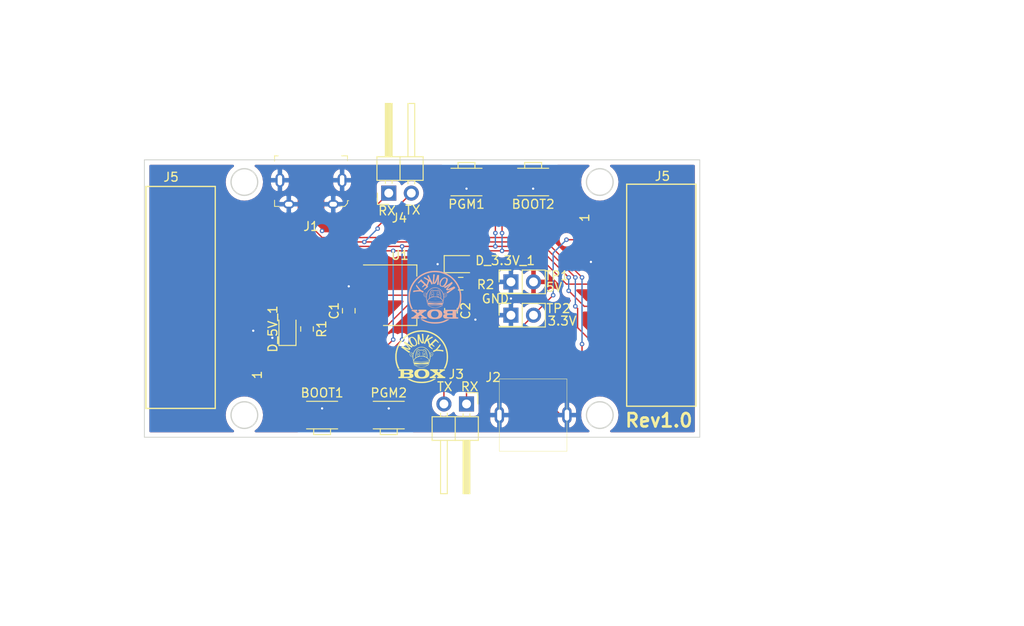
<source format=kicad_pcb>
(kicad_pcb (version 20171130) (host pcbnew "(5.1.2)-1")

  (general
    (thickness 1.6)
    (drawings 13)
    (tracks 159)
    (zones 0)
    (modules 21)
    (nets 11)
  )

  (page A4)
  (layers
    (0 Top signal)
    (31 Bottom signal)
    (34 B.Paste user)
    (35 F.Paste user)
    (36 B.SilkS user)
    (37 F.SilkS user)
    (38 B.Mask user)
    (39 F.Mask user)
    (40 Dwgs.User user)
    (41 Cmts.User user)
    (42 Eco1.User user)
    (43 Eco2.User user)
    (44 Edge.Cuts user)
    (45 Margin user)
    (46 B.CrtYd user)
    (47 F.CrtYd user)
  )

  (setup
    (last_trace_width 0.1524)
    (trace_clearance 0.1524)
    (zone_clearance 0.508)
    (zone_45_only no)
    (trace_min 0.1524)
    (via_size 0.508)
    (via_drill 0.254)
    (via_min_size 0.508)
    (via_min_drill 0.254)
    (uvia_size 0.508)
    (uvia_drill 0.254)
    (uvias_allowed no)
    (uvia_min_size 0.2)
    (uvia_min_drill 0.1)
    (edge_width 0.15)
    (segment_width 0.2)
    (pcb_text_width 0.3)
    (pcb_text_size 1.5 1.5)
    (mod_edge_width 0.15)
    (mod_text_size 1 1)
    (mod_text_width 0.15)
    (pad_size 1.524 1.524)
    (pad_drill 0.762)
    (pad_to_mask_clearance 0.0508)
    (aux_axis_origin 0 0)
    (visible_elements 7FFFFFFF)
    (pcbplotparams
      (layerselection 0x010fc_ffffffff)
      (usegerberextensions false)
      (usegerberattributes false)
      (usegerberadvancedattributes false)
      (creategerberjobfile false)
      (excludeedgelayer true)
      (linewidth 0.100000)
      (plotframeref false)
      (viasonmask false)
      (mode 1)
      (useauxorigin false)
      (hpglpennumber 1)
      (hpglpenspeed 20)
      (hpglpendiameter 15.000000)
      (psnegative false)
      (psa4output false)
      (plotreference true)
      (plotvalue true)
      (plotinvisibletext false)
      (padsonsilk false)
      (subtractmaskfromsilk false)
      (outputformat 1)
      (mirror false)
      (drillshape 0)
      (scaleselection 1)
      (outputdirectory "Gerbers/"))
  )

  (net 0 "")
  (net 1 +5V)
  (net 2 GND)
  (net 3 +3V3)
  (net 4 /RX)
  (net 5 /TX)
  (net 6 /BOOT)
  (net 7 /PROGRAM)
  (net 8 "Net-(J5-Pad6)")
  (net 9 "Net-(D_3.3V_1-Pad2)")
  (net 10 "Net-(D_5V_1-Pad2)")

  (net_class Default "This is the default net class."
    (clearance 0.1524)
    (trace_width 0.1524)
    (via_dia 0.508)
    (via_drill 0.254)
    (uvia_dia 0.508)
    (uvia_drill 0.254)
    (diff_pair_width 0.1524)
    (diff_pair_gap 0.1524)
    (add_net +3V3)
    (add_net +5V)
    (add_net /BOOT)
    (add_net /PROGRAM)
    (add_net /RX)
    (add_net /TX)
    (add_net GND)
    (add_net "Net-(D_3.3V_1-Pad2)")
    (add_net "Net-(D_5V_1-Pad2)")
    (add_net "Net-(J1-Pad2)")
    (add_net "Net-(J1-Pad3)")
    (add_net "Net-(J1-Pad4)")
    (add_net "Net-(J5-Pad6)")
  )

  (module mbox_logo:mbox_logo_white_6mm (layer Bottom) (tedit 0) (tstamp 5CEAB0D6)
    (at 147.7 86.7 180)
    (fp_text reference G*** (at 0 0) (layer B.SilkS) hide
      (effects (font (size 1.524 1.524) (thickness 0.3)) (justify mirror))
    )
    (fp_text value LOGO (at 0.75 0) (layer B.SilkS) hide
      (effects (font (size 1.524 1.524) (thickness 0.3)) (justify mirror))
    )
    (fp_poly (pts (xy 0.302273 0.322558) (xy 0.325102 0.304993) (xy 0.326146 0.303176) (xy 0.33756 0.273153)
      (xy 0.331403 0.250398) (xy 0.31966 0.236721) (xy 0.293382 0.219849) (xy 0.26438 0.22389)
      (xy 0.250976 0.230778) (xy 0.233891 0.252846) (xy 0.230961 0.283444) (xy 0.243148 0.310829)
      (xy 0.244324 0.312057) (xy 0.271555 0.325324) (xy 0.302273 0.322558)) (layer B.SilkS) (width 0.01))
    (fp_poly (pts (xy -0.34169 0.319227) (xy -0.321326 0.295489) (xy -0.316692 0.265729) (xy -0.326115 0.237981)
      (xy -0.347917 0.220283) (xy -0.362857 0.217714) (xy -0.388451 0.226438) (xy -0.39859 0.235191)
      (xy -0.41014 0.262949) (xy -0.405712 0.291445) (xy -0.389608 0.314325) (xy -0.36613 0.325237)
      (xy -0.34169 0.319227)) (layer B.SilkS) (width 0.01))
    (fp_poly (pts (xy 0.034018 -0.215749) (xy 0.036286 -0.22981) (xy 0.031221 -0.249464) (xy 0.024191 -0.254)
      (xy 0.014363 -0.24387) (xy 0.012095 -0.22981) (xy 0.01716 -0.210155) (xy 0.024191 -0.205619)
      (xy 0.034018 -0.215749)) (layer B.SilkS) (width 0.01))
    (fp_poly (pts (xy -0.099765 -0.21597) (xy -0.096762 -0.235857) (xy -0.100902 -0.258588) (xy -0.108857 -0.266095)
      (xy -0.117949 -0.255744) (xy -0.120952 -0.235857) (xy -0.116812 -0.213126) (xy -0.108857 -0.205619)
      (xy -0.099765 -0.21597)) (layer B.SilkS) (width 0.01))
    (fp_poly (pts (xy 0.116166 2.549728) (xy 0.187476 2.546048) (xy 0.190233 2.443238) (xy 0.191865 2.403893)
      (xy 0.195078 2.344711) (xy 0.199605 2.269976) (xy 0.205174 2.18397) (xy 0.211517 2.090976)
      (xy 0.218364 1.995277) (xy 0.218775 1.989677) (xy 0.227752 1.864224) (xy 0.234197 1.760794)
      (xy 0.237629 1.677306) (xy 0.237569 1.611682) (xy 0.233537 1.561841) (xy 0.225053 1.525702)
      (xy 0.211636 1.501186) (xy 0.192808 1.486212) (xy 0.168088 1.478701) (xy 0.136995 1.476573)
      (xy 0.100638 1.477666) (xy 0.051609 1.482073) (xy 0.014047 1.491996) (xy -0.017498 1.511057)
      (xy -0.048473 1.542877) (xy -0.084327 1.591079) (xy -0.096435 1.608667) (xy -0.139387 1.676225)
      (xy -0.176456 1.745655) (xy -0.210791 1.823638) (xy -0.245541 1.91685) (xy -0.255775 1.94659)
      (xy -0.303212 2.086429) (xy -0.295738 1.92919) (xy -0.290714 1.840893) (xy -0.284159 1.751781)
      (xy -0.276509 1.665951) (xy -0.268202 1.587501) (xy -0.259677 1.520527) (xy -0.251369 1.469126)
      (xy -0.243718 1.437396) (xy -0.243029 1.435522) (xy -0.233549 1.408013) (xy -0.229809 1.391332)
      (xy -0.24064 1.384904) (xy -0.268073 1.379475) (xy -0.304521 1.375827) (xy -0.342399 1.374743)
      (xy -0.371955 1.376678) (xy -0.398566 1.388413) (xy -0.410376 1.401436) (xy -0.413188 1.417629)
      (xy -0.416597 1.454914) (xy -0.420471 1.510203) (xy -0.424681 1.580408) (xy -0.429097 1.662441)
      (xy -0.43359 1.753215) (xy -0.438029 1.849642) (xy -0.442284 1.948633) (xy -0.446226 2.047102)
      (xy -0.449725 2.14196) (xy -0.452651 2.23012) (xy -0.454874 2.308493) (xy -0.456264 2.373992)
      (xy -0.456691 2.423529) (xy -0.456026 2.454017) (xy -0.454985 2.462059) (xy -0.446447 2.471652)
      (xy -0.426899 2.476589) (xy -0.391442 2.477591) (xy -0.357048 2.476452) (xy -0.311466 2.472898)
      (xy -0.275031 2.467285) (xy -0.254789 2.460745) (xy -0.253678 2.45985) (xy -0.246143 2.441689)
      (xy -0.239587 2.407642) (xy -0.236281 2.375735) (xy -0.230626 2.334743) (xy -0.219055 2.278749)
      (xy -0.203355 2.215686) (xy -0.188484 2.163701) (xy -0.137201 2.00855) (xy -0.084563 1.873946)
      (xy -0.031017 1.760855) (xy 0.022988 1.670246) (xy 0.06426 1.616795) (xy 0.098281 1.578429)
      (xy 0.091304 1.747762) (xy 0.087521 1.824999) (xy 0.082139 1.914882) (xy 0.07555 2.0124)
      (xy 0.068144 2.112546) (xy 0.060312 2.210308) (xy 0.052446 2.300678) (xy 0.044937 2.378648)
      (xy 0.038175 2.439207) (xy 0.036076 2.455228) (xy 0.031894 2.496886) (xy 0.031626 2.528864)
      (xy 0.035022 2.543574) (xy 0.051587 2.548282) (xy 0.084346 2.550346) (xy 0.116166 2.549728)) (layer B.SilkS) (width 0.01))
    (fp_poly (pts (xy -0.969732 2.193932) (xy -0.91319 2.172094) (xy -0.847616 2.131768) (xy -0.778546 2.074915)
      (xy -0.71167 2.007385) (xy -0.652678 1.935031) (xy -0.607259 1.863704) (xy -0.600545 1.850571)
      (xy -0.556578 1.745278) (xy -0.526901 1.640812) (xy -0.511546 1.540259) (xy -0.510542 1.446707)
      (xy -0.523921 1.363243) (xy -0.551713 1.292952) (xy -0.593947 1.238923) (xy -0.594513 1.238411)
      (xy -0.625449 1.218428) (xy -0.673081 1.196472) (xy -0.730319 1.174954) (xy -0.790068 1.156283)
      (xy -0.845237 1.142872) (xy -0.888734 1.13713) (xy -0.892656 1.137071) (xy -0.950305 1.14494)
      (xy -1.011361 1.166008) (xy -1.01342 1.166958) (xy -1.086071 1.212917) (xy -1.157737 1.282466)
      (xy -1.227855 1.375009) (xy -1.263794 1.432491) (xy -1.323326 1.542849) (xy -1.370608 1.6497)
      (xy -1.405447 1.751049) (xy -1.427647 1.8449) (xy -1.437013 1.929261) (xy -1.436878 1.931951)
      (xy -1.263674 1.931951) (xy -1.25315 1.823259) (xy -1.221754 1.710383) (xy -1.16885 1.5913)
      (xy -1.139615 1.538173) (xy -1.077482 1.441442) (xy -1.013393 1.361277) (xy -0.949083 1.299244)
      (xy -0.886285 1.256911) (xy -0.826735 1.235844) (xy -0.802681 1.233714) (xy -0.762876 1.238017)
      (xy -0.729479 1.25424) (xy -0.706191 1.272835) (xy -0.663422 1.320255) (xy -0.638667 1.374327)
      (xy -0.629238 1.441514) (xy -0.628952 1.458366) (xy -0.638728 1.552432) (xy -0.666425 1.653916)
      (xy -0.709597 1.757185) (xy -0.765796 1.856605) (xy -0.832576 1.946542) (xy -0.849054 1.965163)
      (xy -0.918879 2.032319) (xy -0.986351 2.077653) (xy -1.054655 2.102895) (xy -1.115525 2.109841)
      (xy -1.157267 2.108813) (xy -1.184838 2.102199) (xy -1.208171 2.086457) (xy -1.224383 2.071046)
      (xy -1.243897 2.050297) (xy -1.255622 2.031557) (xy -1.261515 2.007898) (xy -1.263532 1.972392)
      (xy -1.263674 1.931951) (xy -1.436878 1.931951) (xy -1.433349 2.002135) (xy -1.416461 2.061529)
      (xy -1.386153 2.105447) (xy -1.342229 2.131896) (xy -1.332543 2.134728) (xy -1.304177 2.144363)
      (xy -1.264404 2.160836) (xy -1.233904 2.174854) (xy -1.149283 2.202638) (xy -1.059308 2.208981)
      (xy -0.969732 2.193932)) (layer B.SilkS) (width 0.01))
    (fp_poly (pts (xy 0.763121 2.441811) (xy 0.774082 2.437197) (xy 0.813797 2.41496) (xy 0.843937 2.390086)
      (xy 0.862144 2.366185) (xy 0.866059 2.346869) (xy 0.853326 2.335749) (xy 0.841218 2.334381)
      (xy 0.83099 2.324069) (xy 0.812087 2.295355) (xy 0.786452 2.251571) (xy 0.756032 2.196049)
      (xy 0.722772 2.132121) (xy 0.720277 2.127198) (xy 0.688753 2.063674) (xy 0.662646 2.008679)
      (xy 0.643346 1.965353) (xy 0.632245 1.936833) (xy 0.630734 1.926258) (xy 0.631273 1.926348)
      (xy 0.645615 1.934154) (xy 0.677625 1.952775) (xy 0.724319 1.980435) (xy 0.782709 2.015357)
      (xy 0.849809 2.055765) (xy 0.90673 2.090226) (xy 0.993352 2.142287) (xy 1.061532 2.182061)
      (xy 1.113077 2.210498) (xy 1.149791 2.228547) (xy 1.173481 2.23716) (xy 1.185953 2.237286)
      (xy 1.186067 2.237226) (xy 1.209249 2.218595) (xy 1.233568 2.190024) (xy 1.25392 2.158918)
      (xy 1.265198 2.132684) (xy 1.265399 2.122122) (xy 1.248992 2.106811) (xy 1.238124 2.104571)
      (xy 1.217083 2.09857) (xy 1.179615 2.082043) (xy 1.129854 2.057204) (xy 1.071936 2.026267)
      (xy 1.009997 1.991449) (xy 0.948172 1.954962) (xy 0.890597 1.919022) (xy 0.88572 1.91586)
      (xy 0.84891 1.892441) (xy 0.821987 1.874118) (xy 0.804517 1.857031) (xy 0.79607 1.83732)
      (xy 0.796214 1.811125) (xy 0.804516 1.774585) (xy 0.820545 1.72384) (xy 0.84387 1.65503)
      (xy 0.853393 1.626809) (xy 0.880682 1.546006) (xy 0.901593 1.485488) (xy 0.917191 1.442525)
      (xy 0.928541 1.414384) (xy 0.936706 1.398333) (xy 0.942749 1.391642) (xy 0.945261 1.390952)
      (xy 0.956965 1.399202) (xy 0.983046 1.42229) (xy 1.021003 1.457731) (xy 1.068333 1.503034)
      (xy 1.122534 1.555713) (xy 1.181103 1.613279) (xy 1.241539 1.673244) (xy 1.301339 1.73312)
      (xy 1.358001 1.790418) (xy 1.409023 1.842652) (xy 1.451902 1.887331) (xy 1.484137 1.921969)
      (xy 1.503225 1.944078) (xy 1.506978 1.949501) (xy 1.526346 1.973925) (xy 1.547431 1.983619)
      (xy 1.563708 1.974668) (xy 1.593858 1.948933) (xy 1.636126 1.908097) (xy 1.688754 1.853838)
      (xy 1.735244 1.803958) (xy 1.798332 1.73516) (xy 1.846758 1.681802) (xy 1.882252 1.641533)
      (xy 1.906543 1.612005) (xy 1.921359 1.590865) (xy 1.928432 1.575764) (xy 1.929488 1.564351)
      (xy 1.926259 1.554275) (xy 1.923256 1.548401) (xy 1.914506 1.534305) (xy 1.904551 1.526528)
      (xy 1.890894 1.526499) (xy 1.871037 1.535645) (xy 1.842479 1.555393) (xy 1.802724 1.58717)
      (xy 1.749273 1.632404) (xy 1.696418 1.677988) (xy 1.657434 1.710702) (xy 1.624669 1.736325)
      (xy 1.602733 1.751342) (xy 1.59687 1.753809) (xy 1.584754 1.745992) (xy 1.557703 1.724148)
      (xy 1.518525 1.69069) (xy 1.470031 1.64803) (xy 1.41503 1.598582) (xy 1.397706 1.582807)
      (xy 1.333023 1.523195) (xy 1.28486 1.477389) (xy 1.251396 1.44342) (xy 1.230807 1.419323)
      (xy 1.221273 1.403131) (xy 1.220971 1.392875) (xy 1.221261 1.392307) (xy 1.233678 1.376661)
      (xy 1.259733 1.348098) (xy 1.29572 1.310559) (xy 1.337929 1.267988) (xy 1.341745 1.264205)
      (xy 1.391961 1.213141) (xy 1.425507 1.175036) (xy 1.44399 1.147001) (xy 1.44902 1.126147)
      (xy 1.442202 1.109586) (xy 1.432928 1.100369) (xy 1.419798 1.092955) (xy 1.403852 1.092935)
      (xy 1.382123 1.101998) (xy 1.351643 1.121833) (xy 1.309448 1.15413) (xy 1.252569 1.200576)
      (xy 1.243093 1.208447) (xy 1.19773 1.245514) (xy 1.158725 1.276137) (xy 1.129966 1.297353)
      (xy 1.115341 1.306196) (xy 1.114773 1.306286) (xy 1.099047 1.298335) (xy 1.072625 1.278008)
      (xy 1.041337 1.250588) (xy 1.011015 1.221362) (xy 0.987492 1.195615) (xy 0.978209 1.182521)
      (xy 0.975031 1.171929) (xy 0.977964 1.159002) (xy 0.989127 1.141025) (xy 1.010637 1.115281)
      (xy 1.044612 1.079055) (xy 1.093169 1.02963) (xy 1.112696 1.010019) (xy 1.173207 0.948117)
      (xy 1.216479 0.900876) (xy 1.243528 0.867086) (xy 1.255369 0.845535) (xy 1.255961 0.839238)
      (xy 1.245624 0.819522) (xy 1.224048 0.815527) (xy 1.189688 0.827699) (xy 1.141002 0.856485)
      (xy 1.101515 0.883904) (xy 1.029327 0.93726) (xy 0.960868 0.990154) (xy 0.899639 1.039708)
      (xy 0.849137 1.083043) (xy 0.812861 1.117284) (xy 0.799032 1.132703) (xy 0.778004 1.169267)
      (xy 0.778439 1.20273) (xy 0.800539 1.239631) (xy 0.80236 1.241858) (xy 0.830625 1.276048)
      (xy 0.740393 1.517952) (xy 0.71354 1.589636) (xy 0.689457 1.653337) (xy 0.669441 1.70568)
      (xy 0.654784 1.743289) (xy 0.646781 1.762787) (xy 0.645787 1.764714) (xy 0.634351 1.761042)
      (xy 0.608604 1.746737) (xy 0.574478 1.72513) (xy 0.54106 1.701299) (xy 0.516455 1.677938)
      (xy 0.495652 1.648571) (xy 0.473636 1.606722) (xy 0.459391 1.576462) (xy 0.438335 1.528758)
      (xy 0.421952 1.487588) (xy 0.412573 1.459017) (xy 0.411238 1.451218) (xy 0.402525 1.425598)
      (xy 0.394389 1.416217) (xy 0.37443 1.413564) (xy 0.34385 1.423249) (xy 0.309803 1.441199)
      (xy 0.279442 1.463343) (xy 0.259919 1.485606) (xy 0.256559 1.494689) (xy 0.260991 1.510363)
      (xy 0.275101 1.545264) (xy 0.297777 1.596967) (xy 0.327907 1.66305) (xy 0.364381 1.741087)
      (xy 0.406086 1.828654) (xy 0.45191 1.923329) (xy 0.47125 1.962859) (xy 0.518468 2.059514)
      (xy 0.562173 2.149815) (xy 0.601237 2.23137) (xy 0.634535 2.301787) (xy 0.660938 2.358676)
      (xy 0.679318 2.399644) (xy 0.68855 2.422301) (xy 0.689429 2.425732) (xy 0.698674 2.445915)
      (xy 0.724295 2.451418) (xy 0.763121 2.441811)) (layer B.SilkS) (width 0.01))
    (fp_poly (pts (xy 2.098354 1.371836) (xy 2.114333 1.347579) (xy 2.124608 1.306562) (xy 2.125897 1.295558)
      (xy 2.127528 1.274971) (xy 2.12704 1.256569) (xy 2.122847 1.237912) (xy 2.113363 1.216558)
      (xy 2.097003 1.190065) (xy 2.07218 1.155992) (xy 2.037309 1.111897) (xy 1.990804 1.055339)
      (xy 1.931078 0.983876) (xy 1.897298 0.943622) (xy 1.766334 0.787608) (xy 1.817524 0.78108)
      (xy 1.844813 0.777917) (xy 1.891736 0.772818) (xy 1.953856 0.766252) (xy 2.026736 0.758686)
      (xy 2.105941 0.750587) (xy 2.128762 0.748276) (xy 2.207057 0.74004) (xy 2.278484 0.731916)
      (xy 2.339072 0.724405) (xy 2.384853 0.718006) (xy 2.411856 0.713221) (xy 2.416024 0.712061)
      (xy 2.431289 0.703739) (xy 2.439502 0.68872) (xy 2.442768 0.660574) (xy 2.443238 0.628872)
      (xy 2.440602 0.58094) (xy 2.431038 0.554528) (xy 2.412066 0.547377) (xy 2.381202 0.557229)
      (xy 2.37039 0.562572) (xy 2.338715 0.573443) (xy 2.287125 0.584719) (xy 2.219877 0.595883)
      (xy 2.141229 0.606419) (xy 2.055437 0.615809) (xy 1.96676 0.623537) (xy 1.879454 0.629086)
      (xy 1.799151 0.631914) (xy 1.626792 0.635) (xy 1.486587 0.565452) (xy 1.433513 0.539405)
      (xy 1.388418 0.517801) (xy 1.355618 0.502669) (xy 1.339431 0.496041) (xy 1.338675 0.495905)
      (xy 1.329095 0.505681) (xy 1.313715 0.530421) (xy 1.305812 0.545214) (xy 1.287593 0.593518)
      (xy 1.287268 0.630349) (xy 1.304827 0.653355) (xy 1.306286 0.654159) (xy 1.32409 0.662887)
      (xy 1.358657 0.679346) (xy 1.40481 0.701086) (xy 1.451429 0.722886) (xy 1.517446 0.755413)
      (xy 1.567191 0.784722) (xy 1.607351 0.815211) (xy 1.641153 0.847635) (xy 1.684237 0.894547)
      (xy 1.737806 0.955758) (xy 1.797718 1.026301) (xy 1.85983 1.101208) (xy 1.920002 1.175512)
      (xy 1.97409 1.244244) (xy 1.998371 1.276048) (xy 2.029834 1.317138) (xy 2.056093 1.350165)
      (xy 2.073683 1.370843) (xy 2.078842 1.375637) (xy 2.098354 1.371836)) (layer B.SilkS) (width 0.01))
    (fp_poly (pts (xy -1.865037 1.686112) (xy -1.841733 1.66353) (xy -1.800832 1.630484) (xy -1.74543 1.589042)
      (xy -1.678623 1.541272) (xy -1.603506 1.489242) (xy -1.523174 1.435019) (xy -1.440724 1.380671)
      (xy -1.359249 1.328266) (xy -1.281845 1.279873) (xy -1.211609 1.237558) (xy -1.151635 1.203389)
      (xy -1.110419 1.181998) (xy -1.061569 1.155363) (xy -1.035039 1.132449) (xy -1.029603 1.111434)
      (xy -1.044033 1.090498) (xy -1.047036 1.08791) (xy -1.06629 1.065831) (xy -1.083632 1.038048)
      (xy -1.106333 1.010885) (xy -1.127287 1.003905) (xy -1.144284 1.010393) (xy -1.178212 1.028623)
      (xy -1.22599 1.056746) (xy -1.284538 1.092914) (xy -1.350776 1.135275) (xy -1.40121 1.16838)
      (xy -1.649135 1.332855) (xy -1.583544 1.260876) (xy -1.551834 1.226262) (xy -1.508411 1.179112)
      (xy -1.458044 1.124595) (xy -1.405504 1.067879) (xy -1.381881 1.042431) (xy -1.336292 0.992222)
      (xy -1.297198 0.946995) (xy -1.267374 0.910137) (xy -1.249599 0.885039) (xy -1.245809 0.876375)
      (xy -1.253091 0.856705) (xy -1.271853 0.826693) (xy -1.2896 0.803345) (xy -1.317864 0.771779)
      (xy -1.340964 0.755673) (xy -1.366917 0.750201) (xy -1.378379 0.749905) (xy -1.447441 0.757061)
      (xy -1.535254 0.778569) (xy -1.642004 0.814483) (xy -1.767876 0.86486) (xy -1.793119 0.875703)
      (xy -1.82116 0.886567) (xy -1.837095 0.890228) (xy -1.838476 0.889356) (xy -1.828892 0.880716)
      (xy -1.802518 0.861385) (xy -1.762921 0.833741) (xy -1.713668 0.800159) (xy -1.658325 0.763018)
      (xy -1.600461 0.724694) (xy -1.543641 0.687565) (xy -1.491433 0.654007) (xy -1.447404 0.626397)
      (xy -1.41512 0.607113) (xy -1.413984 0.60647) (xy -1.375627 0.586529) (xy -1.343381 0.572771)
      (xy -1.326474 0.568476) (xy -1.310318 0.559406) (xy -1.308181 0.535871) (xy -1.320443 0.503383)
      (xy -1.321833 0.500945) (xy -1.348158 0.461525) (xy -1.375067 0.430483) (xy -1.397633 0.413149)
      (xy -1.404789 0.411238) (xy -1.422219 0.417819) (xy -1.452791 0.435154) (xy -1.490189 0.459629)
      (xy -1.493762 0.462121) (xy -1.521137 0.481418) (xy -1.565276 0.512661) (xy -1.623242 0.553764)
      (xy -1.692095 0.602641) (xy -1.768895 0.657205) (xy -1.850703 0.71537) (xy -1.905 0.753998)
      (xy -1.9855 0.811022) (xy -2.060385 0.863571) (xy -2.114431 0.901095) (xy -1.862667 0.901095)
      (xy -1.856619 0.895048) (xy -1.850571 0.901095) (xy -1.856619 0.907143) (xy -1.862667 0.901095)
      (xy -2.114431 0.901095) (xy -2.127224 0.909977) (xy -2.183586 0.948574) (xy -2.227039 0.977691)
      (xy -2.255151 0.995662) (xy -2.264833 1.00086) (xy -2.283043 1.013877) (xy -2.281673 1.03792)
      (xy -2.260466 1.073681) (xy -2.220438 1.120501) (xy -2.154875 1.190384) (xy -1.939223 1.086396)
      (xy -1.866182 1.051713) (xy -1.794291 1.01854) (xy -1.728751 0.989208) (xy -1.674761 0.966045)
      (xy -1.638905 0.951875) (xy -1.549869 0.920636) (xy -1.482916 0.899103) (xy -1.437979 0.887256)
      (xy -1.414989 0.885075) (xy -1.414088 0.88532) (xy -1.412901 0.896713) (xy -1.42769 0.923397)
      (xy -1.457144 0.96374) (xy -1.499953 1.016111) (xy -1.554805 1.078879) (xy -1.620391 1.150413)
      (xy -1.66489 1.197429) (xy -1.737796 1.274301) (xy -1.805132 1.346639) (xy -1.865092 1.412403)
      (xy -1.915872 1.469554) (xy -1.955669 1.516053) (xy -1.982679 1.549862) (xy -1.995097 1.568941)
      (xy -1.995714 1.571313) (xy -1.988555 1.585186) (xy -1.970174 1.611276) (xy -1.945221 1.643543)
      (xy -1.918343 1.675948) (xy -1.897172 1.699381) (xy -1.881381 1.701095) (xy -1.865037 1.686112)) (layer B.SilkS) (width 0.01))
    (fp_poly (pts (xy 0.143112 1.071068) (xy 0.277961 1.035083) (xy 0.407295 0.978834) (xy 0.528847 0.90362)
      (xy 0.640346 0.810738) (xy 0.739524 0.701486) (xy 0.82411 0.577161) (xy 0.861028 0.508107)
      (xy 0.883048 0.463243) (xy 0.900816 0.427393) (xy 0.911856 0.405534) (xy 0.914176 0.401261)
      (xy 0.924882 0.405041) (xy 0.949169 0.419009) (xy 0.967919 0.431015) (xy 1.023687 0.457294)
      (xy 1.086269 0.46999) (xy 1.147611 0.468522) (xy 1.199662 0.452306) (xy 1.206611 0.448291)
      (xy 1.254721 0.40522) (xy 1.284213 0.350606) (xy 1.29525 0.288153) (xy 1.287993 0.221566)
      (xy 1.262607 0.154548) (xy 1.219252 0.090805) (xy 1.189578 0.060105) (xy 1.129458 0.013317)
      (xy 1.071402 -0.015452) (xy 1.024175 -0.024191) (xy 1.009765 -0.025698) (xy 1.000529 -0.03347)
      (xy 0.994619 -0.052381) (xy 0.990186 -0.087307) (xy 0.987141 -0.121871) (xy 0.967142 -0.270691)
      (xy 0.933474 -0.410376) (xy 0.919982 -0.45203) (xy 0.907841 -0.494302) (xy 0.901646 -0.531043)
      (xy 0.902112 -0.550079) (xy 0.901877 -0.57713) (xy 0.893835 -0.620148) (xy 0.879775 -0.672895)
      (xy 0.861484 -0.729132) (xy 0.840749 -0.782619) (xy 0.826784 -0.813003) (xy 0.80997 -0.854482)
      (xy 0.799735 -0.894801) (xy 0.798286 -0.910369) (xy 0.791352 -0.951374) (xy 0.769592 -0.973885)
      (xy 0.738089 -0.979714) (xy 0.711551 -0.987077) (xy 0.674432 -1.006591) (xy 0.640722 -1.029461)
      (xy 0.529621 -1.10037) (xy 0.401446 -1.159915) (xy 0.305868 -1.192987) (xy 0.261618 -1.205487)
      (xy 0.221126 -1.214491) (xy 0.17855 -1.220686) (xy 0.128049 -1.224756) (xy 0.063778 -1.227389)
      (xy 0 -1.228891) (xy -0.105672 -1.229526) (xy -0.189443 -1.226786) (xy -0.253379 -1.220577)
      (xy -0.27819 -1.216219) (xy -0.400826 -1.18272) (xy -0.521596 -1.135546) (xy -0.631423 -1.078467)
      (xy -0.671286 -1.053005) (xy -0.722289 -1.032284) (xy -0.727581 -1.03177) (xy -0.650553 -1.03177)
      (xy -0.646958 -1.037448) (xy -0.639327 -1.044016) (xy -0.598307 -1.071311) (xy -0.541232 -1.101381)
      (xy -0.475412 -1.130731) (xy -0.408157 -1.155868) (xy -0.399143 -1.158819) (xy -0.241566 -1.197846)
      (xy -0.080878 -1.214286) (xy 0.085253 -1.208258) (xy 0.210163 -1.189956) (xy 0.362987 -1.149156)
      (xy 0.505414 -1.08694) (xy 0.545272 -1.064536) (xy 0.583921 -1.041612) (xy 0.612648 -1.02348)
      (xy 0.62983 -1.009504) (xy 0.633841 -0.999044) (xy 0.623054 -0.991464) (xy 0.595846 -0.986125)
      (xy 0.55059 -0.982391) (xy 0.48566 -0.979623) (xy 0.399433 -0.977183) (xy 0.317374 -0.975124)
      (xy 0.206204 -0.972642) (xy 0.112622 -0.971483) (xy 0.030049 -0.971834) (xy -0.04809 -0.973879)
      (xy -0.128373 -0.977807) (xy -0.217376 -0.983802) (xy -0.321677 -0.992052) (xy -0.342957 -0.993822)
      (xy -0.439664 -1.001948) (xy -0.514709 -1.008483) (xy -0.570535 -1.01384) (xy -0.609588 -1.018433)
      (xy -0.634313 -1.022676) (xy -0.647153 -1.026984) (xy -0.650553 -1.03177) (xy -0.727581 -1.03177)
      (xy -0.764598 -1.028175) (xy -0.809496 -1.022128) (xy -0.835765 -1.002496) (xy -0.845399 -0.966814)
      (xy -0.844176 -0.945846) (xy -0.821822 -0.945846) (xy -0.817889 -0.975488) (xy -0.809203 -0.997655)
      (xy -0.800015 -1.003732) (xy -0.786414 -1.002678) (xy -0.751821 -0.999785) (xy -0.699344 -0.995319)
      (xy -0.632091 -0.989545) (xy -0.553169 -0.982731) (xy -0.465685 -0.975141) (xy -0.447524 -0.973561)
      (xy -0.294949 -0.961412) (xy -0.152812 -0.9527) (xy -0.015007 -0.947306) (xy 0.124573 -0.945108)
      (xy 0.272033 -0.945983) (xy 0.43348 -0.949813) (xy 0.547953 -0.953795) (xy 0.625755 -0.956067)
      (xy 0.688687 -0.95646) (xy 0.734015 -0.955023) (xy 0.759007 -0.951802) (xy 0.762643 -0.950081)
      (xy 0.771657 -0.928086) (xy 0.773312 -0.896169) (xy 0.767275 -0.867552) (xy 0.764839 -0.862946)
      (xy 0.753142 -0.858602) (xy 0.723151 -0.854671) (xy 0.673785 -0.851096) (xy 0.603963 -0.847821)
      (xy 0.512606 -0.84479) (xy 0.398633 -0.841946) (xy 0.338667 -0.840692) (xy 0.221953 -0.838509)
      (xy 0.124522 -0.837147) (xy 0.041474 -0.836749) (xy -0.03209 -0.83746) (xy -0.101068 -0.839423)
      (xy -0.170358 -0.842783) (xy -0.24486 -0.847683) (xy -0.329473 -0.854268) (xy -0.429096 -0.862681)
      (xy -0.439357 -0.863566) (xy -0.530492 -0.871633) (xy -0.613913 -0.879385) (xy -0.686545 -0.886506)
      (xy -0.745317 -0.892683) (xy -0.787154 -0.8976) (xy -0.808983 -0.900942) (xy -0.811285 -0.901654)
      (xy -0.819966 -0.918109) (xy -0.821822 -0.945846) (xy -0.844176 -0.945846) (xy -0.843303 -0.930889)
      (xy -0.845193 -0.883076) (xy -0.860021 -0.850989) (xy -0.877502 -0.818487) (xy -0.895586 -0.775873)
      (xy -0.902661 -0.755952) (xy -0.918472 -0.716642) (xy -0.923812 -0.70708) (xy -0.893575 -0.70708)
      (xy -0.885753 -0.736165) (xy -0.877742 -0.759627) (xy -0.863454 -0.794307) (xy -0.846022 -0.828967)
      (xy -0.829326 -0.856649) (xy -0.81725 -0.870393) (xy -0.815689 -0.870857) (xy -0.816581 -0.860416)
      (xy -0.823113 -0.833523) (xy -0.828821 -0.81338) (xy 0.768867 -0.81338) (xy 0.769857 -0.825404)
      (xy 0.782958 -0.834233) (xy 0.798207 -0.820527) (xy 0.816361 -0.783601) (xy 0.816537 -0.783167)
      (xy 0.831964 -0.743093) (xy 0.84484 -0.706179) (xy 0.847457 -0.697758) (xy 0.852545 -0.67403)
      (xy 0.844505 -0.666425) (xy 0.825298 -0.667519) (xy 0.806862 -0.672076) (xy 0.794953 -0.684283)
      (xy 0.785999 -0.709975) (xy 0.778645 -0.743762) (xy 0.771865 -0.783483) (xy 0.768867 -0.81338)
      (xy -0.828821 -0.81338) (xy -0.830248 -0.808348) (xy -0.847505 -0.752502) (xy -0.860555 -0.716519)
      (xy -0.870994 -0.696779) (xy -0.880416 -0.689661) (xy -0.882653 -0.689429) (xy -0.892433 -0.693061)
      (xy -0.893575 -0.70708) (xy -0.923812 -0.70708) (xy -0.936443 -0.684465) (xy -0.945061 -0.673838)
      (xy -0.963045 -0.641898) (xy -0.967879 -0.600346) (xy -0.966157 -0.591813) (xy -0.942135 -0.591813)
      (xy -0.9411 -0.607786) (xy -0.937381 -0.659191) (xy -0.53219 -0.690874) (xy -0.431883 -0.698589)
      (xy -0.336025 -0.705723) (xy -0.248129 -0.71203) (xy -0.17171 -0.717268) (xy -0.110281 -0.721194)
      (xy -0.067357 -0.723564) (xy -0.052023 -0.724136) (xy -0.022223 -0.723115) (xy 0.02819 -0.719497)
      (xy 0.095814 -0.713606) (xy 0.177248 -0.705765) (xy 0.269093 -0.696298) (xy 0.367946 -0.685529)
      (xy 0.443414 -0.676935) (xy 0.566491 -0.662264) (xy 0.670206 -0.649074) (xy 0.753629 -0.637502)
      (xy 0.815833 -0.627684) (xy 0.855887 -0.61976) (xy 0.872862 -0.613865) (xy 0.873228 -0.613435)
      (xy 0.881457 -0.588107) (xy 0.881812 -0.580571) (xy 0.879069 -0.570576) (xy 0.874942 -0.577548)
      (xy 0.863358 -0.59245) (xy 0.852627 -0.586494) (xy 0.846862 -0.562793) (xy 0.846667 -0.556151)
      (xy 0.844136 -0.53096) (xy 0.832954 -0.52366) (xy 0.819452 -0.525423) (xy 0.801205 -0.528113)
      (xy 0.76195 -0.53308) (xy 0.704725 -0.539968) (xy 0.632568 -0.548419) (xy 0.548518 -0.558076)
      (xy 0.455613 -0.568582) (xy 0.389717 -0.575941) (xy -0.012804 -0.62067) (xy -0.444854 -0.58834)
      (xy -0.546009 -0.580845) (xy -0.640651 -0.573976) (xy -0.725792 -0.567936) (xy -0.798444 -0.562934)
      (xy -0.855619 -0.559175) (xy -0.894331 -0.556866) (xy -0.910862 -0.556196) (xy -0.932014 -0.558016)
      (xy -0.941125 -0.567648) (xy -0.942135 -0.591813) (xy -0.966157 -0.591813) (xy -0.959692 -0.559789)
      (xy -0.943368 -0.53473) (xy -0.919118 -0.512137) (xy -0.920351 -0.508552) (xy -0.882943 -0.508552)
      (xy -0.879951 -0.51394) (xy -0.869461 -0.518889) (xy -0.849209 -0.523678) (xy -0.816932 -0.528588)
      (xy -0.770367 -0.533899) (xy -0.707248 -0.539889) (xy -0.625314 -0.546839) (xy -0.522301 -0.555028)
      (xy -0.480786 -0.558244) (xy -0.38324 -0.565738) (xy -0.29227 -0.572684) (xy -0.210979 -0.578845)
      (xy -0.142474 -0.58399) (xy -0.08986 -0.587884) (xy -0.056242 -0.590294) (xy -0.046055 -0.590954)
      (xy -0.026645 -0.589998) (xy 0.013775 -0.586506) (xy 0.07219 -0.580792) (xy 0.145587 -0.573165)
      (xy 0.230954 -0.563937) (xy 0.325276 -0.553421) (xy 0.405191 -0.544286) (xy 0.503069 -0.532992)
      (xy 0.593128 -0.522634) (xy 0.672597 -0.513527) (xy 0.738705 -0.505988) (xy 0.788679 -0.500332)
      (xy 0.819748 -0.496876) (xy 0.829221 -0.495905) (xy 0.834848 -0.486025) (xy 0.827749 -0.457428)
      (xy 0.808386 -0.411675) (xy 0.797885 -0.390066) (xy 0.744667 -0.308178) (xy 0.670742 -0.231126)
      (xy 0.579459 -0.161198) (xy 0.474166 -0.10068) (xy 0.358211 -0.051859) (xy 0.260048 -0.022768)
      (xy 0.167117 -0.006391) (xy 0.060062 0.002478) (xy -0.052215 0.003752) (xy -0.160814 -0.00266)
      (xy -0.256831 -0.016848) (xy -0.260048 -0.017528) (xy -0.391705 -0.054283) (xy -0.513512 -0.105225)
      (xy -0.622697 -0.168484) (xy -0.716487 -0.242191) (xy -0.792111 -0.324476) (xy -0.846627 -0.413112)
      (xy -0.864863 -0.454203) (xy -0.877901 -0.488433) (xy -0.882942 -0.50845) (xy -0.882943 -0.508552)
      (xy -0.920351 -0.508552) (xy -0.943406 -0.441542) (xy -0.964028 -0.371185) (xy -0.983484 -0.285833)
      (xy -0.99988 -0.19467) (xy -1.010164 -0.117929) (xy -1.016765 -0.057336) (xy -0.959662 -0.057336)
      (xy -0.954833 -0.165433) (xy -0.942013 -0.261095) (xy -0.938823 -0.276411) (xy -0.925546 -0.333731)
      (xy -0.914621 -0.36867) (xy -0.90342 -0.38252) (xy -0.889313 -0.376572) (xy -0.869672 -0.352116)
      (xy -0.848615 -0.320716) (xy -0.813749 -0.273406) (xy -0.773102 -0.226532) (xy -0.737796 -0.192339)
      (xy -0.678515 -0.142353) (xy -0.685282 -0.025819) (xy -0.687341 0.025717) (xy -0.687144 0.037284)
      (xy -0.63944 0.037284) (xy -0.639169 -0.021272) (xy -0.635765 -0.053542) (xy -0.627273 -0.110172)
      (xy -0.576708 -0.081151) (xy -0.535378 -0.059483) (xy -0.485832 -0.036282) (xy -0.459252 -0.024941)
      (xy -0.39236 0.002249) (xy -0.429959 0.042116) (xy -0.470551 0.102052) (xy -0.497747 0.180834)
      (xy -0.511095 0.276875) (xy -0.511349 0.287579) (xy -0.490913 0.287579) (xy -0.481456 0.209994)
      (xy -0.462221 0.14005) (xy -0.433828 0.082808) (xy -0.396895 0.04333) (xy -0.396614 0.043133)
      (xy -0.362477 0.026445) (xy -0.332675 0.030721) (xy -0.301058 0.056875) (xy -0.300525 0.057452)
      (xy -0.272564 0.093601) (xy -0.253557 0.134019) (xy -0.242085 0.184075) (xy -0.23673 0.249142)
      (xy -0.235857 0.302381) (xy -0.236468 0.361983) (xy -0.239148 0.404656) (xy -0.245166 0.437646)
      (xy -0.255792 0.468202) (xy -0.270427 0.499784) (xy -0.304199 0.554191) (xy -0.339771 0.585517)
      (xy -0.375606 0.59363) (xy -0.410167 0.578399) (xy -0.441919 0.539692) (xy -0.454425 0.515582)
      (xy -0.478017 0.445435) (xy -0.489973 0.367747) (xy -0.490913 0.287579) (xy -0.511349 0.287579)
      (xy -0.512418 0.332619) (xy -0.506266 0.425158) (xy -0.489335 0.498714) (xy -0.460712 0.556389)
      (xy -0.438743 0.583424) (xy -0.399178 0.611768) (xy -0.358518 0.616638) (xy -0.318036 0.598631)
      (xy -0.279008 0.558349) (xy -0.242709 0.496388) (xy -0.23966 0.489857) (xy -0.226796 0.458132)
      (xy -0.218549 0.426067) (xy -0.213955 0.386963) (xy -0.212049 0.334122) (xy -0.211797 0.296306)
      (xy -0.212316 0.235056) (xy -0.21473 0.191278) (xy -0.220114 0.158268) (xy -0.22954 0.129321)
      (xy -0.243365 0.09918) (xy -0.275064 0.035129) (xy -0.188937 0.044779) (xy -0.13147 0.049473)
      (xy -0.06418 0.052288) (xy 0.006098 0.053221) (xy 0.072529 0.052271) (xy 0.128279 0.049434)
      (xy 0.165563 0.044902) (xy 0.203977 0.037219) (xy 0.174575 0.094205) (xy 0.145404 0.168971)
      (xy 0.128696 0.252068) (xy 0.125823 0.30624) (xy 0.149465 0.30624) (xy 0.157215 0.228835)
      (xy 0.173924 0.157271) (xy 0.199294 0.096712) (xy 0.233028 0.052317) (xy 0.244434 0.043133)
      (xy 0.280406 0.026106) (xy 0.311635 0.03156) (xy 0.335981 0.05157) (xy 0.371316 0.105028)
      (xy 0.39503 0.173909) (xy 0.407235 0.252479) (xy 0.408043 0.335006) (xy 0.397564 0.415756)
      (xy 0.37591 0.488997) (xy 0.343193 0.548996) (xy 0.325928 0.569119) (xy 0.29275 0.588177)
      (xy 0.254265 0.590929) (xy 0.220589 0.5772) (xy 0.214003 0.571057) (xy 0.182942 0.521897)
      (xy 0.162031 0.457933) (xy 0.150971 0.384327) (xy 0.149465 0.30624) (xy 0.125823 0.30624)
      (xy 0.124129 0.338156) (xy 0.131383 0.421895) (xy 0.150139 0.497945) (xy 0.180075 0.560968)
      (xy 0.204399 0.591447) (xy 0.2408 0.612344) (xy 0.284175 0.615583) (xy 0.324906 0.601109)
      (xy 0.336376 0.592205) (xy 0.372502 0.54534) (xy 0.40225 0.480849) (xy 0.423582 0.404903)
      (xy 0.43446 0.323674) (xy 0.435429 0.292232) (xy 0.430125 0.228894) (xy 0.415868 0.162399)
      (xy 0.395141 0.10162) (xy 0.370426 0.055428) (xy 0.368394 0.052683) (xy 0.346806 0.022657)
      (xy 0.340192 0.006723) (xy 0.347722 0.000659) (xy 0.358051 0) (xy 0.377141 -0.00492)
      (xy 0.411876 -0.018086) (xy 0.456175 -0.037109) (xy 0.478165 -0.047203) (xy 0.522921 -0.067152)
      (xy 0.559068 -0.081343) (xy 0.581392 -0.087822) (xy 0.585781 -0.087521) (xy 0.589041 -0.072958)
      (xy 0.591467 -0.040588) (xy 0.592625 0.003211) (xy 0.592667 0.013591) (xy 0.590054 0.069775)
      (xy 0.581548 0.131966) (xy 0.566148 0.206161) (xy 0.54912 0.274646) (xy 0.531561 0.343316)
      (xy 0.514727 0.411647) (xy 0.50038 0.47232) (xy 0.490284 0.518016) (xy 0.489274 0.522986)
      (xy 0.465135 0.612073) (xy 0.432841 0.679387) (xy 0.39268 0.724546) (xy 0.344937 0.747165)
      (xy 0.318995 0.749905) (xy 0.271609 0.742606) (xy 0.228312 0.723564) (xy 0.198152 0.697058)
      (xy 0.194341 0.690956) (xy 0.185456 0.67851) (xy 0.172147 0.674349) (xy 0.147514 0.677932)
      (xy 0.118775 0.685034) (xy 0.037422 0.698264) (xy -0.052874 0.700238) (xy -0.139656 0.690981)
      (xy -0.169343 0.684467) (xy -0.207393 0.675371) (xy -0.229327 0.673525) (xy -0.242237 0.679369)
      (xy -0.250578 0.689506) (xy -0.270986 0.707115) (xy -0.304256 0.725569) (xy -0.319513 0.732019)
      (xy -0.377707 0.744093) (xy -0.430587 0.733102) (xy -0.479815 0.698579) (xy -0.494781 0.682813)
      (xy -0.523705 0.638695) (xy -0.548272 0.581471) (xy -0.564392 0.522222) (xy -0.568476 0.483194)
      (xy -0.570884 0.459034) (xy -0.577444 0.417076) (xy -0.587163 0.36316) (xy -0.599047 0.303125)
      (xy -0.599412 0.301363) (xy -0.619923 0.195081) (xy -0.633145 0.108228) (xy -0.63944 0.037284)
      (xy -0.687144 0.037284) (xy -0.686545 0.072268) (xy -0.682234 0.120493) (xy -0.673749 0.177054)
      (xy -0.66043 0.248612) (xy -0.655764 0.272143) (xy -0.64223 0.341643) (xy -0.629847 0.408578)
      (xy -0.619736 0.466659) (xy -0.613014 0.509597) (xy -0.611644 0.520095) (xy -0.59384 0.600219)
      (xy -0.5622 0.669554) (xy -0.519442 0.725775) (xy -0.468283 0.766556) (xy -0.411442 0.789571)
      (xy -0.351636 0.792494) (xy -0.307383 0.780485) (xy -0.272127 0.763265) (xy -0.243814 0.745279)
      (xy -0.239703 0.741864) (xy -0.222251 0.730639) (xy -0.199876 0.729061) (xy -0.164357 0.736278)
      (xy -0.111351 0.744979) (xy -0.046291 0.749039) (xy 0.021123 0.748439) (xy 0.081193 0.743162)
      (xy 0.113254 0.736794) (xy 0.145397 0.729953) (xy 0.167167 0.734489) (xy 0.190907 0.75347)
      (xy 0.194629 0.757011) (xy 0.224925 0.77946) (xy 0.262186 0.791523) (xy 0.295336 0.795682)
      (xy 0.360457 0.792167) (xy 0.414565 0.768599) (xy 0.460973 0.72329) (xy 0.474423 0.704401)
      (xy 0.491673 0.676947) (xy 0.504743 0.651154) (xy 0.51567 0.621128) (xy 0.526487 0.580975)
      (xy 0.53923 0.524798) (xy 0.543906 0.503132) (xy 0.555922 0.450303) (xy 0.572074 0.383612)
      (xy 0.590034 0.31251) (xy 0.603806 0.260048) (xy 0.621195 0.192093) (xy 0.632287 0.138724)
      (xy 0.63821 0.091502) (xy 0.640093 0.041992) (xy 0.639421 -0.006048) (xy 0.636147 -0.127)
      (xy 0.721105 -0.211667) (xy 0.769427 -0.264112) (xy 0.809362 -0.315713) (xy 0.835436 -0.359338)
      (xy 0.852495 -0.393449) (xy 0.866246 -0.41653) (xy 0.872287 -0.422838) (xy 0.879203 -0.412462)
      (xy 0.889673 -0.384981) (xy 0.899609 -0.352608) (xy 0.931722 -0.195462) (xy 0.941471 -0.036237)
      (xy 0.929591 0.122257) (xy 0.89857 0.268927) (xy 0.955524 0.268927) (xy 0.957451 0.254277)
      (xy 0.962475 0.222931) (xy 0.968686 0.186444) (xy 0.981849 0.11086) (xy 1.020091 0.123576)
      (xy 1.053691 0.140324) (xy 1.089499 0.166078) (xy 1.097643 0.173328) (xy 1.127923 0.211955)
      (xy 1.136581 0.246905) (xy 1.126171 0.275338) (xy 1.09925 0.294409) (xy 1.058369 0.301276)
      (xy 1.006085 0.293096) (xy 0.993614 0.289102) (xy 0.967807 0.27827) (xy 0.95566 0.269558)
      (xy 0.955524 0.268927) (xy 0.89857 0.268927) (xy 0.896817 0.277211) (xy 0.874218 0.340655)
      (xy 0.932932 0.340655) (xy 0.933429 0.336309) (xy 0.936436 0.321955) (xy 0.943699 0.313957)
      (xy 0.960136 0.311613) (xy 0.990667 0.314223) (xy 1.040191 0.321081) (xy 1.091413 0.319982)
      (xy 1.131162 0.302402) (xy 1.155456 0.270982) (xy 1.161143 0.240849) (xy 1.150644 0.20346)
      (xy 1.122895 0.164275) (xy 1.083516 0.129378) (xy 1.038131 0.104852) (xy 1.034143 0.103429)
      (xy 1.004619 0.090444) (xy 0.988225 0.07755) (xy 0.986971 0.073696) (xy 0.988599 0.051987)
      (xy 0.989995 0.030238) (xy 1.000318 0.006716) (xy 1.026476 0.000007) (xy 1.067008 0.010013)
      (xy 1.120452 0.036635) (xy 1.124958 0.039309) (xy 1.181668 0.083397) (xy 1.225138 0.137322)
      (xy 1.254611 0.197053) (xy 1.269328 0.258557) (xy 1.268533 0.317802) (xy 1.251466 0.370756)
      (xy 1.217372 0.413386) (xy 1.197853 0.427206) (xy 1.150991 0.443286) (xy 1.093802 0.446266)
      (xy 1.036196 0.436302) (xy 1.005638 0.424217) (xy 0.961429 0.39719) (xy 0.938168 0.370522)
      (xy 0.932932 0.340655) (xy 0.874218 0.340655) (xy 0.843882 0.425815) (xy 0.771521 0.56526)
      (xy 0.680467 0.692737) (xy 0.605228 0.774095) (xy 0.490602 0.870445) (xy 0.367761 0.945539)
      (xy 0.238483 0.998689) (xy 0.104545 1.029205) (xy -0.032278 1.0364) (xy -0.066215 1.034513)
      (xy -0.139796 1.027274) (xy -0.201299 1.016726) (xy -0.258951 1.000568) (xy -0.32098 0.976501)
      (xy -0.394506 0.942756) (xy -0.521593 0.868623) (xy -0.635063 0.775115) (xy -0.733955 0.663474)
      (xy -0.817306 0.534941) (xy -0.884155 0.390758) (xy -0.927989 0.254139) (xy -0.946061 0.161191)
      (xy -0.956679 0.054452) (xy -0.959662 -0.057336) (xy -1.016765 -0.057336) (xy -1.017741 -0.048381)
      (xy -1.068275 -0.048267) (xy -1.133764 -0.036721) (xy -1.196402 -0.00512) (xy -1.252386 0.042414)
      (xy -1.297912 0.101766) (xy -1.329178 0.168815) (xy -1.34238 0.239443) (xy -1.34252 0.246318)
      (xy -1.318569 0.246318) (xy -1.308518 0.186117) (xy -1.284015 0.126689) (xy -1.246317 0.071814)
      (xy -1.196678 0.025273) (xy -1.136355 -0.009154) (xy -1.112762 -0.0177) (xy -1.068765 -0.030355)
      (xy -1.042264 -0.034876) (xy -1.028177 -0.031807) (xy -1.023959 -0.027214) (xy -1.019016 -0.009911)
      (xy -1.014481 0.019976) (xy -1.014174 0.02285) (xy -1.013231 0.048476) (xy -1.021136 0.063137)
      (xy -1.043689 0.073566) (xy -1.062984 0.079507) (xy -1.119539 0.104735) (xy -1.16347 0.141201)
      (xy -1.190606 0.18455) (xy -1.197429 0.219808) (xy -1.19656 0.224112) (xy -1.177039 0.224112)
      (xy -1.171082 0.18992) (xy -1.143227 0.154212) (xy -1.100453 0.122529) (xy -1.058047 0.100327)
      (xy -1.029465 0.096474) (xy -1.011004 0.112643) (xy -0.99896 0.150512) (xy -0.995441 0.170038)
      (xy -0.989422 0.210513) (xy -0.988986 0.234017) (xy -0.995802 0.247452) (xy -1.011537 0.257716)
      (xy -1.017362 0.260752) (xy -1.063327 0.275609) (xy -1.11021 0.276419) (xy -1.149138 0.263545)
      (xy -1.160245 0.254898) (xy -1.177039 0.224112) (xy -1.19656 0.224112) (xy -1.188732 0.262834)
      (xy -1.162443 0.289612) (xy -1.11826 0.300343) (xy -1.079303 0.29875) (xy -1.038616 0.292922)
      (xy -1.004009 0.286156) (xy -0.994833 0.283724) (xy -0.974554 0.281158) (xy -0.967957 0.295085)
      (xy -0.967619 0.305143) (xy -0.97874 0.339603) (xy -1.008531 0.36959) (xy -1.05163 0.39342)
      (xy -1.102678 0.409405) (xy -1.156314 0.415863) (xy -1.207178 0.411106) (xy -1.249452 0.393754)
      (xy -1.290292 0.353917) (xy -1.312912 0.303512) (xy -1.318569 0.246318) (xy -1.34252 0.246318)
      (xy -1.342571 0.24876) (xy -1.332697 0.317313) (xy -1.305114 0.372191) (xy -1.262883 0.412123)
      (xy -1.209065 0.435835) (xy -1.146722 0.442054) (xy -1.078915 0.429508) (xy -1.008704 0.396924)
      (xy -0.999771 0.391288) (xy -0.971748 0.37415) (xy -0.953786 0.365248) (xy -0.95069 0.364975)
      (xy -0.945119 0.377238) (xy -0.932807 0.406021) (xy -0.916245 0.445487) (xy -0.913504 0.452075)
      (xy -0.844096 0.589775) (xy -0.756799 0.714322) (xy -0.653823 0.823945) (xy -0.537379 0.91687)
      (xy -0.409676 0.991325) (xy -0.272926 1.045537) (xy -0.134048 1.07706) (xy 0.00502 1.085493)
      (xy 0.143112 1.071068)) (layer B.SilkS) (width 0.01))
    (fp_poly (pts (xy 0.292868 2.934983) (xy 0.545763 2.89885) (xy 0.796832 2.840328) (xy 1.044709 2.759085)
      (xy 1.28803 2.654789) (xy 1.312333 2.642943) (xy 1.511522 2.536363) (xy 1.694529 2.420125)
      (xy 1.86678 2.290272) (xy 2.033699 2.142847) (xy 2.135411 2.042399) (xy 2.280996 1.883575)
      (xy 2.407989 1.723607) (xy 2.521156 1.555768) (xy 2.625261 1.373332) (xy 2.666362 1.292892)
      (xy 2.768577 1.06438) (xy 2.850054 0.831727) (xy 2.912344 0.589998) (xy 2.947503 0.399143)
      (xy 2.956877 0.319727) (xy 2.963763 0.221839) (xy 2.968163 0.11107) (xy 2.97008 -0.006989)
      (xy 2.969515 -0.126749) (xy 2.96647 -0.242618) (xy 2.960946 -0.349005) (xy 2.952945 -0.440322)
      (xy 2.947227 -0.48381) (xy 2.911956 -0.676543) (xy 2.867325 -0.853455) (xy 2.811145 -1.021828)
      (xy 2.741227 -1.188944) (xy 2.724554 -1.224643) (xy 2.657044 -1.366762) (xy 2.574332 -1.366762)
      (xy 2.533138 -1.365812) (xy 2.50351 -1.363315) (xy 2.491637 -1.359805) (xy 2.491619 -1.359656)
      (xy 2.497113 -1.346336) (xy 2.511578 -1.317935) (xy 2.531984 -1.280376) (xy 2.533828 -1.277074)
      (xy 2.573237 -1.200109) (xy 2.614907 -1.107562) (xy 2.655593 -1.007407) (xy 2.692052 -0.907617)
      (xy 2.720361 -0.818539) (xy 2.756881 -0.680259) (xy 2.784447 -0.54809) (xy 2.80391 -0.415495)
      (xy 2.816117 -0.275936) (xy 2.821917 -0.122873) (xy 2.822684 -0.030238) (xy 2.820249 0.119061)
      (xy 2.812444 0.252529) (xy 2.798356 0.378113) (xy 2.77707 0.503758) (xy 2.747673 0.637411)
      (xy 2.744335 0.65118) (xy 2.672043 0.897541) (xy 2.578583 1.133562) (xy 2.465106 1.358233)
      (xy 2.332765 1.570543) (xy 2.18271 1.769482) (xy 2.016093 1.954039) (xy 1.834065 2.123203)
      (xy 1.637778 2.275964) (xy 1.428383 2.41131) (xy 1.207032 2.528232) (xy 0.974876 2.625719)
      (xy 0.733066 2.702759) (xy 0.482755 2.758344) (xy 0.316118 2.782479) (xy 0.232426 2.789174)
      (xy 0.13131 2.792631) (xy 0.018939 2.793032) (xy -0.098519 2.79056) (xy -0.214895 2.785398)
      (xy -0.324021 2.777726) (xy -0.419728 2.767728) (xy -0.477762 2.759031) (xy -0.730312 2.702219)
      (xy -0.973807 2.62386) (xy -1.207145 2.525024) (xy -1.429227 2.40678) (xy -1.63895 2.270199)
      (xy -1.835213 2.116351) (xy -2.016916 1.946305) (xy -2.182957 1.761131) (xy -2.332235 1.561899)
      (xy -2.463649 1.349679) (xy -2.576098 1.12554) (xy -2.668481 0.890553) (xy -2.739697 0.645788)
      (xy -2.763449 0.538238) (xy -2.788368 0.397364) (xy -2.805135 0.261258) (xy -2.814341 0.122175)
      (xy -2.816576 -0.02763) (xy -2.814615 -0.13289) (xy -2.80174 -0.351308) (xy -2.775719 -0.553622)
      (xy -2.735374 -0.74475) (xy -2.679532 -0.929609) (xy -2.607016 -1.113117) (xy -2.552318 -1.230088)
      (xy -2.52639 -1.282851) (xy -2.505045 -1.326805) (xy -2.490204 -1.357954) (xy -2.483788 -1.372304)
      (xy -2.483696 -1.37281) (xy -2.495746 -1.372385) (xy -2.525951 -1.371263) (xy -2.568294 -1.369665)
      (xy -2.577807 -1.369304) (xy -2.670043 -1.365798) (xy -2.721252 -1.254399) (xy -2.79331 -1.077833)
      (xy -2.855314 -0.88541) (xy -2.9054 -0.684039) (xy -2.941705 -0.480626) (xy -2.952073 -0.399143)
      (xy -2.958441 -0.323407) (xy -2.962916 -0.231197) (xy -2.965496 -0.128604) (xy -2.966176 -0.021717)
      (xy -2.964956 0.083373) (xy -2.961831 0.180579) (xy -2.9568 0.263809) (xy -2.952396 0.308429)
      (xy -2.908629 0.572398) (xy -2.842799 0.830195) (xy -2.755687 1.079841) (xy -2.648072 1.319356)
      (xy -2.520733 1.546764) (xy -2.387147 1.743161) (xy -2.21887 1.949785) (xy -2.03603 2.138006)
      (xy -1.839994 2.307492) (xy -1.632125 2.45791) (xy -1.413791 2.58893) (xy -1.186357 2.700218)
      (xy -0.951189 2.791442) (xy -0.709652 2.86227) (xy -0.463112 2.912371) (xy -0.212935 2.941411)
      (xy 0.039514 2.949059) (xy 0.292868 2.934983)) (layer B.SilkS) (width 0.01))
    (fp_poly (pts (xy 1.862667 -1.596571) (xy 1.795302 -1.596571) (xy 1.757015 -1.597361) (xy 1.737433 -1.601249)
      (xy 1.731082 -1.610509) (xy 1.731802 -1.622984) (xy 1.742386 -1.642396) (xy 1.767656 -1.672262)
      (xy 1.803434 -1.70789) (xy 1.824168 -1.726586) (xy 1.912669 -1.803776) (xy 1.969311 -1.758626)
      (xy 2.03285 -1.706011) (xy 2.076317 -1.665043) (xy 2.100234 -1.634677) (xy 2.105122 -1.613868)
      (xy 2.091502 -1.601569) (xy 2.059896 -1.596737) (xy 2.050143 -1.596571) (xy 1.995714 -1.596571)
      (xy 1.995714 -1.439333) (xy 2.612571 -1.439333) (xy 2.612571 -1.596571) (xy 2.560518 -1.596571)
      (xy 2.509873 -1.603884) (xy 2.45504 -1.623314) (xy 2.448175 -1.626615) (xy 2.420577 -1.642931)
      (xy 2.381387 -1.669489) (xy 2.334105 -1.703551) (xy 2.282235 -1.742381) (xy 2.229277 -1.783241)
      (xy 2.178733 -1.823393) (xy 2.134105 -1.8601) (xy 2.098895 -1.890626) (xy 2.076604 -1.912232)
      (xy 2.070504 -1.921846) (xy 2.082171 -1.935272) (xy 2.109592 -1.96053) (xy 2.149271 -1.994801)
      (xy 2.197711 -2.035267) (xy 2.251417 -2.079107) (xy 2.306893 -2.123505) (xy 2.360643 -2.16564)
      (xy 2.409171 -2.202694) (xy 2.448981 -2.231848) (xy 2.476577 -2.250283) (xy 2.480879 -2.252738)
      (xy 2.548676 -2.279762) (xy 2.59581 -2.286) (xy 2.648857 -2.286) (xy 2.648857 -2.443238)
      (xy 1.75381 -2.443238) (xy 1.75381 -2.286) (xy 1.81962 -2.286) (xy 1.863232 -2.28372)
      (xy 1.889051 -2.275918) (xy 1.896651 -2.261152) (xy 1.885608 -2.237982) (xy 1.855495 -2.204964)
      (xy 1.805887 -2.160659) (xy 1.775027 -2.134961) (xy 1.666303 -2.045748) (xy 1.570017 -2.125407)
      (xy 1.510323 -2.176907) (xy 1.469988 -2.216891) (xy 1.447878 -2.246699) (xy 1.44286 -2.267674)
      (xy 1.445052 -2.273373) (xy 1.460467 -2.280132) (xy 1.492422 -2.284714) (xy 1.524714 -2.286)
      (xy 1.596571 -2.286) (xy 1.596571 -2.443238) (xy 0.931333 -2.443238) (xy 0.931333 -2.286)
      (xy 0.984381 -2.286) (xy 1.017336 -2.283073) (xy 1.052518 -2.273239) (xy 1.092613 -2.25492)
      (xy 1.14031 -2.226538) (xy 1.198298 -2.186513) (xy 1.269265 -2.133268) (xy 1.343306 -2.07524)
      (xy 1.407842 -2.023485) (xy 1.454973 -1.984317) (xy 1.486673 -1.955845) (xy 1.504913 -1.936176)
      (xy 1.511669 -1.92342) (xy 1.509356 -1.916084) (xy 1.478793 -1.888649) (xy 1.435804 -1.852459)
      (xy 1.384436 -1.810672) (xy 1.328736 -1.766445) (xy 1.272753 -1.722934) (xy 1.220534 -1.683298)
      (xy 1.176126 -1.650692) (xy 1.143578 -1.628275) (xy 1.130448 -1.620541) (xy 1.086544 -1.605092)
      (xy 1.040005 -1.596946) (xy 1.030324 -1.596571) (xy 0.979714 -1.596571) (xy 0.979714 -1.439333)
      (xy 1.862667 -1.439333) (xy 1.862667 -1.596571)) (layer B.SilkS) (width 0.01))
    (fp_poly (pts (xy -1.901976 -1.442157) (xy -1.744034 -1.443049) (xy -1.608354 -1.443994) (xy -1.493008 -1.445194)
      (xy -1.396066 -1.446852) (xy -1.3156 -1.44917) (xy -1.249683 -1.452352) (xy -1.196386 -1.4566)
      (xy -1.15378 -1.462117) (xy -1.119936 -1.469105) (xy -1.092928 -1.477767) (xy -1.070826 -1.488305)
      (xy -1.051702 -1.500923) (xy -1.033627 -1.515823) (xy -1.014673 -1.533207) (xy -1.012021 -1.535681)
      (xy -0.985562 -1.561832) (xy -0.970274 -1.584008) (xy -0.962545 -1.610839) (xy -0.958763 -1.650952)
      (xy -0.95797 -1.664813) (xy -0.956669 -1.712629) (xy -0.960264 -1.745296) (xy -0.970429 -1.771642)
      (xy -0.981709 -1.790095) (xy -1.022042 -1.831671) (xy -1.079532 -1.865682) (xy -1.147493 -1.888656)
      (xy -1.183667 -1.894962) (xy -1.217694 -1.89997) (xy -1.238223 -1.904915) (xy -1.241264 -1.907529)
      (xy -1.22768 -1.912418) (xy -1.197007 -1.920295) (xy -1.155899 -1.929453) (xy -1.070444 -1.953823)
      (xy -1.006092 -1.987624) (xy -0.96103 -2.032529) (xy -0.933447 -2.09021) (xy -0.922955 -2.144622)
      (xy -0.925614 -2.220076) (xy -0.950192 -2.285325) (xy -0.996656 -2.340327) (xy -1.064972 -2.385036)
      (xy -1.12751 -2.410775) (xy -1.144263 -2.416197) (xy -1.16131 -2.420815) (xy -1.180687 -2.424707)
      (xy -1.204429 -2.427952) (xy -1.234571 -2.430626) (xy -1.273148 -2.432808) (xy -1.322196 -2.434575)
      (xy -1.383749 -2.436004) (xy -1.459844 -2.437174) (xy -1.552514 -2.438163) (xy -1.663797 -2.439047)
      (xy -1.795725 -2.439904) (xy -1.908024 -2.440569) (xy -2.612571 -2.444655) (xy -2.612571 -2.288333)
      (xy -1.983619 -2.288333) (xy -1.7145 -2.28387) (xy -1.623745 -2.282111) (xy -1.553863 -2.280044)
      (xy -1.501533 -2.277395) (xy -1.463438 -2.27389) (xy -1.436259 -2.269253) (xy -1.416678 -2.263211)
      (xy -1.40643 -2.258388) (xy -1.368357 -2.230478) (xy -1.348342 -2.194394) (xy -1.342571 -2.143761)
      (xy -1.353337 -2.094976) (xy -1.385545 -2.057286) (xy -1.439058 -2.030846) (xy -1.44042 -2.030409)
      (xy -1.464884 -2.026128) (xy -1.509161 -2.021802) (xy -1.568873 -2.017723) (xy -1.639646 -2.01418)
      (xy -1.717102 -2.011462) (xy -1.732643 -2.011052) (xy -1.983619 -2.004804) (xy -1.983619 -2.288333)
      (xy -2.612571 -2.288333) (xy -2.612571 -2.286) (xy -2.52711 -2.286) (xy -2.458195 -2.281847)
      (xy -2.410258 -2.269054) (xy -2.381497 -2.247115) (xy -2.379923 -2.24488) (xy -2.377434 -2.229492)
      (xy -2.375215 -2.193425) (xy -2.373367 -2.140189) (xy -2.371993 -2.073294) (xy -2.371197 -1.996251)
      (xy -2.371037 -1.941286) (xy -2.371394 -1.859448) (xy -2.372396 -1.785432) (xy -2.373941 -1.722746)
      (xy -2.375926 -1.674902) (xy -2.378248 -1.64541) (xy -2.379923 -1.637692) (xy -2.407182 -1.614976)
      (xy -2.453468 -1.601446) (xy -2.520582 -1.596599) (xy -2.52711 -1.596571) (xy -1.983619 -1.596571)
      (xy -1.983619 -1.85294) (xy -1.720548 -1.848072) (xy -1.618465 -1.845577) (xy -1.539136 -1.842243)
      (xy -1.481134 -1.837971) (xy -1.443036 -1.83266) (xy -1.425548 -1.827411) (xy -1.390555 -1.797913)
      (xy -1.371045 -1.756172) (xy -1.368341 -1.709558) (xy -1.383767 -1.665441) (xy -1.393976 -1.651633)
      (xy -1.41441 -1.634125) (xy -1.443117 -1.620524) (xy -1.482903 -1.610418) (xy -1.536574 -1.603392)
      (xy -1.606936 -1.599033) (xy -1.696794 -1.596927) (xy -1.767556 -1.596571) (xy -1.983619 -1.596571)
      (xy -2.52711 -1.596571) (xy -2.612571 -1.596571) (xy -2.612571 -1.438251) (xy -1.901976 -1.442157)) (layer B.SilkS) (width 0.01))
    (fp_poly (pts (xy 0.130581 -1.410895) (xy 0.222942 -1.413094) (xy 0.299315 -1.417602) (xy 0.363792 -1.425056)
      (xy 0.420462 -1.436093) (xy 0.473417 -1.45135) (xy 0.526746 -1.471463) (xy 0.58454 -1.497069)
      (xy 0.58932 -1.4993) (xy 0.681788 -1.555031) (xy 0.756788 -1.626379) (xy 0.813176 -1.711106)
      (xy 0.849805 -1.806973) (xy 0.865528 -1.911742) (xy 0.8592 -2.023175) (xy 0.858818 -2.025603)
      (xy 0.832462 -2.128346) (xy 0.788102 -2.217113) (xy 0.725135 -2.292394) (xy 0.642953 -2.35468)
      (xy 0.540954 -2.40446) (xy 0.418532 -2.442225) (xy 0.320524 -2.461747) (xy 0.252643 -2.469745)
      (xy 0.168113 -2.475105) (xy 0.073384 -2.477844) (xy -0.025091 -2.47798) (xy -0.120864 -2.475529)
      (xy -0.20748 -2.47051) (xy -0.278491 -2.46294) (xy -0.296333 -2.460077) (xy -0.423394 -2.430359)
      (xy -0.534622 -2.389829) (xy -0.627842 -2.339513) (xy -0.700876 -2.280438) (xy -0.718756 -2.260887)
      (xy -0.771608 -2.18044) (xy -0.806985 -2.087632) (xy -0.824393 -1.987334) (xy -0.823447 -1.895053)
      (xy -0.406691 -1.895053) (xy -0.406583 -1.993437) (xy -0.385853 -2.081335) (xy -0.346254 -2.157457)
      (xy -0.289536 -2.220514) (xy -0.217454 -2.269219) (xy -0.131757 -2.302282) (xy -0.034199 -2.318415)
      (xy 0.073468 -2.316329) (xy 0.149621 -2.30426) (xy 0.243843 -2.27358) (xy 0.321455 -2.225827)
      (xy 0.381344 -2.162508) (xy 0.422396 -2.085127) (xy 0.443495 -1.995191) (xy 0.444596 -1.905879)
      (xy 0.426513 -1.811348) (xy 0.389055 -1.7309) (xy 0.333009 -1.665247) (xy 0.259159 -1.615101)
      (xy 0.168289 -1.581173) (xy 0.068429 -1.564737) (xy -0.043714 -1.564531) (xy -0.143604 -1.582684)
      (xy -0.229782 -1.618182) (xy -0.300792 -1.670013) (xy -0.355176 -1.737163) (xy -0.391476 -1.818618)
      (xy -0.406691 -1.895053) (xy -0.823447 -1.895053) (xy -0.823337 -1.884415) (xy -0.803321 -1.783746)
      (xy -0.774659 -1.710788) (xy -0.726069 -1.63373) (xy -0.661095 -1.568284) (xy -0.577931 -1.513198)
      (xy -0.474769 -1.467215) (xy -0.381 -1.43734) (xy -0.34862 -1.428921) (xy -0.317583 -1.42246)
      (xy -0.284062 -1.4177) (xy -0.24423 -1.414381) (xy -0.194259 -1.412245) (xy -0.130321 -1.411034)
      (xy -0.04859 -1.410489) (xy 0.018143 -1.410367) (xy 0.130581 -1.410895)) (layer B.SilkS) (width 0.01))
    (fp_poly (pts (xy 1.614714 -2.521857) (xy 1.531442 -2.574478) (xy 1.310156 -2.70014) (xy 1.07888 -2.803776)
      (xy 0.837643 -2.885381) (xy 0.586473 -2.944948) (xy 0.325395 -2.98247) (xy 0.054438 -2.997943)
      (xy -0.226371 -2.991359) (xy -0.302381 -2.985921) (xy -0.555359 -2.954793) (xy -0.796124 -2.903291)
      (xy -1.026322 -2.830868) (xy -1.247595 -2.73698) (xy -1.461588 -2.62108) (xy -1.530048 -2.57845)
      (xy -1.626809 -2.516239) (xy -1.492145 -2.516024) (xy -1.357481 -2.51581) (xy -1.20186 -2.593588)
      (xy -1.054229 -2.662123) (xy -0.90884 -2.718264) (xy -0.761712 -2.762834) (xy -0.608862 -2.796658)
      (xy -0.446305 -2.82056) (xy -0.270061 -2.835364) (xy -0.076146 -2.841896) (xy 0 -2.842381)
      (xy 0.129036 -2.841453) (xy 0.239702 -2.838344) (xy 0.33776 -2.832565) (xy 0.428972 -2.823626)
      (xy 0.5191 -2.81104) (xy 0.613904 -2.794316) (xy 0.650191 -2.787209) (xy 0.847334 -2.739014)
      (xy 1.03559 -2.674258) (xy 1.217005 -2.593304) (xy 1.375676 -2.514895) (xy 1.614714 -2.521857)) (layer B.SilkS) (width 0.01))
  )

  (module mbox_logo:mbox_logo_white_6mm (layer Top) (tedit 0) (tstamp 5CEAB07B)
    (at 146.2 93.4)
    (fp_text reference G*** (at 0 0) (layer F.SilkS) hide
      (effects (font (size 1.524 1.524) (thickness 0.3)))
    )
    (fp_text value LOGO (at 0.75 0) (layer F.SilkS) hide
      (effects (font (size 1.524 1.524) (thickness 0.3)))
    )
    (fp_poly (pts (xy 0.302273 -0.322558) (xy 0.325102 -0.304993) (xy 0.326146 -0.303176) (xy 0.33756 -0.273153)
      (xy 0.331403 -0.250398) (xy 0.31966 -0.236721) (xy 0.293382 -0.219849) (xy 0.26438 -0.22389)
      (xy 0.250976 -0.230778) (xy 0.233891 -0.252846) (xy 0.230961 -0.283444) (xy 0.243148 -0.310829)
      (xy 0.244324 -0.312057) (xy 0.271555 -0.325324) (xy 0.302273 -0.322558)) (layer F.SilkS) (width 0.01))
    (fp_poly (pts (xy -0.34169 -0.319227) (xy -0.321326 -0.295489) (xy -0.316692 -0.265729) (xy -0.326115 -0.237981)
      (xy -0.347917 -0.220283) (xy -0.362857 -0.217714) (xy -0.388451 -0.226438) (xy -0.39859 -0.235191)
      (xy -0.41014 -0.262949) (xy -0.405712 -0.291445) (xy -0.389608 -0.314325) (xy -0.36613 -0.325237)
      (xy -0.34169 -0.319227)) (layer F.SilkS) (width 0.01))
    (fp_poly (pts (xy 0.034018 0.215749) (xy 0.036286 0.22981) (xy 0.031221 0.249464) (xy 0.024191 0.254)
      (xy 0.014363 0.24387) (xy 0.012095 0.22981) (xy 0.01716 0.210155) (xy 0.024191 0.205619)
      (xy 0.034018 0.215749)) (layer F.SilkS) (width 0.01))
    (fp_poly (pts (xy -0.099765 0.21597) (xy -0.096762 0.235857) (xy -0.100902 0.258588) (xy -0.108857 0.266095)
      (xy -0.117949 0.255744) (xy -0.120952 0.235857) (xy -0.116812 0.213126) (xy -0.108857 0.205619)
      (xy -0.099765 0.21597)) (layer F.SilkS) (width 0.01))
    (fp_poly (pts (xy 0.116166 -2.549728) (xy 0.187476 -2.546048) (xy 0.190233 -2.443238) (xy 0.191865 -2.403893)
      (xy 0.195078 -2.344711) (xy 0.199605 -2.269976) (xy 0.205174 -2.18397) (xy 0.211517 -2.090976)
      (xy 0.218364 -1.995277) (xy 0.218775 -1.989677) (xy 0.227752 -1.864224) (xy 0.234197 -1.760794)
      (xy 0.237629 -1.677306) (xy 0.237569 -1.611682) (xy 0.233537 -1.561841) (xy 0.225053 -1.525702)
      (xy 0.211636 -1.501186) (xy 0.192808 -1.486212) (xy 0.168088 -1.478701) (xy 0.136995 -1.476573)
      (xy 0.100638 -1.477666) (xy 0.051609 -1.482073) (xy 0.014047 -1.491996) (xy -0.017498 -1.511057)
      (xy -0.048473 -1.542877) (xy -0.084327 -1.591079) (xy -0.096435 -1.608667) (xy -0.139387 -1.676225)
      (xy -0.176456 -1.745655) (xy -0.210791 -1.823638) (xy -0.245541 -1.91685) (xy -0.255775 -1.94659)
      (xy -0.303212 -2.086429) (xy -0.295738 -1.92919) (xy -0.290714 -1.840893) (xy -0.284159 -1.751781)
      (xy -0.276509 -1.665951) (xy -0.268202 -1.587501) (xy -0.259677 -1.520527) (xy -0.251369 -1.469126)
      (xy -0.243718 -1.437396) (xy -0.243029 -1.435522) (xy -0.233549 -1.408013) (xy -0.229809 -1.391332)
      (xy -0.24064 -1.384904) (xy -0.268073 -1.379475) (xy -0.304521 -1.375827) (xy -0.342399 -1.374743)
      (xy -0.371955 -1.376678) (xy -0.398566 -1.388413) (xy -0.410376 -1.401436) (xy -0.413188 -1.417629)
      (xy -0.416597 -1.454914) (xy -0.420471 -1.510203) (xy -0.424681 -1.580408) (xy -0.429097 -1.662441)
      (xy -0.43359 -1.753215) (xy -0.438029 -1.849642) (xy -0.442284 -1.948633) (xy -0.446226 -2.047102)
      (xy -0.449725 -2.14196) (xy -0.452651 -2.23012) (xy -0.454874 -2.308493) (xy -0.456264 -2.373992)
      (xy -0.456691 -2.423529) (xy -0.456026 -2.454017) (xy -0.454985 -2.462059) (xy -0.446447 -2.471652)
      (xy -0.426899 -2.476589) (xy -0.391442 -2.477591) (xy -0.357048 -2.476452) (xy -0.311466 -2.472898)
      (xy -0.275031 -2.467285) (xy -0.254789 -2.460745) (xy -0.253678 -2.45985) (xy -0.246143 -2.441689)
      (xy -0.239587 -2.407642) (xy -0.236281 -2.375735) (xy -0.230626 -2.334743) (xy -0.219055 -2.278749)
      (xy -0.203355 -2.215686) (xy -0.188484 -2.163701) (xy -0.137201 -2.00855) (xy -0.084563 -1.873946)
      (xy -0.031017 -1.760855) (xy 0.022988 -1.670246) (xy 0.06426 -1.616795) (xy 0.098281 -1.578429)
      (xy 0.091304 -1.747762) (xy 0.087521 -1.824999) (xy 0.082139 -1.914882) (xy 0.07555 -2.0124)
      (xy 0.068144 -2.112546) (xy 0.060312 -2.210308) (xy 0.052446 -2.300678) (xy 0.044937 -2.378648)
      (xy 0.038175 -2.439207) (xy 0.036076 -2.455228) (xy 0.031894 -2.496886) (xy 0.031626 -2.528864)
      (xy 0.035022 -2.543574) (xy 0.051587 -2.548282) (xy 0.084346 -2.550346) (xy 0.116166 -2.549728)) (layer F.SilkS) (width 0.01))
    (fp_poly (pts (xy -0.969732 -2.193932) (xy -0.91319 -2.172094) (xy -0.847616 -2.131768) (xy -0.778546 -2.074915)
      (xy -0.71167 -2.007385) (xy -0.652678 -1.935031) (xy -0.607259 -1.863704) (xy -0.600545 -1.850571)
      (xy -0.556578 -1.745278) (xy -0.526901 -1.640812) (xy -0.511546 -1.540259) (xy -0.510542 -1.446707)
      (xy -0.523921 -1.363243) (xy -0.551713 -1.292952) (xy -0.593947 -1.238923) (xy -0.594513 -1.238411)
      (xy -0.625449 -1.218428) (xy -0.673081 -1.196472) (xy -0.730319 -1.174954) (xy -0.790068 -1.156283)
      (xy -0.845237 -1.142872) (xy -0.888734 -1.13713) (xy -0.892656 -1.137071) (xy -0.950305 -1.14494)
      (xy -1.011361 -1.166008) (xy -1.01342 -1.166958) (xy -1.086071 -1.212917) (xy -1.157737 -1.282466)
      (xy -1.227855 -1.375009) (xy -1.263794 -1.432491) (xy -1.323326 -1.542849) (xy -1.370608 -1.6497)
      (xy -1.405447 -1.751049) (xy -1.427647 -1.8449) (xy -1.437013 -1.929261) (xy -1.436878 -1.931951)
      (xy -1.263674 -1.931951) (xy -1.25315 -1.823259) (xy -1.221754 -1.710383) (xy -1.16885 -1.5913)
      (xy -1.139615 -1.538173) (xy -1.077482 -1.441442) (xy -1.013393 -1.361277) (xy -0.949083 -1.299244)
      (xy -0.886285 -1.256911) (xy -0.826735 -1.235844) (xy -0.802681 -1.233714) (xy -0.762876 -1.238017)
      (xy -0.729479 -1.25424) (xy -0.706191 -1.272835) (xy -0.663422 -1.320255) (xy -0.638667 -1.374327)
      (xy -0.629238 -1.441514) (xy -0.628952 -1.458366) (xy -0.638728 -1.552432) (xy -0.666425 -1.653916)
      (xy -0.709597 -1.757185) (xy -0.765796 -1.856605) (xy -0.832576 -1.946542) (xy -0.849054 -1.965163)
      (xy -0.918879 -2.032319) (xy -0.986351 -2.077653) (xy -1.054655 -2.102895) (xy -1.115525 -2.109841)
      (xy -1.157267 -2.108813) (xy -1.184838 -2.102199) (xy -1.208171 -2.086457) (xy -1.224383 -2.071046)
      (xy -1.243897 -2.050297) (xy -1.255622 -2.031557) (xy -1.261515 -2.007898) (xy -1.263532 -1.972392)
      (xy -1.263674 -1.931951) (xy -1.436878 -1.931951) (xy -1.433349 -2.002135) (xy -1.416461 -2.061529)
      (xy -1.386153 -2.105447) (xy -1.342229 -2.131896) (xy -1.332543 -2.134728) (xy -1.304177 -2.144363)
      (xy -1.264404 -2.160836) (xy -1.233904 -2.174854) (xy -1.149283 -2.202638) (xy -1.059308 -2.208981)
      (xy -0.969732 -2.193932)) (layer F.SilkS) (width 0.01))
    (fp_poly (pts (xy 0.763121 -2.441811) (xy 0.774082 -2.437197) (xy 0.813797 -2.41496) (xy 0.843937 -2.390086)
      (xy 0.862144 -2.366185) (xy 0.866059 -2.346869) (xy 0.853326 -2.335749) (xy 0.841218 -2.334381)
      (xy 0.83099 -2.324069) (xy 0.812087 -2.295355) (xy 0.786452 -2.251571) (xy 0.756032 -2.196049)
      (xy 0.722772 -2.132121) (xy 0.720277 -2.127198) (xy 0.688753 -2.063674) (xy 0.662646 -2.008679)
      (xy 0.643346 -1.965353) (xy 0.632245 -1.936833) (xy 0.630734 -1.926258) (xy 0.631273 -1.926348)
      (xy 0.645615 -1.934154) (xy 0.677625 -1.952775) (xy 0.724319 -1.980435) (xy 0.782709 -2.015357)
      (xy 0.849809 -2.055765) (xy 0.90673 -2.090226) (xy 0.993352 -2.142287) (xy 1.061532 -2.182061)
      (xy 1.113077 -2.210498) (xy 1.149791 -2.228547) (xy 1.173481 -2.23716) (xy 1.185953 -2.237286)
      (xy 1.186067 -2.237226) (xy 1.209249 -2.218595) (xy 1.233568 -2.190024) (xy 1.25392 -2.158918)
      (xy 1.265198 -2.132684) (xy 1.265399 -2.122122) (xy 1.248992 -2.106811) (xy 1.238124 -2.104571)
      (xy 1.217083 -2.09857) (xy 1.179615 -2.082043) (xy 1.129854 -2.057204) (xy 1.071936 -2.026267)
      (xy 1.009997 -1.991449) (xy 0.948172 -1.954962) (xy 0.890597 -1.919022) (xy 0.88572 -1.91586)
      (xy 0.84891 -1.892441) (xy 0.821987 -1.874118) (xy 0.804517 -1.857031) (xy 0.79607 -1.83732)
      (xy 0.796214 -1.811125) (xy 0.804516 -1.774585) (xy 0.820545 -1.72384) (xy 0.84387 -1.65503)
      (xy 0.853393 -1.626809) (xy 0.880682 -1.546006) (xy 0.901593 -1.485488) (xy 0.917191 -1.442525)
      (xy 0.928541 -1.414384) (xy 0.936706 -1.398333) (xy 0.942749 -1.391642) (xy 0.945261 -1.390952)
      (xy 0.956965 -1.399202) (xy 0.983046 -1.42229) (xy 1.021003 -1.457731) (xy 1.068333 -1.503034)
      (xy 1.122534 -1.555713) (xy 1.181103 -1.613279) (xy 1.241539 -1.673244) (xy 1.301339 -1.73312)
      (xy 1.358001 -1.790418) (xy 1.409023 -1.842652) (xy 1.451902 -1.887331) (xy 1.484137 -1.921969)
      (xy 1.503225 -1.944078) (xy 1.506978 -1.949501) (xy 1.526346 -1.973925) (xy 1.547431 -1.983619)
      (xy 1.563708 -1.974668) (xy 1.593858 -1.948933) (xy 1.636126 -1.908097) (xy 1.688754 -1.853838)
      (xy 1.735244 -1.803958) (xy 1.798332 -1.73516) (xy 1.846758 -1.681802) (xy 1.882252 -1.641533)
      (xy 1.906543 -1.612005) (xy 1.921359 -1.590865) (xy 1.928432 -1.575764) (xy 1.929488 -1.564351)
      (xy 1.926259 -1.554275) (xy 1.923256 -1.548401) (xy 1.914506 -1.534305) (xy 1.904551 -1.526528)
      (xy 1.890894 -1.526499) (xy 1.871037 -1.535645) (xy 1.842479 -1.555393) (xy 1.802724 -1.58717)
      (xy 1.749273 -1.632404) (xy 1.696418 -1.677988) (xy 1.657434 -1.710702) (xy 1.624669 -1.736325)
      (xy 1.602733 -1.751342) (xy 1.59687 -1.753809) (xy 1.584754 -1.745992) (xy 1.557703 -1.724148)
      (xy 1.518525 -1.69069) (xy 1.470031 -1.64803) (xy 1.41503 -1.598582) (xy 1.397706 -1.582807)
      (xy 1.333023 -1.523195) (xy 1.28486 -1.477389) (xy 1.251396 -1.44342) (xy 1.230807 -1.419323)
      (xy 1.221273 -1.403131) (xy 1.220971 -1.392875) (xy 1.221261 -1.392307) (xy 1.233678 -1.376661)
      (xy 1.259733 -1.348098) (xy 1.29572 -1.310559) (xy 1.337929 -1.267988) (xy 1.341745 -1.264205)
      (xy 1.391961 -1.213141) (xy 1.425507 -1.175036) (xy 1.44399 -1.147001) (xy 1.44902 -1.126147)
      (xy 1.442202 -1.109586) (xy 1.432928 -1.100369) (xy 1.419798 -1.092955) (xy 1.403852 -1.092935)
      (xy 1.382123 -1.101998) (xy 1.351643 -1.121833) (xy 1.309448 -1.15413) (xy 1.252569 -1.200576)
      (xy 1.243093 -1.208447) (xy 1.19773 -1.245514) (xy 1.158725 -1.276137) (xy 1.129966 -1.297353)
      (xy 1.115341 -1.306196) (xy 1.114773 -1.306286) (xy 1.099047 -1.298335) (xy 1.072625 -1.278008)
      (xy 1.041337 -1.250588) (xy 1.011015 -1.221362) (xy 0.987492 -1.195615) (xy 0.978209 -1.182521)
      (xy 0.975031 -1.171929) (xy 0.977964 -1.159002) (xy 0.989127 -1.141025) (xy 1.010637 -1.115281)
      (xy 1.044612 -1.079055) (xy 1.093169 -1.02963) (xy 1.112696 -1.010019) (xy 1.173207 -0.948117)
      (xy 1.216479 -0.900876) (xy 1.243528 -0.867086) (xy 1.255369 -0.845535) (xy 1.255961 -0.839238)
      (xy 1.245624 -0.819522) (xy 1.224048 -0.815527) (xy 1.189688 -0.827699) (xy 1.141002 -0.856485)
      (xy 1.101515 -0.883904) (xy 1.029327 -0.93726) (xy 0.960868 -0.990154) (xy 0.899639 -1.039708)
      (xy 0.849137 -1.083043) (xy 0.812861 -1.117284) (xy 0.799032 -1.132703) (xy 0.778004 -1.169267)
      (xy 0.778439 -1.20273) (xy 0.800539 -1.239631) (xy 0.80236 -1.241858) (xy 0.830625 -1.276048)
      (xy 0.740393 -1.517952) (xy 0.71354 -1.589636) (xy 0.689457 -1.653337) (xy 0.669441 -1.70568)
      (xy 0.654784 -1.743289) (xy 0.646781 -1.762787) (xy 0.645787 -1.764714) (xy 0.634351 -1.761042)
      (xy 0.608604 -1.746737) (xy 0.574478 -1.72513) (xy 0.54106 -1.701299) (xy 0.516455 -1.677938)
      (xy 0.495652 -1.648571) (xy 0.473636 -1.606722) (xy 0.459391 -1.576462) (xy 0.438335 -1.528758)
      (xy 0.421952 -1.487588) (xy 0.412573 -1.459017) (xy 0.411238 -1.451218) (xy 0.402525 -1.425598)
      (xy 0.394389 -1.416217) (xy 0.37443 -1.413564) (xy 0.34385 -1.423249) (xy 0.309803 -1.441199)
      (xy 0.279442 -1.463343) (xy 0.259919 -1.485606) (xy 0.256559 -1.494689) (xy 0.260991 -1.510363)
      (xy 0.275101 -1.545264) (xy 0.297777 -1.596967) (xy 0.327907 -1.66305) (xy 0.364381 -1.741087)
      (xy 0.406086 -1.828654) (xy 0.45191 -1.923329) (xy 0.47125 -1.962859) (xy 0.518468 -2.059514)
      (xy 0.562173 -2.149815) (xy 0.601237 -2.23137) (xy 0.634535 -2.301787) (xy 0.660938 -2.358676)
      (xy 0.679318 -2.399644) (xy 0.68855 -2.422301) (xy 0.689429 -2.425732) (xy 0.698674 -2.445915)
      (xy 0.724295 -2.451418) (xy 0.763121 -2.441811)) (layer F.SilkS) (width 0.01))
    (fp_poly (pts (xy 2.098354 -1.371836) (xy 2.114333 -1.347579) (xy 2.124608 -1.306562) (xy 2.125897 -1.295558)
      (xy 2.127528 -1.274971) (xy 2.12704 -1.256569) (xy 2.122847 -1.237912) (xy 2.113363 -1.216558)
      (xy 2.097003 -1.190065) (xy 2.07218 -1.155992) (xy 2.037309 -1.111897) (xy 1.990804 -1.055339)
      (xy 1.931078 -0.983876) (xy 1.897298 -0.943622) (xy 1.766334 -0.787608) (xy 1.817524 -0.78108)
      (xy 1.844813 -0.777917) (xy 1.891736 -0.772818) (xy 1.953856 -0.766252) (xy 2.026736 -0.758686)
      (xy 2.105941 -0.750587) (xy 2.128762 -0.748276) (xy 2.207057 -0.74004) (xy 2.278484 -0.731916)
      (xy 2.339072 -0.724405) (xy 2.384853 -0.718006) (xy 2.411856 -0.713221) (xy 2.416024 -0.712061)
      (xy 2.431289 -0.703739) (xy 2.439502 -0.68872) (xy 2.442768 -0.660574) (xy 2.443238 -0.628872)
      (xy 2.440602 -0.58094) (xy 2.431038 -0.554528) (xy 2.412066 -0.547377) (xy 2.381202 -0.557229)
      (xy 2.37039 -0.562572) (xy 2.338715 -0.573443) (xy 2.287125 -0.584719) (xy 2.219877 -0.595883)
      (xy 2.141229 -0.606419) (xy 2.055437 -0.615809) (xy 1.96676 -0.623537) (xy 1.879454 -0.629086)
      (xy 1.799151 -0.631914) (xy 1.626792 -0.635) (xy 1.486587 -0.565452) (xy 1.433513 -0.539405)
      (xy 1.388418 -0.517801) (xy 1.355618 -0.502669) (xy 1.339431 -0.496041) (xy 1.338675 -0.495905)
      (xy 1.329095 -0.505681) (xy 1.313715 -0.530421) (xy 1.305812 -0.545214) (xy 1.287593 -0.593518)
      (xy 1.287268 -0.630349) (xy 1.304827 -0.653355) (xy 1.306286 -0.654159) (xy 1.32409 -0.662887)
      (xy 1.358657 -0.679346) (xy 1.40481 -0.701086) (xy 1.451429 -0.722886) (xy 1.517446 -0.755413)
      (xy 1.567191 -0.784722) (xy 1.607351 -0.815211) (xy 1.641153 -0.847635) (xy 1.684237 -0.894547)
      (xy 1.737806 -0.955758) (xy 1.797718 -1.026301) (xy 1.85983 -1.101208) (xy 1.920002 -1.175512)
      (xy 1.97409 -1.244244) (xy 1.998371 -1.276048) (xy 2.029834 -1.317138) (xy 2.056093 -1.350165)
      (xy 2.073683 -1.370843) (xy 2.078842 -1.375637) (xy 2.098354 -1.371836)) (layer F.SilkS) (width 0.01))
    (fp_poly (pts (xy -1.865037 -1.686112) (xy -1.841733 -1.66353) (xy -1.800832 -1.630484) (xy -1.74543 -1.589042)
      (xy -1.678623 -1.541272) (xy -1.603506 -1.489242) (xy -1.523174 -1.435019) (xy -1.440724 -1.380671)
      (xy -1.359249 -1.328266) (xy -1.281845 -1.279873) (xy -1.211609 -1.237558) (xy -1.151635 -1.203389)
      (xy -1.110419 -1.181998) (xy -1.061569 -1.155363) (xy -1.035039 -1.132449) (xy -1.029603 -1.111434)
      (xy -1.044033 -1.090498) (xy -1.047036 -1.08791) (xy -1.06629 -1.065831) (xy -1.083632 -1.038048)
      (xy -1.106333 -1.010885) (xy -1.127287 -1.003905) (xy -1.144284 -1.010393) (xy -1.178212 -1.028623)
      (xy -1.22599 -1.056746) (xy -1.284538 -1.092914) (xy -1.350776 -1.135275) (xy -1.40121 -1.16838)
      (xy -1.649135 -1.332855) (xy -1.583544 -1.260876) (xy -1.551834 -1.226262) (xy -1.508411 -1.179112)
      (xy -1.458044 -1.124595) (xy -1.405504 -1.067879) (xy -1.381881 -1.042431) (xy -1.336292 -0.992222)
      (xy -1.297198 -0.946995) (xy -1.267374 -0.910137) (xy -1.249599 -0.885039) (xy -1.245809 -0.876375)
      (xy -1.253091 -0.856705) (xy -1.271853 -0.826693) (xy -1.2896 -0.803345) (xy -1.317864 -0.771779)
      (xy -1.340964 -0.755673) (xy -1.366917 -0.750201) (xy -1.378379 -0.749905) (xy -1.447441 -0.757061)
      (xy -1.535254 -0.778569) (xy -1.642004 -0.814483) (xy -1.767876 -0.86486) (xy -1.793119 -0.875703)
      (xy -1.82116 -0.886567) (xy -1.837095 -0.890228) (xy -1.838476 -0.889356) (xy -1.828892 -0.880716)
      (xy -1.802518 -0.861385) (xy -1.762921 -0.833741) (xy -1.713668 -0.800159) (xy -1.658325 -0.763018)
      (xy -1.600461 -0.724694) (xy -1.543641 -0.687565) (xy -1.491433 -0.654007) (xy -1.447404 -0.626397)
      (xy -1.41512 -0.607113) (xy -1.413984 -0.60647) (xy -1.375627 -0.586529) (xy -1.343381 -0.572771)
      (xy -1.326474 -0.568476) (xy -1.310318 -0.559406) (xy -1.308181 -0.535871) (xy -1.320443 -0.503383)
      (xy -1.321833 -0.500945) (xy -1.348158 -0.461525) (xy -1.375067 -0.430483) (xy -1.397633 -0.413149)
      (xy -1.404789 -0.411238) (xy -1.422219 -0.417819) (xy -1.452791 -0.435154) (xy -1.490189 -0.459629)
      (xy -1.493762 -0.462121) (xy -1.521137 -0.481418) (xy -1.565276 -0.512661) (xy -1.623242 -0.553764)
      (xy -1.692095 -0.602641) (xy -1.768895 -0.657205) (xy -1.850703 -0.71537) (xy -1.905 -0.753998)
      (xy -1.9855 -0.811022) (xy -2.060385 -0.863571) (xy -2.114431 -0.901095) (xy -1.862667 -0.901095)
      (xy -1.856619 -0.895048) (xy -1.850571 -0.901095) (xy -1.856619 -0.907143) (xy -1.862667 -0.901095)
      (xy -2.114431 -0.901095) (xy -2.127224 -0.909977) (xy -2.183586 -0.948574) (xy -2.227039 -0.977691)
      (xy -2.255151 -0.995662) (xy -2.264833 -1.00086) (xy -2.283043 -1.013877) (xy -2.281673 -1.03792)
      (xy -2.260466 -1.073681) (xy -2.220438 -1.120501) (xy -2.154875 -1.190384) (xy -1.939223 -1.086396)
      (xy -1.866182 -1.051713) (xy -1.794291 -1.01854) (xy -1.728751 -0.989208) (xy -1.674761 -0.966045)
      (xy -1.638905 -0.951875) (xy -1.549869 -0.920636) (xy -1.482916 -0.899103) (xy -1.437979 -0.887256)
      (xy -1.414989 -0.885075) (xy -1.414088 -0.88532) (xy -1.412901 -0.896713) (xy -1.42769 -0.923397)
      (xy -1.457144 -0.96374) (xy -1.499953 -1.016111) (xy -1.554805 -1.078879) (xy -1.620391 -1.150413)
      (xy -1.66489 -1.197429) (xy -1.737796 -1.274301) (xy -1.805132 -1.346639) (xy -1.865092 -1.412403)
      (xy -1.915872 -1.469554) (xy -1.955669 -1.516053) (xy -1.982679 -1.549862) (xy -1.995097 -1.568941)
      (xy -1.995714 -1.571313) (xy -1.988555 -1.585186) (xy -1.970174 -1.611276) (xy -1.945221 -1.643543)
      (xy -1.918343 -1.675948) (xy -1.897172 -1.699381) (xy -1.881381 -1.701095) (xy -1.865037 -1.686112)) (layer F.SilkS) (width 0.01))
    (fp_poly (pts (xy 0.143112 -1.071068) (xy 0.277961 -1.035083) (xy 0.407295 -0.978834) (xy 0.528847 -0.90362)
      (xy 0.640346 -0.810738) (xy 0.739524 -0.701486) (xy 0.82411 -0.577161) (xy 0.861028 -0.508107)
      (xy 0.883048 -0.463243) (xy 0.900816 -0.427393) (xy 0.911856 -0.405534) (xy 0.914176 -0.401261)
      (xy 0.924882 -0.405041) (xy 0.949169 -0.419009) (xy 0.967919 -0.431015) (xy 1.023687 -0.457294)
      (xy 1.086269 -0.46999) (xy 1.147611 -0.468522) (xy 1.199662 -0.452306) (xy 1.206611 -0.448291)
      (xy 1.254721 -0.40522) (xy 1.284213 -0.350606) (xy 1.29525 -0.288153) (xy 1.287993 -0.221566)
      (xy 1.262607 -0.154548) (xy 1.219252 -0.090805) (xy 1.189578 -0.060105) (xy 1.129458 -0.013317)
      (xy 1.071402 0.015452) (xy 1.024175 0.024191) (xy 1.009765 0.025698) (xy 1.000529 0.03347)
      (xy 0.994619 0.052381) (xy 0.990186 0.087307) (xy 0.987141 0.121871) (xy 0.967142 0.270691)
      (xy 0.933474 0.410376) (xy 0.919982 0.45203) (xy 0.907841 0.494302) (xy 0.901646 0.531043)
      (xy 0.902112 0.550079) (xy 0.901877 0.57713) (xy 0.893835 0.620148) (xy 0.879775 0.672895)
      (xy 0.861484 0.729132) (xy 0.840749 0.782619) (xy 0.826784 0.813003) (xy 0.80997 0.854482)
      (xy 0.799735 0.894801) (xy 0.798286 0.910369) (xy 0.791352 0.951374) (xy 0.769592 0.973885)
      (xy 0.738089 0.979714) (xy 0.711551 0.987077) (xy 0.674432 1.006591) (xy 0.640722 1.029461)
      (xy 0.529621 1.10037) (xy 0.401446 1.159915) (xy 0.305868 1.192987) (xy 0.261618 1.205487)
      (xy 0.221126 1.214491) (xy 0.17855 1.220686) (xy 0.128049 1.224756) (xy 0.063778 1.227389)
      (xy 0 1.228891) (xy -0.105672 1.229526) (xy -0.189443 1.226786) (xy -0.253379 1.220577)
      (xy -0.27819 1.216219) (xy -0.400826 1.18272) (xy -0.521596 1.135546) (xy -0.631423 1.078467)
      (xy -0.671286 1.053005) (xy -0.722289 1.032284) (xy -0.727581 1.03177) (xy -0.650553 1.03177)
      (xy -0.646958 1.037448) (xy -0.639327 1.044016) (xy -0.598307 1.071311) (xy -0.541232 1.101381)
      (xy -0.475412 1.130731) (xy -0.408157 1.155868) (xy -0.399143 1.158819) (xy -0.241566 1.197846)
      (xy -0.080878 1.214286) (xy 0.085253 1.208258) (xy 0.210163 1.189956) (xy 0.362987 1.149156)
      (xy 0.505414 1.08694) (xy 0.545272 1.064536) (xy 0.583921 1.041612) (xy 0.612648 1.02348)
      (xy 0.62983 1.009504) (xy 0.633841 0.999044) (xy 0.623054 0.991464) (xy 0.595846 0.986125)
      (xy 0.55059 0.982391) (xy 0.48566 0.979623) (xy 0.399433 0.977183) (xy 0.317374 0.975124)
      (xy 0.206204 0.972642) (xy 0.112622 0.971483) (xy 0.030049 0.971834) (xy -0.04809 0.973879)
      (xy -0.128373 0.977807) (xy -0.217376 0.983802) (xy -0.321677 0.992052) (xy -0.342957 0.993822)
      (xy -0.439664 1.001948) (xy -0.514709 1.008483) (xy -0.570535 1.01384) (xy -0.609588 1.018433)
      (xy -0.634313 1.022676) (xy -0.647153 1.026984) (xy -0.650553 1.03177) (xy -0.727581 1.03177)
      (xy -0.764598 1.028175) (xy -0.809496 1.022128) (xy -0.835765 1.002496) (xy -0.845399 0.966814)
      (xy -0.844176 0.945846) (xy -0.821822 0.945846) (xy -0.817889 0.975488) (xy -0.809203 0.997655)
      (xy -0.800015 1.003732) (xy -0.786414 1.002678) (xy -0.751821 0.999785) (xy -0.699344 0.995319)
      (xy -0.632091 0.989545) (xy -0.553169 0.982731) (xy -0.465685 0.975141) (xy -0.447524 0.973561)
      (xy -0.294949 0.961412) (xy -0.152812 0.9527) (xy -0.015007 0.947306) (xy 0.124573 0.945108)
      (xy 0.272033 0.945983) (xy 0.43348 0.949813) (xy 0.547953 0.953795) (xy 0.625755 0.956067)
      (xy 0.688687 0.95646) (xy 0.734015 0.955023) (xy 0.759007 0.951802) (xy 0.762643 0.950081)
      (xy 0.771657 0.928086) (xy 0.773312 0.896169) (xy 0.767275 0.867552) (xy 0.764839 0.862946)
      (xy 0.753142 0.858602) (xy 0.723151 0.854671) (xy 0.673785 0.851096) (xy 0.603963 0.847821)
      (xy 0.512606 0.84479) (xy 0.398633 0.841946) (xy 0.338667 0.840692) (xy 0.221953 0.838509)
      (xy 0.124522 0.837147) (xy 0.041474 0.836749) (xy -0.03209 0.83746) (xy -0.101068 0.839423)
      (xy -0.170358 0.842783) (xy -0.24486 0.847683) (xy -0.329473 0.854268) (xy -0.429096 0.862681)
      (xy -0.439357 0.863566) (xy -0.530492 0.871633) (xy -0.613913 0.879385) (xy -0.686545 0.886506)
      (xy -0.745317 0.892683) (xy -0.787154 0.8976) (xy -0.808983 0.900942) (xy -0.811285 0.901654)
      (xy -0.819966 0.918109) (xy -0.821822 0.945846) (xy -0.844176 0.945846) (xy -0.843303 0.930889)
      (xy -0.845193 0.883076) (xy -0.860021 0.850989) (xy -0.877502 0.818487) (xy -0.895586 0.775873)
      (xy -0.902661 0.755952) (xy -0.918472 0.716642) (xy -0.923812 0.70708) (xy -0.893575 0.70708)
      (xy -0.885753 0.736165) (xy -0.877742 0.759627) (xy -0.863454 0.794307) (xy -0.846022 0.828967)
      (xy -0.829326 0.856649) (xy -0.81725 0.870393) (xy -0.815689 0.870857) (xy -0.816581 0.860416)
      (xy -0.823113 0.833523) (xy -0.828821 0.81338) (xy 0.768867 0.81338) (xy 0.769857 0.825404)
      (xy 0.782958 0.834233) (xy 0.798207 0.820527) (xy 0.816361 0.783601) (xy 0.816537 0.783167)
      (xy 0.831964 0.743093) (xy 0.84484 0.706179) (xy 0.847457 0.697758) (xy 0.852545 0.67403)
      (xy 0.844505 0.666425) (xy 0.825298 0.667519) (xy 0.806862 0.672076) (xy 0.794953 0.684283)
      (xy 0.785999 0.709975) (xy 0.778645 0.743762) (xy 0.771865 0.783483) (xy 0.768867 0.81338)
      (xy -0.828821 0.81338) (xy -0.830248 0.808348) (xy -0.847505 0.752502) (xy -0.860555 0.716519)
      (xy -0.870994 0.696779) (xy -0.880416 0.689661) (xy -0.882653 0.689429) (xy -0.892433 0.693061)
      (xy -0.893575 0.70708) (xy -0.923812 0.70708) (xy -0.936443 0.684465) (xy -0.945061 0.673838)
      (xy -0.963045 0.641898) (xy -0.967879 0.600346) (xy -0.966157 0.591813) (xy -0.942135 0.591813)
      (xy -0.9411 0.607786) (xy -0.937381 0.659191) (xy -0.53219 0.690874) (xy -0.431883 0.698589)
      (xy -0.336025 0.705723) (xy -0.248129 0.71203) (xy -0.17171 0.717268) (xy -0.110281 0.721194)
      (xy -0.067357 0.723564) (xy -0.052023 0.724136) (xy -0.022223 0.723115) (xy 0.02819 0.719497)
      (xy 0.095814 0.713606) (xy 0.177248 0.705765) (xy 0.269093 0.696298) (xy 0.367946 0.685529)
      (xy 0.443414 0.676935) (xy 0.566491 0.662264) (xy 0.670206 0.649074) (xy 0.753629 0.637502)
      (xy 0.815833 0.627684) (xy 0.855887 0.61976) (xy 0.872862 0.613865) (xy 0.873228 0.613435)
      (xy 0.881457 0.588107) (xy 0.881812 0.580571) (xy 0.879069 0.570576) (xy 0.874942 0.577548)
      (xy 0.863358 0.59245) (xy 0.852627 0.586494) (xy 0.846862 0.562793) (xy 0.846667 0.556151)
      (xy 0.844136 0.53096) (xy 0.832954 0.52366) (xy 0.819452 0.525423) (xy 0.801205 0.528113)
      (xy 0.76195 0.53308) (xy 0.704725 0.539968) (xy 0.632568 0.548419) (xy 0.548518 0.558076)
      (xy 0.455613 0.568582) (xy 0.389717 0.575941) (xy -0.012804 0.62067) (xy -0.444854 0.58834)
      (xy -0.546009 0.580845) (xy -0.640651 0.573976) (xy -0.725792 0.567936) (xy -0.798444 0.562934)
      (xy -0.855619 0.559175) (xy -0.894331 0.556866) (xy -0.910862 0.556196) (xy -0.932014 0.558016)
      (xy -0.941125 0.567648) (xy -0.942135 0.591813) (xy -0.966157 0.591813) (xy -0.959692 0.559789)
      (xy -0.943368 0.53473) (xy -0.919118 0.512137) (xy -0.920351 0.508552) (xy -0.882943 0.508552)
      (xy -0.879951 0.51394) (xy -0.869461 0.518889) (xy -0.849209 0.523678) (xy -0.816932 0.528588)
      (xy -0.770367 0.533899) (xy -0.707248 0.539889) (xy -0.625314 0.546839) (xy -0.522301 0.555028)
      (xy -0.480786 0.558244) (xy -0.38324 0.565738) (xy -0.29227 0.572684) (xy -0.210979 0.578845)
      (xy -0.142474 0.58399) (xy -0.08986 0.587884) (xy -0.056242 0.590294) (xy -0.046055 0.590954)
      (xy -0.026645 0.589998) (xy 0.013775 0.586506) (xy 0.07219 0.580792) (xy 0.145587 0.573165)
      (xy 0.230954 0.563937) (xy 0.325276 0.553421) (xy 0.405191 0.544286) (xy 0.503069 0.532992)
      (xy 0.593128 0.522634) (xy 0.672597 0.513527) (xy 0.738705 0.505988) (xy 0.788679 0.500332)
      (xy 0.819748 0.496876) (xy 0.829221 0.495905) (xy 0.834848 0.486025) (xy 0.827749 0.457428)
      (xy 0.808386 0.411675) (xy 0.797885 0.390066) (xy 0.744667 0.308178) (xy 0.670742 0.231126)
      (xy 0.579459 0.161198) (xy 0.474166 0.10068) (xy 0.358211 0.051859) (xy 0.260048 0.022768)
      (xy 0.167117 0.006391) (xy 0.060062 -0.002478) (xy -0.052215 -0.003752) (xy -0.160814 0.00266)
      (xy -0.256831 0.016848) (xy -0.260048 0.017528) (xy -0.391705 0.054283) (xy -0.513512 0.105225)
      (xy -0.622697 0.168484) (xy -0.716487 0.242191) (xy -0.792111 0.324476) (xy -0.846627 0.413112)
      (xy -0.864863 0.454203) (xy -0.877901 0.488433) (xy -0.882942 0.50845) (xy -0.882943 0.508552)
      (xy -0.920351 0.508552) (xy -0.943406 0.441542) (xy -0.964028 0.371185) (xy -0.983484 0.285833)
      (xy -0.99988 0.19467) (xy -1.010164 0.117929) (xy -1.016765 0.057336) (xy -0.959662 0.057336)
      (xy -0.954833 0.165433) (xy -0.942013 0.261095) (xy -0.938823 0.276411) (xy -0.925546 0.333731)
      (xy -0.914621 0.36867) (xy -0.90342 0.38252) (xy -0.889313 0.376572) (xy -0.869672 0.352116)
      (xy -0.848615 0.320716) (xy -0.813749 0.273406) (xy -0.773102 0.226532) (xy -0.737796 0.192339)
      (xy -0.678515 0.142353) (xy -0.685282 0.025819) (xy -0.687341 -0.025717) (xy -0.687144 -0.037284)
      (xy -0.63944 -0.037284) (xy -0.639169 0.021272) (xy -0.635765 0.053542) (xy -0.627273 0.110172)
      (xy -0.576708 0.081151) (xy -0.535378 0.059483) (xy -0.485832 0.036282) (xy -0.459252 0.024941)
      (xy -0.39236 -0.002249) (xy -0.429959 -0.042116) (xy -0.470551 -0.102052) (xy -0.497747 -0.180834)
      (xy -0.511095 -0.276875) (xy -0.511349 -0.287579) (xy -0.490913 -0.287579) (xy -0.481456 -0.209994)
      (xy -0.462221 -0.14005) (xy -0.433828 -0.082808) (xy -0.396895 -0.04333) (xy -0.396614 -0.043133)
      (xy -0.362477 -0.026445) (xy -0.332675 -0.030721) (xy -0.301058 -0.056875) (xy -0.300525 -0.057452)
      (xy -0.272564 -0.093601) (xy -0.253557 -0.134019) (xy -0.242085 -0.184075) (xy -0.23673 -0.249142)
      (xy -0.235857 -0.302381) (xy -0.236468 -0.361983) (xy -0.239148 -0.404656) (xy -0.245166 -0.437646)
      (xy -0.255792 -0.468202) (xy -0.270427 -0.499784) (xy -0.304199 -0.554191) (xy -0.339771 -0.585517)
      (xy -0.375606 -0.59363) (xy -0.410167 -0.578399) (xy -0.441919 -0.539692) (xy -0.454425 -0.515582)
      (xy -0.478017 -0.445435) (xy -0.489973 -0.367747) (xy -0.490913 -0.287579) (xy -0.511349 -0.287579)
      (xy -0.512418 -0.332619) (xy -0.506266 -0.425158) (xy -0.489335 -0.498714) (xy -0.460712 -0.556389)
      (xy -0.438743 -0.583424) (xy -0.399178 -0.611768) (xy -0.358518 -0.616638) (xy -0.318036 -0.598631)
      (xy -0.279008 -0.558349) (xy -0.242709 -0.496388) (xy -0.23966 -0.489857) (xy -0.226796 -0.458132)
      (xy -0.218549 -0.426067) (xy -0.213955 -0.386963) (xy -0.212049 -0.334122) (xy -0.211797 -0.296306)
      (xy -0.212316 -0.235056) (xy -0.21473 -0.191278) (xy -0.220114 -0.158268) (xy -0.22954 -0.129321)
      (xy -0.243365 -0.09918) (xy -0.275064 -0.035129) (xy -0.188937 -0.044779) (xy -0.13147 -0.049473)
      (xy -0.06418 -0.052288) (xy 0.006098 -0.053221) (xy 0.072529 -0.052271) (xy 0.128279 -0.049434)
      (xy 0.165563 -0.044902) (xy 0.203977 -0.037219) (xy 0.174575 -0.094205) (xy 0.145404 -0.168971)
      (xy 0.128696 -0.252068) (xy 0.125823 -0.30624) (xy 0.149465 -0.30624) (xy 0.157215 -0.228835)
      (xy 0.173924 -0.157271) (xy 0.199294 -0.096712) (xy 0.233028 -0.052317) (xy 0.244434 -0.043133)
      (xy 0.280406 -0.026106) (xy 0.311635 -0.03156) (xy 0.335981 -0.05157) (xy 0.371316 -0.105028)
      (xy 0.39503 -0.173909) (xy 0.407235 -0.252479) (xy 0.408043 -0.335006) (xy 0.397564 -0.415756)
      (xy 0.37591 -0.488997) (xy 0.343193 -0.548996) (xy 0.325928 -0.569119) (xy 0.29275 -0.588177)
      (xy 0.254265 -0.590929) (xy 0.220589 -0.5772) (xy 0.214003 -0.571057) (xy 0.182942 -0.521897)
      (xy 0.162031 -0.457933) (xy 0.150971 -0.384327) (xy 0.149465 -0.30624) (xy 0.125823 -0.30624)
      (xy 0.124129 -0.338156) (xy 0.131383 -0.421895) (xy 0.150139 -0.497945) (xy 0.180075 -0.560968)
      (xy 0.204399 -0.591447) (xy 0.2408 -0.612344) (xy 0.284175 -0.615583) (xy 0.324906 -0.601109)
      (xy 0.336376 -0.592205) (xy 0.372502 -0.54534) (xy 0.40225 -0.480849) (xy 0.423582 -0.404903)
      (xy 0.43446 -0.323674) (xy 0.435429 -0.292232) (xy 0.430125 -0.228894) (xy 0.415868 -0.162399)
      (xy 0.395141 -0.10162) (xy 0.370426 -0.055428) (xy 0.368394 -0.052683) (xy 0.346806 -0.022657)
      (xy 0.340192 -0.006723) (xy 0.347722 -0.000659) (xy 0.358051 0) (xy 0.377141 0.00492)
      (xy 0.411876 0.018086) (xy 0.456175 0.037109) (xy 0.478165 0.047203) (xy 0.522921 0.067152)
      (xy 0.559068 0.081343) (xy 0.581392 0.087822) (xy 0.585781 0.087521) (xy 0.589041 0.072958)
      (xy 0.591467 0.040588) (xy 0.592625 -0.003211) (xy 0.592667 -0.013591) (xy 0.590054 -0.069775)
      (xy 0.581548 -0.131966) (xy 0.566148 -0.206161) (xy 0.54912 -0.274646) (xy 0.531561 -0.343316)
      (xy 0.514727 -0.411647) (xy 0.50038 -0.47232) (xy 0.490284 -0.518016) (xy 0.489274 -0.522986)
      (xy 0.465135 -0.612073) (xy 0.432841 -0.679387) (xy 0.39268 -0.724546) (xy 0.344937 -0.747165)
      (xy 0.318995 -0.749905) (xy 0.271609 -0.742606) (xy 0.228312 -0.723564) (xy 0.198152 -0.697058)
      (xy 0.194341 -0.690956) (xy 0.185456 -0.67851) (xy 0.172147 -0.674349) (xy 0.147514 -0.677932)
      (xy 0.118775 -0.685034) (xy 0.037422 -0.698264) (xy -0.052874 -0.700238) (xy -0.139656 -0.690981)
      (xy -0.169343 -0.684467) (xy -0.207393 -0.675371) (xy -0.229327 -0.673525) (xy -0.242237 -0.679369)
      (xy -0.250578 -0.689506) (xy -0.270986 -0.707115) (xy -0.304256 -0.725569) (xy -0.319513 -0.732019)
      (xy -0.377707 -0.744093) (xy -0.430587 -0.733102) (xy -0.479815 -0.698579) (xy -0.494781 -0.682813)
      (xy -0.523705 -0.638695) (xy -0.548272 -0.581471) (xy -0.564392 -0.522222) (xy -0.568476 -0.483194)
      (xy -0.570884 -0.459034) (xy -0.577444 -0.417076) (xy -0.587163 -0.36316) (xy -0.599047 -0.303125)
      (xy -0.599412 -0.301363) (xy -0.619923 -0.195081) (xy -0.633145 -0.108228) (xy -0.63944 -0.037284)
      (xy -0.687144 -0.037284) (xy -0.686545 -0.072268) (xy -0.682234 -0.120493) (xy -0.673749 -0.177054)
      (xy -0.66043 -0.248612) (xy -0.655764 -0.272143) (xy -0.64223 -0.341643) (xy -0.629847 -0.408578)
      (xy -0.619736 -0.466659) (xy -0.613014 -0.509597) (xy -0.611644 -0.520095) (xy -0.59384 -0.600219)
      (xy -0.5622 -0.669554) (xy -0.519442 -0.725775) (xy -0.468283 -0.766556) (xy -0.411442 -0.789571)
      (xy -0.351636 -0.792494) (xy -0.307383 -0.780485) (xy -0.272127 -0.763265) (xy -0.243814 -0.745279)
      (xy -0.239703 -0.741864) (xy -0.222251 -0.730639) (xy -0.199876 -0.729061) (xy -0.164357 -0.736278)
      (xy -0.111351 -0.744979) (xy -0.046291 -0.749039) (xy 0.021123 -0.748439) (xy 0.081193 -0.743162)
      (xy 0.113254 -0.736794) (xy 0.145397 -0.729953) (xy 0.167167 -0.734489) (xy 0.190907 -0.75347)
      (xy 0.194629 -0.757011) (xy 0.224925 -0.77946) (xy 0.262186 -0.791523) (xy 0.295336 -0.795682)
      (xy 0.360457 -0.792167) (xy 0.414565 -0.768599) (xy 0.460973 -0.72329) (xy 0.474423 -0.704401)
      (xy 0.491673 -0.676947) (xy 0.504743 -0.651154) (xy 0.51567 -0.621128) (xy 0.526487 -0.580975)
      (xy 0.53923 -0.524798) (xy 0.543906 -0.503132) (xy 0.555922 -0.450303) (xy 0.572074 -0.383612)
      (xy 0.590034 -0.31251) (xy 0.603806 -0.260048) (xy 0.621195 -0.192093) (xy 0.632287 -0.138724)
      (xy 0.63821 -0.091502) (xy 0.640093 -0.041992) (xy 0.639421 0.006048) (xy 0.636147 0.127)
      (xy 0.721105 0.211667) (xy 0.769427 0.264112) (xy 0.809362 0.315713) (xy 0.835436 0.359338)
      (xy 0.852495 0.393449) (xy 0.866246 0.41653) (xy 0.872287 0.422838) (xy 0.879203 0.412462)
      (xy 0.889673 0.384981) (xy 0.899609 0.352608) (xy 0.931722 0.195462) (xy 0.941471 0.036237)
      (xy 0.929591 -0.122257) (xy 0.89857 -0.268927) (xy 0.955524 -0.268927) (xy 0.957451 -0.254277)
      (xy 0.962475 -0.222931) (xy 0.968686 -0.186444) (xy 0.981849 -0.11086) (xy 1.020091 -0.123576)
      (xy 1.053691 -0.140324) (xy 1.089499 -0.166078) (xy 1.097643 -0.173328) (xy 1.127923 -0.211955)
      (xy 1.136581 -0.246905) (xy 1.126171 -0.275338) (xy 1.09925 -0.294409) (xy 1.058369 -0.301276)
      (xy 1.006085 -0.293096) (xy 0.993614 -0.289102) (xy 0.967807 -0.27827) (xy 0.95566 -0.269558)
      (xy 0.955524 -0.268927) (xy 0.89857 -0.268927) (xy 0.896817 -0.277211) (xy 0.874218 -0.340655)
      (xy 0.932932 -0.340655) (xy 0.933429 -0.336309) (xy 0.936436 -0.321955) (xy 0.943699 -0.313957)
      (xy 0.960136 -0.311613) (xy 0.990667 -0.314223) (xy 1.040191 -0.321081) (xy 1.091413 -0.319982)
      (xy 1.131162 -0.302402) (xy 1.155456 -0.270982) (xy 1.161143 -0.240849) (xy 1.150644 -0.20346)
      (xy 1.122895 -0.164275) (xy 1.083516 -0.129378) (xy 1.038131 -0.104852) (xy 1.034143 -0.103429)
      (xy 1.004619 -0.090444) (xy 0.988225 -0.07755) (xy 0.986971 -0.073696) (xy 0.988599 -0.051987)
      (xy 0.989995 -0.030238) (xy 1.000318 -0.006716) (xy 1.026476 -0.000007) (xy 1.067008 -0.010013)
      (xy 1.120452 -0.036635) (xy 1.124958 -0.039309) (xy 1.181668 -0.083397) (xy 1.225138 -0.137322)
      (xy 1.254611 -0.197053) (xy 1.269328 -0.258557) (xy 1.268533 -0.317802) (xy 1.251466 -0.370756)
      (xy 1.217372 -0.413386) (xy 1.197853 -0.427206) (xy 1.150991 -0.443286) (xy 1.093802 -0.446266)
      (xy 1.036196 -0.436302) (xy 1.005638 -0.424217) (xy 0.961429 -0.39719) (xy 0.938168 -0.370522)
      (xy 0.932932 -0.340655) (xy 0.874218 -0.340655) (xy 0.843882 -0.425815) (xy 0.771521 -0.56526)
      (xy 0.680467 -0.692737) (xy 0.605228 -0.774095) (xy 0.490602 -0.870445) (xy 0.367761 -0.945539)
      (xy 0.238483 -0.998689) (xy 0.104545 -1.029205) (xy -0.032278 -1.0364) (xy -0.066215 -1.034513)
      (xy -0.139796 -1.027274) (xy -0.201299 -1.016726) (xy -0.258951 -1.000568) (xy -0.32098 -0.976501)
      (xy -0.394506 -0.942756) (xy -0.521593 -0.868623) (xy -0.635063 -0.775115) (xy -0.733955 -0.663474)
      (xy -0.817306 -0.534941) (xy -0.884155 -0.390758) (xy -0.927989 -0.254139) (xy -0.946061 -0.161191)
      (xy -0.956679 -0.054452) (xy -0.959662 0.057336) (xy -1.016765 0.057336) (xy -1.017741 0.048381)
      (xy -1.068275 0.048267) (xy -1.133764 0.036721) (xy -1.196402 0.00512) (xy -1.252386 -0.042414)
      (xy -1.297912 -0.101766) (xy -1.329178 -0.168815) (xy -1.34238 -0.239443) (xy -1.34252 -0.246318)
      (xy -1.318569 -0.246318) (xy -1.308518 -0.186117) (xy -1.284015 -0.126689) (xy -1.246317 -0.071814)
      (xy -1.196678 -0.025273) (xy -1.136355 0.009154) (xy -1.112762 0.0177) (xy -1.068765 0.030355)
      (xy -1.042264 0.034876) (xy -1.028177 0.031807) (xy -1.023959 0.027214) (xy -1.019016 0.009911)
      (xy -1.014481 -0.019976) (xy -1.014174 -0.02285) (xy -1.013231 -0.048476) (xy -1.021136 -0.063137)
      (xy -1.043689 -0.073566) (xy -1.062984 -0.079507) (xy -1.119539 -0.104735) (xy -1.16347 -0.141201)
      (xy -1.190606 -0.18455) (xy -1.197429 -0.219808) (xy -1.19656 -0.224112) (xy -1.177039 -0.224112)
      (xy -1.171082 -0.18992) (xy -1.143227 -0.154212) (xy -1.100453 -0.122529) (xy -1.058047 -0.100327)
      (xy -1.029465 -0.096474) (xy -1.011004 -0.112643) (xy -0.99896 -0.150512) (xy -0.995441 -0.170038)
      (xy -0.989422 -0.210513) (xy -0.988986 -0.234017) (xy -0.995802 -0.247452) (xy -1.011537 -0.257716)
      (xy -1.017362 -0.260752) (xy -1.063327 -0.275609) (xy -1.11021 -0.276419) (xy -1.149138 -0.263545)
      (xy -1.160245 -0.254898) (xy -1.177039 -0.224112) (xy -1.19656 -0.224112) (xy -1.188732 -0.262834)
      (xy -1.162443 -0.289612) (xy -1.11826 -0.300343) (xy -1.079303 -0.29875) (xy -1.038616 -0.292922)
      (xy -1.004009 -0.286156) (xy -0.994833 -0.283724) (xy -0.974554 -0.281158) (xy -0.967957 -0.295085)
      (xy -0.967619 -0.305143) (xy -0.97874 -0.339603) (xy -1.008531 -0.36959) (xy -1.05163 -0.39342)
      (xy -1.102678 -0.409405) (xy -1.156314 -0.415863) (xy -1.207178 -0.411106) (xy -1.249452 -0.393754)
      (xy -1.290292 -0.353917) (xy -1.312912 -0.303512) (xy -1.318569 -0.246318) (xy -1.34252 -0.246318)
      (xy -1.342571 -0.24876) (xy -1.332697 -0.317313) (xy -1.305114 -0.372191) (xy -1.262883 -0.412123)
      (xy -1.209065 -0.435835) (xy -1.146722 -0.442054) (xy -1.078915 -0.429508) (xy -1.008704 -0.396924)
      (xy -0.999771 -0.391288) (xy -0.971748 -0.37415) (xy -0.953786 -0.365248) (xy -0.95069 -0.364975)
      (xy -0.945119 -0.377238) (xy -0.932807 -0.406021) (xy -0.916245 -0.445487) (xy -0.913504 -0.452075)
      (xy -0.844096 -0.589775) (xy -0.756799 -0.714322) (xy -0.653823 -0.823945) (xy -0.537379 -0.91687)
      (xy -0.409676 -0.991325) (xy -0.272926 -1.045537) (xy -0.134048 -1.07706) (xy 0.00502 -1.085493)
      (xy 0.143112 -1.071068)) (layer F.SilkS) (width 0.01))
    (fp_poly (pts (xy 0.292868 -2.934983) (xy 0.545763 -2.89885) (xy 0.796832 -2.840328) (xy 1.044709 -2.759085)
      (xy 1.28803 -2.654789) (xy 1.312333 -2.642943) (xy 1.511522 -2.536363) (xy 1.694529 -2.420125)
      (xy 1.86678 -2.290272) (xy 2.033699 -2.142847) (xy 2.135411 -2.042399) (xy 2.280996 -1.883575)
      (xy 2.407989 -1.723607) (xy 2.521156 -1.555768) (xy 2.625261 -1.373332) (xy 2.666362 -1.292892)
      (xy 2.768577 -1.06438) (xy 2.850054 -0.831727) (xy 2.912344 -0.589998) (xy 2.947503 -0.399143)
      (xy 2.956877 -0.319727) (xy 2.963763 -0.221839) (xy 2.968163 -0.11107) (xy 2.97008 0.006989)
      (xy 2.969515 0.126749) (xy 2.96647 0.242618) (xy 2.960946 0.349005) (xy 2.952945 0.440322)
      (xy 2.947227 0.48381) (xy 2.911956 0.676543) (xy 2.867325 0.853455) (xy 2.811145 1.021828)
      (xy 2.741227 1.188944) (xy 2.724554 1.224643) (xy 2.657044 1.366762) (xy 2.574332 1.366762)
      (xy 2.533138 1.365812) (xy 2.50351 1.363315) (xy 2.491637 1.359805) (xy 2.491619 1.359656)
      (xy 2.497113 1.346336) (xy 2.511578 1.317935) (xy 2.531984 1.280376) (xy 2.533828 1.277074)
      (xy 2.573237 1.200109) (xy 2.614907 1.107562) (xy 2.655593 1.007407) (xy 2.692052 0.907617)
      (xy 2.720361 0.818539) (xy 2.756881 0.680259) (xy 2.784447 0.54809) (xy 2.80391 0.415495)
      (xy 2.816117 0.275936) (xy 2.821917 0.122873) (xy 2.822684 0.030238) (xy 2.820249 -0.119061)
      (xy 2.812444 -0.252529) (xy 2.798356 -0.378113) (xy 2.77707 -0.503758) (xy 2.747673 -0.637411)
      (xy 2.744335 -0.65118) (xy 2.672043 -0.897541) (xy 2.578583 -1.133562) (xy 2.465106 -1.358233)
      (xy 2.332765 -1.570543) (xy 2.18271 -1.769482) (xy 2.016093 -1.954039) (xy 1.834065 -2.123203)
      (xy 1.637778 -2.275964) (xy 1.428383 -2.41131) (xy 1.207032 -2.528232) (xy 0.974876 -2.625719)
      (xy 0.733066 -2.702759) (xy 0.482755 -2.758344) (xy 0.316118 -2.782479) (xy 0.232426 -2.789174)
      (xy 0.13131 -2.792631) (xy 0.018939 -2.793032) (xy -0.098519 -2.79056) (xy -0.214895 -2.785398)
      (xy -0.324021 -2.777726) (xy -0.419728 -2.767728) (xy -0.477762 -2.759031) (xy -0.730312 -2.702219)
      (xy -0.973807 -2.62386) (xy -1.207145 -2.525024) (xy -1.429227 -2.40678) (xy -1.63895 -2.270199)
      (xy -1.835213 -2.116351) (xy -2.016916 -1.946305) (xy -2.182957 -1.761131) (xy -2.332235 -1.561899)
      (xy -2.463649 -1.349679) (xy -2.576098 -1.12554) (xy -2.668481 -0.890553) (xy -2.739697 -0.645788)
      (xy -2.763449 -0.538238) (xy -2.788368 -0.397364) (xy -2.805135 -0.261258) (xy -2.814341 -0.122175)
      (xy -2.816576 0.02763) (xy -2.814615 0.13289) (xy -2.80174 0.351308) (xy -2.775719 0.553622)
      (xy -2.735374 0.74475) (xy -2.679532 0.929609) (xy -2.607016 1.113117) (xy -2.552318 1.230088)
      (xy -2.52639 1.282851) (xy -2.505045 1.326805) (xy -2.490204 1.357954) (xy -2.483788 1.372304)
      (xy -2.483696 1.37281) (xy -2.495746 1.372385) (xy -2.525951 1.371263) (xy -2.568294 1.369665)
      (xy -2.577807 1.369304) (xy -2.670043 1.365798) (xy -2.721252 1.254399) (xy -2.79331 1.077833)
      (xy -2.855314 0.88541) (xy -2.9054 0.684039) (xy -2.941705 0.480626) (xy -2.952073 0.399143)
      (xy -2.958441 0.323407) (xy -2.962916 0.231197) (xy -2.965496 0.128604) (xy -2.966176 0.021717)
      (xy -2.964956 -0.083373) (xy -2.961831 -0.180579) (xy -2.9568 -0.263809) (xy -2.952396 -0.308429)
      (xy -2.908629 -0.572398) (xy -2.842799 -0.830195) (xy -2.755687 -1.079841) (xy -2.648072 -1.319356)
      (xy -2.520733 -1.546764) (xy -2.387147 -1.743161) (xy -2.21887 -1.949785) (xy -2.03603 -2.138006)
      (xy -1.839994 -2.307492) (xy -1.632125 -2.45791) (xy -1.413791 -2.58893) (xy -1.186357 -2.700218)
      (xy -0.951189 -2.791442) (xy -0.709652 -2.86227) (xy -0.463112 -2.912371) (xy -0.212935 -2.941411)
      (xy 0.039514 -2.949059) (xy 0.292868 -2.934983)) (layer F.SilkS) (width 0.01))
    (fp_poly (pts (xy 1.862667 1.596571) (xy 1.795302 1.596571) (xy 1.757015 1.597361) (xy 1.737433 1.601249)
      (xy 1.731082 1.610509) (xy 1.731802 1.622984) (xy 1.742386 1.642396) (xy 1.767656 1.672262)
      (xy 1.803434 1.70789) (xy 1.824168 1.726586) (xy 1.912669 1.803776) (xy 1.969311 1.758626)
      (xy 2.03285 1.706011) (xy 2.076317 1.665043) (xy 2.100234 1.634677) (xy 2.105122 1.613868)
      (xy 2.091502 1.601569) (xy 2.059896 1.596737) (xy 2.050143 1.596571) (xy 1.995714 1.596571)
      (xy 1.995714 1.439333) (xy 2.612571 1.439333) (xy 2.612571 1.596571) (xy 2.560518 1.596571)
      (xy 2.509873 1.603884) (xy 2.45504 1.623314) (xy 2.448175 1.626615) (xy 2.420577 1.642931)
      (xy 2.381387 1.669489) (xy 2.334105 1.703551) (xy 2.282235 1.742381) (xy 2.229277 1.783241)
      (xy 2.178733 1.823393) (xy 2.134105 1.8601) (xy 2.098895 1.890626) (xy 2.076604 1.912232)
      (xy 2.070504 1.921846) (xy 2.082171 1.935272) (xy 2.109592 1.96053) (xy 2.149271 1.994801)
      (xy 2.197711 2.035267) (xy 2.251417 2.079107) (xy 2.306893 2.123505) (xy 2.360643 2.16564)
      (xy 2.409171 2.202694) (xy 2.448981 2.231848) (xy 2.476577 2.250283) (xy 2.480879 2.252738)
      (xy 2.548676 2.279762) (xy 2.59581 2.286) (xy 2.648857 2.286) (xy 2.648857 2.443238)
      (xy 1.75381 2.443238) (xy 1.75381 2.286) (xy 1.81962 2.286) (xy 1.863232 2.28372)
      (xy 1.889051 2.275918) (xy 1.896651 2.261152) (xy 1.885608 2.237982) (xy 1.855495 2.204964)
      (xy 1.805887 2.160659) (xy 1.775027 2.134961) (xy 1.666303 2.045748) (xy 1.570017 2.125407)
      (xy 1.510323 2.176907) (xy 1.469988 2.216891) (xy 1.447878 2.246699) (xy 1.44286 2.267674)
      (xy 1.445052 2.273373) (xy 1.460467 2.280132) (xy 1.492422 2.284714) (xy 1.524714 2.286)
      (xy 1.596571 2.286) (xy 1.596571 2.443238) (xy 0.931333 2.443238) (xy 0.931333 2.286)
      (xy 0.984381 2.286) (xy 1.017336 2.283073) (xy 1.052518 2.273239) (xy 1.092613 2.25492)
      (xy 1.14031 2.226538) (xy 1.198298 2.186513) (xy 1.269265 2.133268) (xy 1.343306 2.07524)
      (xy 1.407842 2.023485) (xy 1.454973 1.984317) (xy 1.486673 1.955845) (xy 1.504913 1.936176)
      (xy 1.511669 1.92342) (xy 1.509356 1.916084) (xy 1.478793 1.888649) (xy 1.435804 1.852459)
      (xy 1.384436 1.810672) (xy 1.328736 1.766445) (xy 1.272753 1.722934) (xy 1.220534 1.683298)
      (xy 1.176126 1.650692) (xy 1.143578 1.628275) (xy 1.130448 1.620541) (xy 1.086544 1.605092)
      (xy 1.040005 1.596946) (xy 1.030324 1.596571) (xy 0.979714 1.596571) (xy 0.979714 1.439333)
      (xy 1.862667 1.439333) (xy 1.862667 1.596571)) (layer F.SilkS) (width 0.01))
    (fp_poly (pts (xy -1.901976 1.442157) (xy -1.744034 1.443049) (xy -1.608354 1.443994) (xy -1.493008 1.445194)
      (xy -1.396066 1.446852) (xy -1.3156 1.44917) (xy -1.249683 1.452352) (xy -1.196386 1.4566)
      (xy -1.15378 1.462117) (xy -1.119936 1.469105) (xy -1.092928 1.477767) (xy -1.070826 1.488305)
      (xy -1.051702 1.500923) (xy -1.033627 1.515823) (xy -1.014673 1.533207) (xy -1.012021 1.535681)
      (xy -0.985562 1.561832) (xy -0.970274 1.584008) (xy -0.962545 1.610839) (xy -0.958763 1.650952)
      (xy -0.95797 1.664813) (xy -0.956669 1.712629) (xy -0.960264 1.745296) (xy -0.970429 1.771642)
      (xy -0.981709 1.790095) (xy -1.022042 1.831671) (xy -1.079532 1.865682) (xy -1.147493 1.888656)
      (xy -1.183667 1.894962) (xy -1.217694 1.89997) (xy -1.238223 1.904915) (xy -1.241264 1.907529)
      (xy -1.22768 1.912418) (xy -1.197007 1.920295) (xy -1.155899 1.929453) (xy -1.070444 1.953823)
      (xy -1.006092 1.987624) (xy -0.96103 2.032529) (xy -0.933447 2.09021) (xy -0.922955 2.144622)
      (xy -0.925614 2.220076) (xy -0.950192 2.285325) (xy -0.996656 2.340327) (xy -1.064972 2.385036)
      (xy -1.12751 2.410775) (xy -1.144263 2.416197) (xy -1.16131 2.420815) (xy -1.180687 2.424707)
      (xy -1.204429 2.427952) (xy -1.234571 2.430626) (xy -1.273148 2.432808) (xy -1.322196 2.434575)
      (xy -1.383749 2.436004) (xy -1.459844 2.437174) (xy -1.552514 2.438163) (xy -1.663797 2.439047)
      (xy -1.795725 2.439904) (xy -1.908024 2.440569) (xy -2.612571 2.444655) (xy -2.612571 2.288333)
      (xy -1.983619 2.288333) (xy -1.7145 2.28387) (xy -1.623745 2.282111) (xy -1.553863 2.280044)
      (xy -1.501533 2.277395) (xy -1.463438 2.27389) (xy -1.436259 2.269253) (xy -1.416678 2.263211)
      (xy -1.40643 2.258388) (xy -1.368357 2.230478) (xy -1.348342 2.194394) (xy -1.342571 2.143761)
      (xy -1.353337 2.094976) (xy -1.385545 2.057286) (xy -1.439058 2.030846) (xy -1.44042 2.030409)
      (xy -1.464884 2.026128) (xy -1.509161 2.021802) (xy -1.568873 2.017723) (xy -1.639646 2.01418)
      (xy -1.717102 2.011462) (xy -1.732643 2.011052) (xy -1.983619 2.004804) (xy -1.983619 2.288333)
      (xy -2.612571 2.288333) (xy -2.612571 2.286) (xy -2.52711 2.286) (xy -2.458195 2.281847)
      (xy -2.410258 2.269054) (xy -2.381497 2.247115) (xy -2.379923 2.24488) (xy -2.377434 2.229492)
      (xy -2.375215 2.193425) (xy -2.373367 2.140189) (xy -2.371993 2.073294) (xy -2.371197 1.996251)
      (xy -2.371037 1.941286) (xy -2.371394 1.859448) (xy -2.372396 1.785432) (xy -2.373941 1.722746)
      (xy -2.375926 1.674902) (xy -2.378248 1.64541) (xy -2.379923 1.637692) (xy -2.407182 1.614976)
      (xy -2.453468 1.601446) (xy -2.520582 1.596599) (xy -2.52711 1.596571) (xy -1.983619 1.596571)
      (xy -1.983619 1.85294) (xy -1.720548 1.848072) (xy -1.618465 1.845577) (xy -1.539136 1.842243)
      (xy -1.481134 1.837971) (xy -1.443036 1.83266) (xy -1.425548 1.827411) (xy -1.390555 1.797913)
      (xy -1.371045 1.756172) (xy -1.368341 1.709558) (xy -1.383767 1.665441) (xy -1.393976 1.651633)
      (xy -1.41441 1.634125) (xy -1.443117 1.620524) (xy -1.482903 1.610418) (xy -1.536574 1.603392)
      (xy -1.606936 1.599033) (xy -1.696794 1.596927) (xy -1.767556 1.596571) (xy -1.983619 1.596571)
      (xy -2.52711 1.596571) (xy -2.612571 1.596571) (xy -2.612571 1.438251) (xy -1.901976 1.442157)) (layer F.SilkS) (width 0.01))
    (fp_poly (pts (xy 0.130581 1.410895) (xy 0.222942 1.413094) (xy 0.299315 1.417602) (xy 0.363792 1.425056)
      (xy 0.420462 1.436093) (xy 0.473417 1.45135) (xy 0.526746 1.471463) (xy 0.58454 1.497069)
      (xy 0.58932 1.4993) (xy 0.681788 1.555031) (xy 0.756788 1.626379) (xy 0.813176 1.711106)
      (xy 0.849805 1.806973) (xy 0.865528 1.911742) (xy 0.8592 2.023175) (xy 0.858818 2.025603)
      (xy 0.832462 2.128346) (xy 0.788102 2.217113) (xy 0.725135 2.292394) (xy 0.642953 2.35468)
      (xy 0.540954 2.40446) (xy 0.418532 2.442225) (xy 0.320524 2.461747) (xy 0.252643 2.469745)
      (xy 0.168113 2.475105) (xy 0.073384 2.477844) (xy -0.025091 2.47798) (xy -0.120864 2.475529)
      (xy -0.20748 2.47051) (xy -0.278491 2.46294) (xy -0.296333 2.460077) (xy -0.423394 2.430359)
      (xy -0.534622 2.389829) (xy -0.627842 2.339513) (xy -0.700876 2.280438) (xy -0.718756 2.260887)
      (xy -0.771608 2.18044) (xy -0.806985 2.087632) (xy -0.824393 1.987334) (xy -0.823447 1.895053)
      (xy -0.406691 1.895053) (xy -0.406583 1.993437) (xy -0.385853 2.081335) (xy -0.346254 2.157457)
      (xy -0.289536 2.220514) (xy -0.217454 2.269219) (xy -0.131757 2.302282) (xy -0.034199 2.318415)
      (xy 0.073468 2.316329) (xy 0.149621 2.30426) (xy 0.243843 2.27358) (xy 0.321455 2.225827)
      (xy 0.381344 2.162508) (xy 0.422396 2.085127) (xy 0.443495 1.995191) (xy 0.444596 1.905879)
      (xy 0.426513 1.811348) (xy 0.389055 1.7309) (xy 0.333009 1.665247) (xy 0.259159 1.615101)
      (xy 0.168289 1.581173) (xy 0.068429 1.564737) (xy -0.043714 1.564531) (xy -0.143604 1.582684)
      (xy -0.229782 1.618182) (xy -0.300792 1.670013) (xy -0.355176 1.737163) (xy -0.391476 1.818618)
      (xy -0.406691 1.895053) (xy -0.823447 1.895053) (xy -0.823337 1.884415) (xy -0.803321 1.783746)
      (xy -0.774659 1.710788) (xy -0.726069 1.63373) (xy -0.661095 1.568284) (xy -0.577931 1.513198)
      (xy -0.474769 1.467215) (xy -0.381 1.43734) (xy -0.34862 1.428921) (xy -0.317583 1.42246)
      (xy -0.284062 1.4177) (xy -0.24423 1.414381) (xy -0.194259 1.412245) (xy -0.130321 1.411034)
      (xy -0.04859 1.410489) (xy 0.018143 1.410367) (xy 0.130581 1.410895)) (layer F.SilkS) (width 0.01))
    (fp_poly (pts (xy 1.614714 2.521857) (xy 1.531442 2.574478) (xy 1.310156 2.70014) (xy 1.07888 2.803776)
      (xy 0.837643 2.885381) (xy 0.586473 2.944948) (xy 0.325395 2.98247) (xy 0.054438 2.997943)
      (xy -0.226371 2.991359) (xy -0.302381 2.985921) (xy -0.555359 2.954793) (xy -0.796124 2.903291)
      (xy -1.026322 2.830868) (xy -1.247595 2.73698) (xy -1.461588 2.62108) (xy -1.530048 2.57845)
      (xy -1.626809 2.516239) (xy -1.492145 2.516024) (xy -1.357481 2.51581) (xy -1.20186 2.593588)
      (xy -1.054229 2.662123) (xy -0.90884 2.718264) (xy -0.761712 2.762834) (xy -0.608862 2.796658)
      (xy -0.446305 2.82056) (xy -0.270061 2.835364) (xy -0.076146 2.841896) (xy 0 2.842381)
      (xy 0.129036 2.841453) (xy 0.239702 2.838344) (xy 0.33776 2.832565) (xy 0.428972 2.823626)
      (xy 0.5191 2.81104) (xy 0.613904 2.794316) (xy 0.650191 2.787209) (xy 0.847334 2.739014)
      (xy 1.03559 2.674258) (xy 1.217005 2.593304) (xy 1.375676 2.514895) (xy 1.614714 2.521857)) (layer F.SilkS) (width 0.01))
  )

  (module Resistor_SMD:R_0805_2012Metric_Pad1.15x1.40mm_HandSolder (layer Top) (tedit 5B36C52B) (tstamp 5CEAA73B)
    (at 150.6 85.2 180)
    (descr "Resistor SMD 0805 (2012 Metric), square (rectangular) end terminal, IPC_7351 nominal with elongated pad for handsoldering. (Body size source: https://docs.google.com/spreadsheets/d/1BsfQQcO9C6DZCsRaXUlFlo91Tg2WpOkGARC1WS5S8t0/edit?usp=sharing), generated with kicad-footprint-generator")
    (tags "resistor handsolder")
    (path /5CEB3096)
    (attr smd)
    (fp_text reference R2 (at -2.8 -0.1) (layer F.SilkS)
      (effects (font (size 1 1) (thickness 0.15)))
    )
    (fp_text value R (at 0 1.65) (layer F.Fab)
      (effects (font (size 1 1) (thickness 0.15)))
    )
    (fp_text user %R (at 0 0) (layer F.Fab)
      (effects (font (size 0.5 0.5) (thickness 0.08)))
    )
    (fp_line (start 1.85 0.95) (end -1.85 0.95) (layer F.CrtYd) (width 0.05))
    (fp_line (start 1.85 -0.95) (end 1.85 0.95) (layer F.CrtYd) (width 0.05))
    (fp_line (start -1.85 -0.95) (end 1.85 -0.95) (layer F.CrtYd) (width 0.05))
    (fp_line (start -1.85 0.95) (end -1.85 -0.95) (layer F.CrtYd) (width 0.05))
    (fp_line (start -0.261252 0.71) (end 0.261252 0.71) (layer F.SilkS) (width 0.12))
    (fp_line (start -0.261252 -0.71) (end 0.261252 -0.71) (layer F.SilkS) (width 0.12))
    (fp_line (start 1 0.6) (end -1 0.6) (layer F.Fab) (width 0.1))
    (fp_line (start 1 -0.6) (end 1 0.6) (layer F.Fab) (width 0.1))
    (fp_line (start -1 -0.6) (end 1 -0.6) (layer F.Fab) (width 0.1))
    (fp_line (start -1 0.6) (end -1 -0.6) (layer F.Fab) (width 0.1))
    (pad 2 smd roundrect (at 1.025 0 180) (size 1.15 1.4) (layers Top F.Paste F.Mask) (roundrect_rratio 0.217391)
      (net 3 +3V3))
    (pad 1 smd roundrect (at -1.025 0 180) (size 1.15 1.4) (layers Top F.Paste F.Mask) (roundrect_rratio 0.217391)
      (net 9 "Net-(D_3.3V_1-Pad2)"))
    (model ${KISYS3DMOD}/Resistor_SMD.3dshapes/R_0805_2012Metric.wrl
      (at (xyz 0 0 0))
      (scale (xyz 1 1 1))
      (rotate (xyz 0 0 0))
    )
  )

  (module Resistor_SMD:R_0805_2012Metric_Pad1.15x1.40mm_HandSolder (layer Top) (tedit 5B36C52B) (tstamp 5CEAA72A)
    (at 133.3 90.3 270)
    (descr "Resistor SMD 0805 (2012 Metric), square (rectangular) end terminal, IPC_7351 nominal with elongated pad for handsoldering. (Body size source: https://docs.google.com/spreadsheets/d/1BsfQQcO9C6DZCsRaXUlFlo91Tg2WpOkGARC1WS5S8t0/edit?usp=sharing), generated with kicad-footprint-generator")
    (tags "resistor handsolder")
    (path /5CEB25E1)
    (attr smd)
    (fp_text reference R1 (at 0 -1.65 90) (layer F.SilkS)
      (effects (font (size 1 1) (thickness 0.15)))
    )
    (fp_text value R (at 0 1.65 90) (layer F.Fab)
      (effects (font (size 1 1) (thickness 0.15)))
    )
    (fp_text user %R (at 0 0 90) (layer F.Fab)
      (effects (font (size 0.5 0.5) (thickness 0.08)))
    )
    (fp_line (start 1.85 0.95) (end -1.85 0.95) (layer F.CrtYd) (width 0.05))
    (fp_line (start 1.85 -0.95) (end 1.85 0.95) (layer F.CrtYd) (width 0.05))
    (fp_line (start -1.85 -0.95) (end 1.85 -0.95) (layer F.CrtYd) (width 0.05))
    (fp_line (start -1.85 0.95) (end -1.85 -0.95) (layer F.CrtYd) (width 0.05))
    (fp_line (start -0.261252 0.71) (end 0.261252 0.71) (layer F.SilkS) (width 0.12))
    (fp_line (start -0.261252 -0.71) (end 0.261252 -0.71) (layer F.SilkS) (width 0.12))
    (fp_line (start 1 0.6) (end -1 0.6) (layer F.Fab) (width 0.1))
    (fp_line (start 1 -0.6) (end 1 0.6) (layer F.Fab) (width 0.1))
    (fp_line (start -1 -0.6) (end 1 -0.6) (layer F.Fab) (width 0.1))
    (fp_line (start -1 0.6) (end -1 -0.6) (layer F.Fab) (width 0.1))
    (pad 2 smd roundrect (at 1.025 0 270) (size 1.15 1.4) (layers Top F.Paste F.Mask) (roundrect_rratio 0.217391)
      (net 1 +5V))
    (pad 1 smd roundrect (at -1.025 0 270) (size 1.15 1.4) (layers Top F.Paste F.Mask) (roundrect_rratio 0.217391)
      (net 10 "Net-(D_5V_1-Pad2)"))
    (model ${KISYS3DMOD}/Resistor_SMD.3dshapes/R_0805_2012Metric.wrl
      (at (xyz 0 0 0))
      (scale (xyz 1 1 1))
      (rotate (xyz 0 0 0))
    )
  )

  (module LED_SMD:LED_0805_2012Metric_Pad1.15x1.40mm_HandSolder (layer Top) (tedit 5B4B45C9) (tstamp 5CEAA5A3)
    (at 131.1 90.3 90)
    (descr "LED SMD 0805 (2012 Metric), square (rectangular) end terminal, IPC_7351 nominal, (Body size source: https://docs.google.com/spreadsheets/d/1BsfQQcO9C6DZCsRaXUlFlo91Tg2WpOkGARC1WS5S8t0/edit?usp=sharing), generated with kicad-footprint-generator")
    (tags "LED handsolder")
    (path /5CEB3456)
    (attr smd)
    (fp_text reference D_5V_1 (at 0 -1.65 90) (layer F.SilkS)
      (effects (font (size 1 1) (thickness 0.15)))
    )
    (fp_text value LED (at 0 1.65 90) (layer F.Fab)
      (effects (font (size 1 1) (thickness 0.15)))
    )
    (fp_text user %R (at 0 0 90) (layer F.Fab)
      (effects (font (size 0.5 0.5) (thickness 0.08)))
    )
    (fp_line (start 1.85 0.95) (end -1.85 0.95) (layer F.CrtYd) (width 0.05))
    (fp_line (start 1.85 -0.95) (end 1.85 0.95) (layer F.CrtYd) (width 0.05))
    (fp_line (start -1.85 -0.95) (end 1.85 -0.95) (layer F.CrtYd) (width 0.05))
    (fp_line (start -1.85 0.95) (end -1.85 -0.95) (layer F.CrtYd) (width 0.05))
    (fp_line (start -1.86 0.96) (end 1 0.96) (layer F.SilkS) (width 0.12))
    (fp_line (start -1.86 -0.96) (end -1.86 0.96) (layer F.SilkS) (width 0.12))
    (fp_line (start 1 -0.96) (end -1.86 -0.96) (layer F.SilkS) (width 0.12))
    (fp_line (start 1 0.6) (end 1 -0.6) (layer F.Fab) (width 0.1))
    (fp_line (start -1 0.6) (end 1 0.6) (layer F.Fab) (width 0.1))
    (fp_line (start -1 -0.3) (end -1 0.6) (layer F.Fab) (width 0.1))
    (fp_line (start -0.7 -0.6) (end -1 -0.3) (layer F.Fab) (width 0.1))
    (fp_line (start 1 -0.6) (end -0.7 -0.6) (layer F.Fab) (width 0.1))
    (pad 2 smd roundrect (at 1.025 0 90) (size 1.15 1.4) (layers Top F.Paste F.Mask) (roundrect_rratio 0.217391)
      (net 10 "Net-(D_5V_1-Pad2)"))
    (pad 1 smd roundrect (at -1.025 0 90) (size 1.15 1.4) (layers Top F.Paste F.Mask) (roundrect_rratio 0.217391)
      (net 2 GND))
    (model ${KISYS3DMOD}/LED_SMD.3dshapes/LED_0805_2012Metric.wrl
      (at (xyz 0 0 0))
      (scale (xyz 1 1 1))
      (rotate (xyz 0 0 0))
    )
  )

  (module LED_SMD:LED_0805_2012Metric_Pad1.15x1.40mm_HandSolder (layer Top) (tedit 5B4B45C9) (tstamp 5CEAA590)
    (at 150.6 83)
    (descr "LED SMD 0805 (2012 Metric), square (rectangular) end terminal, IPC_7351 nominal, (Body size source: https://docs.google.com/spreadsheets/d/1BsfQQcO9C6DZCsRaXUlFlo91Tg2WpOkGARC1WS5S8t0/edit?usp=sharing), generated with kicad-footprint-generator")
    (tags "LED handsolder")
    (path /5CEB3E16)
    (attr smd)
    (fp_text reference D_3.3V_1 (at 5 -0.4) (layer F.SilkS)
      (effects (font (size 1 1) (thickness 0.15)))
    )
    (fp_text value LED (at 0 1.65) (layer F.Fab)
      (effects (font (size 1 1) (thickness 0.15)))
    )
    (fp_text user %R (at 0 0) (layer F.Fab)
      (effects (font (size 0.5 0.5) (thickness 0.08)))
    )
    (fp_line (start 1.85 0.95) (end -1.85 0.95) (layer F.CrtYd) (width 0.05))
    (fp_line (start 1.85 -0.95) (end 1.85 0.95) (layer F.CrtYd) (width 0.05))
    (fp_line (start -1.85 -0.95) (end 1.85 -0.95) (layer F.CrtYd) (width 0.05))
    (fp_line (start -1.85 0.95) (end -1.85 -0.95) (layer F.CrtYd) (width 0.05))
    (fp_line (start -1.86 0.96) (end 1 0.96) (layer F.SilkS) (width 0.12))
    (fp_line (start -1.86 -0.96) (end -1.86 0.96) (layer F.SilkS) (width 0.12))
    (fp_line (start 1 -0.96) (end -1.86 -0.96) (layer F.SilkS) (width 0.12))
    (fp_line (start 1 0.6) (end 1 -0.6) (layer F.Fab) (width 0.1))
    (fp_line (start -1 0.6) (end 1 0.6) (layer F.Fab) (width 0.1))
    (fp_line (start -1 -0.3) (end -1 0.6) (layer F.Fab) (width 0.1))
    (fp_line (start -0.7 -0.6) (end -1 -0.3) (layer F.Fab) (width 0.1))
    (fp_line (start 1 -0.6) (end -0.7 -0.6) (layer F.Fab) (width 0.1))
    (pad 2 smd roundrect (at 1.025 0) (size 1.15 1.4) (layers Top F.Paste F.Mask) (roundrect_rratio 0.217391)
      (net 9 "Net-(D_3.3V_1-Pad2)"))
    (pad 1 smd roundrect (at -1.025 0) (size 1.15 1.4) (layers Top F.Paste F.Mask) (roundrect_rratio 0.217391)
      (net 2 GND))
    (model ${KISYS3DMOD}/LED_SMD.3dshapes/LED_0805_2012Metric.wrl
      (at (xyz 0 0 0))
      (scale (xyz 1 1 1))
      (rotate (xyz 0 0 0))
    )
  )

  (module FredsCustom:AliExpress_JST_2.54_8AWT_Horizontal (layer Top) (tedit 5CE8A33A) (tstamp 5CEA5811)
    (at 173.75 86.5 270)
    (descr "AliExpress JST Connector - 1x08 - 2.50mm Pin Spacing - Surface Mount (SMD) - ")
    (tags "aliexpress jst 1x08")
    (path /5CE56DE6)
    (attr smd)
    (fp_text reference J5 (at -13.4 0.45 180) (layer F.SilkS)
      (effects (font (size 1 1) (thickness 0.15)))
    )
    (fp_text value Conn_01x08_Female (at 0 -0.5 90) (layer F.Fab)
      (effects (font (size 1 1) (thickness 0.15)))
    )
    (fp_line (start -12.5 4.475) (end -12.5 -3.325) (layer F.SilkS) (width 0.15))
    (fp_line (start -12.5 4.475) (end 12.5 4.475) (layer F.SilkS) (width 0.15))
    (fp_line (start 12.5 -3.325) (end 12.5 4.475) (layer F.SilkS) (width 0.15))
    (fp_line (start -12.5 -3.325) (end 12.5 -3.325) (layer F.SilkS) (width 0.15))
    (fp_text user 1 (at -8.725 9.2 90) (layer F.SilkS)
      (effects (font (size 1 1) (thickness 0.15)))
    )
    (pad "" smd rect (at 11.7 -0.45 270) (size 1.5 3.4) (layers Top F.Paste F.Mask))
    (pad "" smd rect (at -11.7 -0.45 270) (size 1.5 3.4) (layers Top F.Paste F.Mask))
    (pad 8 smd rect (at 8.75 6.25 270) (size 1.2 3.5) (layers Top F.Paste F.Mask)
      (net 4 /RX))
    (pad 7 smd rect (at 6.25 6.25 270) (size 1.2 3.5) (layers Top F.Paste F.Mask)
      (net 5 /TX))
    (pad 6 smd rect (at 3.75 6.25 270) (size 1.2 3.5) (layers Top F.Paste F.Mask)
      (net 8 "Net-(J5-Pad6)"))
    (pad 5 smd rect (at 1.25 6.25 270) (size 1.2 3.5) (layers Top F.Paste F.Mask)
      (net 7 /PROGRAM))
    (pad 4 smd rect (at -1.25 6.25 270) (size 1.2 3.5) (layers Top F.Paste F.Mask)
      (net 6 /BOOT))
    (pad 3 smd rect (at -3.75 6.25 270) (size 1.2 3.5) (layers Top F.Paste F.Mask)
      (net 2 GND))
    (pad 2 smd rect (at -6.25 6.25 270) (size 1.2 3.5) (layers Top F.Paste F.Mask)
      (net 3 +3V3))
    (pad 1 smd rect (at -8.75 6.25 270) (size 1.2 3.5) (layers Top F.Paste F.Mask)
      (net 1 +5V))
  )

  (module FredsCustom:USB_Micro-2Pin-AliExpress (layer Top) (tedit 5CE9EA46) (tstamp 5CE8FEEF)
    (at 158.75 100)
    (descr "AliExpress SMD USB Micro - Only 2 Pins - Dead Easy to Solder")
    (tags "Micro-USB SMD AliExpress")
    (path /5CE9F380)
    (attr smd)
    (fp_text reference J2 (at -4.5 -4.25) (layer F.SilkS)
      (effects (font (size 1 1) (thickness 0.15)))
    )
    (fp_text value USB_Micro_2Wire (at 0 5.2) (layer F.Fab)
      (effects (font (size 1 1) (thickness 0.15)))
    )
    (fp_text user "PCB Edge" (at 0.25 2) (layer F.CrtYd)
      (effects (font (size 0.4 0.4) (thickness 0.1)))
    )
    (fp_line (start -3.5 2.5) (end 3.5 2.5) (layer F.CrtYd) (width 0.15))
    (fp_line (start -1.1 -2.16) (end -1.1 -1.95) (layer F.Fab) (width 0.1))
    (fp_line (start -1.5 -2.16) (end -1.5 -1.95) (layer F.Fab) (width 0.1))
    (fp_line (start -1.5 -2.16) (end -1.1 -2.16) (layer F.Fab) (width 0.1))
    (fp_line (start -1.1 -1.95) (end -1.3 -1.75) (layer F.Fab) (width 0.1))
    (fp_line (start -1.3 -1.75) (end -1.5 -1.95) (layer F.Fab) (width 0.1))
    (fp_text user %R (at 0 0.85) (layer F.Fab)
      (effects (font (size 1 1) (thickness 0.15)))
    )
    (fp_line (start -3.8 4.075) (end -3.8 -4.075) (layer F.SilkS) (width 0.05))
    (fp_line (start -3.8 -4.075) (end 3.8 -4.075) (layer F.SilkS) (width 0.05))
    (fp_line (start 3.8 -4.075) (end 3.8 4.075) (layer F.SilkS) (width 0.05))
    (fp_line (start -3.8 4.075) (end 3.8 4.075) (layer F.SilkS) (width 0.05))
    (pad 6 thru_hole oval (at 3.8 0) (size 1.05 1.9) (drill oval 0.5 1.25) (layers *.Cu *.Mask)
      (net 2 GND))
    (pad 6 thru_hole oval (at -3.8 0 180) (size 1.05 1.9) (drill oval 0.5 1.25) (layers *.Cu *.Mask)
      (net 2 GND))
    (pad 5 smd rect (at 1.3 -5.7) (size 0.5 3.8) (layers Top F.Paste F.Mask)
      (net 2 GND))
    (pad 1 smd rect (at -1.3 -5.7) (size 0.5 3.8) (layers Top F.Paste F.Mask)
      (net 1 +5V))
    (model ${KISYS3DMOD}/Connector_USB.3dshapes/USB_Micro-B_GCT_USB3076-30-A.wrl
      (at (xyz 0 0 0))
      (scale (xyz 1 1 1))
      (rotate (xyz 0 0 0))
    )
  )

  (module Capacitor_SMD:C_0805_2012Metric_Pad1.15x1.40mm_HandSolder (layer Top) (tedit 5B36C52B) (tstamp 5CE8FE9C)
    (at 138 88.25 90)
    (descr "Capacitor SMD 0805 (2012 Metric), square (rectangular) end terminal, IPC_7351 nominal with elongated pad for handsoldering. (Body size source: https://docs.google.com/spreadsheets/d/1BsfQQcO9C6DZCsRaXUlFlo91Tg2WpOkGARC1WS5S8t0/edit?usp=sharing), generated with kicad-footprint-generator")
    (tags "capacitor handsolder")
    (path /5C971941)
    (attr smd)
    (fp_text reference C1 (at 0 -1.65 90) (layer F.SilkS)
      (effects (font (size 1 1) (thickness 0.15)))
    )
    (fp_text value 1.0uF (at 0 1.65 90) (layer F.Fab)
      (effects (font (size 1 1) (thickness 0.15)))
    )
    (fp_line (start -1 0.6) (end -1 -0.6) (layer F.Fab) (width 0.1))
    (fp_line (start -1 -0.6) (end 1 -0.6) (layer F.Fab) (width 0.1))
    (fp_line (start 1 -0.6) (end 1 0.6) (layer F.Fab) (width 0.1))
    (fp_line (start 1 0.6) (end -1 0.6) (layer F.Fab) (width 0.1))
    (fp_line (start -0.261252 -0.71) (end 0.261252 -0.71) (layer F.SilkS) (width 0.12))
    (fp_line (start -0.261252 0.71) (end 0.261252 0.71) (layer F.SilkS) (width 0.12))
    (fp_line (start -1.85 0.95) (end -1.85 -0.95) (layer F.CrtYd) (width 0.05))
    (fp_line (start -1.85 -0.95) (end 1.85 -0.95) (layer F.CrtYd) (width 0.05))
    (fp_line (start 1.85 -0.95) (end 1.85 0.95) (layer F.CrtYd) (width 0.05))
    (fp_line (start 1.85 0.95) (end -1.85 0.95) (layer F.CrtYd) (width 0.05))
    (fp_text user %R (at 0 0 90) (layer F.Fab)
      (effects (font (size 0.5 0.5) (thickness 0.08)))
    )
    (pad 1 smd roundrect (at -1.025 0 90) (size 1.15 1.4) (layers Top F.Paste F.Mask) (roundrect_rratio 0.217391)
      (net 1 +5V))
    (pad 2 smd roundrect (at 1.025 0 90) (size 1.15 1.4) (layers Top F.Paste F.Mask) (roundrect_rratio 0.217391)
      (net 2 GND))
    (model ${KISYS3DMOD}/Capacitor_SMD.3dshapes/C_0805_2012Metric.wrl
      (at (xyz 0 0 0))
      (scale (xyz 1 1 1))
      (rotate (xyz 0 0 0))
    )
  )

  (module Capacitor_SMD:C_0805_2012Metric_Pad1.15x1.40mm_HandSolder (layer Top) (tedit 5B36C52B) (tstamp 5CE8FEAD)
    (at 149.5 88.25 270)
    (descr "Capacitor SMD 0805 (2012 Metric), square (rectangular) end terminal, IPC_7351 nominal with elongated pad for handsoldering. (Body size source: https://docs.google.com/spreadsheets/d/1BsfQQcO9C6DZCsRaXUlFlo91Tg2WpOkGARC1WS5S8t0/edit?usp=sharing), generated with kicad-footprint-generator")
    (tags "capacitor handsolder")
    (path /5C972293)
    (attr smd)
    (fp_text reference C2 (at 0 -1.65 90) (layer F.SilkS)
      (effects (font (size 1 1) (thickness 0.15)))
    )
    (fp_text value 1.0uF (at 0 1.65 90) (layer F.Fab)
      (effects (font (size 1 1) (thickness 0.15)))
    )
    (fp_text user %R (at 0 0 90) (layer F.Fab)
      (effects (font (size 0.5 0.5) (thickness 0.08)))
    )
    (fp_line (start 1.85 0.95) (end -1.85 0.95) (layer F.CrtYd) (width 0.05))
    (fp_line (start 1.85 -0.95) (end 1.85 0.95) (layer F.CrtYd) (width 0.05))
    (fp_line (start -1.85 -0.95) (end 1.85 -0.95) (layer F.CrtYd) (width 0.05))
    (fp_line (start -1.85 0.95) (end -1.85 -0.95) (layer F.CrtYd) (width 0.05))
    (fp_line (start -0.261252 0.71) (end 0.261252 0.71) (layer F.SilkS) (width 0.12))
    (fp_line (start -0.261252 -0.71) (end 0.261252 -0.71) (layer F.SilkS) (width 0.12))
    (fp_line (start 1 0.6) (end -1 0.6) (layer F.Fab) (width 0.1))
    (fp_line (start 1 -0.6) (end 1 0.6) (layer F.Fab) (width 0.1))
    (fp_line (start -1 -0.6) (end 1 -0.6) (layer F.Fab) (width 0.1))
    (fp_line (start -1 0.6) (end -1 -0.6) (layer F.Fab) (width 0.1))
    (pad 2 smd roundrect (at 1.025 0 270) (size 1.15 1.4) (layers Top F.Paste F.Mask) (roundrect_rratio 0.217391)
      (net 2 GND))
    (pad 1 smd roundrect (at -1.025 0 270) (size 1.15 1.4) (layers Top F.Paste F.Mask) (roundrect_rratio 0.217391)
      (net 3 +3V3))
    (model ${KISYS3DMOD}/Capacitor_SMD.3dshapes/C_0805_2012Metric.wrl
      (at (xyz 0 0 0))
      (scale (xyz 1 1 1))
      (rotate (xyz 0 0 0))
    )
  )

  (module digikey-footprints:USB_Micro_B_Female_10118194-0001LF (layer Top) (tedit 5B07215D) (tstamp 5CE8FECE)
    (at 133.75 76.25 180)
    (descr http://portal.fciconnect.com/Comergent//fci/drawing/10118194.pdf)
    (path /5CE830DE)
    (fp_text reference J1 (at 0 -2.5) (layer F.SilkS)
      (effects (font (size 1 1) (thickness 0.15)))
    )
    (fp_text value 10118194-0001LF (at 0 7) (layer F.Fab)
      (effects (font (size 1 1) (thickness 0.15)))
    )
    (fp_line (start 4.5 5.75) (end 4.5 -1) (layer F.CrtYd) (width 0.05))
    (fp_line (start -4.5 5.75) (end 4.5 5.75) (layer F.CrtYd) (width 0.05))
    (fp_line (start -4.5 5.75) (end -4.5 -1) (layer F.CrtYd) (width 0.05))
    (fp_line (start -4.5 -1) (end 4.5 -1) (layer F.CrtYd) (width 0.05))
    (fp_line (start -4.1 4.9) (end -4.1 5.45) (layer F.SilkS) (width 0.1))
    (fp_line (start -4.1 5.45) (end -3.45 5.45) (layer F.SilkS) (width 0.1))
    (fp_line (start 4.1 4.85) (end 4.1 5.45) (layer F.SilkS) (width 0.1))
    (fp_line (start 4.1 5.45) (end 3.7 5.45) (layer F.SilkS) (width 0.1))
    (fp_line (start 3.6 -0.25) (end 4.1 -0.25) (layer F.SilkS) (width 0.1))
    (fp_line (start 4.1 -0.25) (end 4.1 0.45) (layer F.SilkS) (width 0.1))
    (fp_line (start -3.35 -0.25) (end -3.8 -0.25) (layer F.SilkS) (width 0.1))
    (fp_line (start -3.8 -0.25) (end -4.1 0.1) (layer F.SilkS) (width 0.1))
    (fp_line (start -4.1 0.1) (end -4.1 0.4) (layer F.SilkS) (width 0.1))
    (fp_line (start -4.1 0.4) (end -4.25 0.4) (layer F.SilkS) (width 0.1))
    (fp_line (start -4.03 5.38) (end -4.02 0.23) (layer F.Fab) (width 0.1))
    (fp_line (start 4.02 -0.15) (end -3.71 -0.15) (layer F.Fab) (width 0.1))
    (fp_line (start -4.02 0.23) (end -3.71 -0.15) (layer F.Fab) (width 0.1))
    (fp_text user %R (at 0 2.84) (layer F.Fab)
      (effects (font (size 1 1) (thickness 0.15)))
    )
    (fp_line (start -4.025 5.38) (end 4.025 5.38) (layer F.Fab) (width 0.1))
    (fp_line (start 4.025 5.38) (end 4.025 -0.15) (layer F.Fab) (width 0.1))
    (pad 3 smd rect (at 0 0 180) (size 0.4 1.35) (layers Top F.Paste F.Mask))
    (pad 4 smd rect (at 0.65 0 180) (size 0.4 1.35) (layers Top F.Paste F.Mask))
    (pad 5 smd rect (at 1.3 0 180) (size 0.4 1.35) (layers Top F.Paste F.Mask)
      (net 2 GND))
    (pad 2 smd rect (at -0.65 0 180) (size 0.4 1.35) (layers Top F.Paste F.Mask))
    (pad 1 smd rect (at -1.3 0 180) (size 0.4 1.35) (layers Top F.Paste F.Mask)
      (net 1 +5V))
    (pad SH thru_hole oval (at 2.5 0 180) (size 1.25 0.95) (drill oval 0.85 0.55) (layers *.Cu *.Mask)
      (net 2 GND))
    (pad SH thru_hole oval (at -2.5 0 180) (size 1.25 0.95) (drill oval 0.85 0.55) (layers *.Cu *.Mask)
      (net 2 GND))
    (pad SH thru_hole oval (at -3.5 2.7 180) (size 1 1.55) (drill oval 0.5 1.15) (layers *.Cu *.Mask)
      (net 2 GND))
    (pad SH thru_hole oval (at 3.5 2.7 180) (size 1 1.55) (drill oval 0.5 1.15) (layers *.Cu *.Mask)
      (net 2 GND))
  )

  (module Connector_PinHeader_2.54mm:PinHeader_1x02_P2.54mm_Horizontal (layer Top) (tedit 59FED5CB) (tstamp 5CE8FF22)
    (at 151.25 98.75 270)
    (descr "Through hole angled pin header, 1x02, 2.54mm pitch, 6mm pin length, single row")
    (tags "Through hole angled pin header THT 1x02 2.54mm single row")
    (path /5CEC7598)
    (fp_text reference J3 (at -3.35 1.15 180) (layer F.SilkS)
      (effects (font (size 1 1) (thickness 0.15)))
    )
    (fp_text value Conn_01x02_Male (at 4.385 4.81 90) (layer F.Fab)
      (effects (font (size 1 1) (thickness 0.15)))
    )
    (fp_text user %R (at 2.77 1.27) (layer F.Fab)
      (effects (font (size 1 1) (thickness 0.15)))
    )
    (fp_line (start 10.55 -1.8) (end -1.8 -1.8) (layer F.CrtYd) (width 0.05))
    (fp_line (start 10.55 4.35) (end 10.55 -1.8) (layer F.CrtYd) (width 0.05))
    (fp_line (start -1.8 4.35) (end 10.55 4.35) (layer F.CrtYd) (width 0.05))
    (fp_line (start -1.8 -1.8) (end -1.8 4.35) (layer F.CrtYd) (width 0.05))
    (fp_line (start -1.27 -1.27) (end 0 -1.27) (layer F.SilkS) (width 0.12))
    (fp_line (start -1.27 0) (end -1.27 -1.27) (layer F.SilkS) (width 0.12))
    (fp_line (start 1.042929 2.92) (end 1.44 2.92) (layer F.SilkS) (width 0.12))
    (fp_line (start 1.042929 2.16) (end 1.44 2.16) (layer F.SilkS) (width 0.12))
    (fp_line (start 10.1 2.92) (end 4.1 2.92) (layer F.SilkS) (width 0.12))
    (fp_line (start 10.1 2.16) (end 10.1 2.92) (layer F.SilkS) (width 0.12))
    (fp_line (start 4.1 2.16) (end 10.1 2.16) (layer F.SilkS) (width 0.12))
    (fp_line (start 1.44 1.27) (end 4.1 1.27) (layer F.SilkS) (width 0.12))
    (fp_line (start 1.11 0.38) (end 1.44 0.38) (layer F.SilkS) (width 0.12))
    (fp_line (start 1.11 -0.38) (end 1.44 -0.38) (layer F.SilkS) (width 0.12))
    (fp_line (start 4.1 0.28) (end 10.1 0.28) (layer F.SilkS) (width 0.12))
    (fp_line (start 4.1 0.16) (end 10.1 0.16) (layer F.SilkS) (width 0.12))
    (fp_line (start 4.1 0.04) (end 10.1 0.04) (layer F.SilkS) (width 0.12))
    (fp_line (start 4.1 -0.08) (end 10.1 -0.08) (layer F.SilkS) (width 0.12))
    (fp_line (start 4.1 -0.2) (end 10.1 -0.2) (layer F.SilkS) (width 0.12))
    (fp_line (start 4.1 -0.32) (end 10.1 -0.32) (layer F.SilkS) (width 0.12))
    (fp_line (start 10.1 0.38) (end 4.1 0.38) (layer F.SilkS) (width 0.12))
    (fp_line (start 10.1 -0.38) (end 10.1 0.38) (layer F.SilkS) (width 0.12))
    (fp_line (start 4.1 -0.38) (end 10.1 -0.38) (layer F.SilkS) (width 0.12))
    (fp_line (start 4.1 -1.33) (end 1.44 -1.33) (layer F.SilkS) (width 0.12))
    (fp_line (start 4.1 3.87) (end 4.1 -1.33) (layer F.SilkS) (width 0.12))
    (fp_line (start 1.44 3.87) (end 4.1 3.87) (layer F.SilkS) (width 0.12))
    (fp_line (start 1.44 -1.33) (end 1.44 3.87) (layer F.SilkS) (width 0.12))
    (fp_line (start 4.04 2.86) (end 10.04 2.86) (layer F.Fab) (width 0.1))
    (fp_line (start 10.04 2.22) (end 10.04 2.86) (layer F.Fab) (width 0.1))
    (fp_line (start 4.04 2.22) (end 10.04 2.22) (layer F.Fab) (width 0.1))
    (fp_line (start -0.32 2.86) (end 1.5 2.86) (layer F.Fab) (width 0.1))
    (fp_line (start -0.32 2.22) (end -0.32 2.86) (layer F.Fab) (width 0.1))
    (fp_line (start -0.32 2.22) (end 1.5 2.22) (layer F.Fab) (width 0.1))
    (fp_line (start 4.04 0.32) (end 10.04 0.32) (layer F.Fab) (width 0.1))
    (fp_line (start 10.04 -0.32) (end 10.04 0.32) (layer F.Fab) (width 0.1))
    (fp_line (start 4.04 -0.32) (end 10.04 -0.32) (layer F.Fab) (width 0.1))
    (fp_line (start -0.32 0.32) (end 1.5 0.32) (layer F.Fab) (width 0.1))
    (fp_line (start -0.32 -0.32) (end -0.32 0.32) (layer F.Fab) (width 0.1))
    (fp_line (start -0.32 -0.32) (end 1.5 -0.32) (layer F.Fab) (width 0.1))
    (fp_line (start 1.5 -0.635) (end 2.135 -1.27) (layer F.Fab) (width 0.1))
    (fp_line (start 1.5 3.81) (end 1.5 -0.635) (layer F.Fab) (width 0.1))
    (fp_line (start 4.04 3.81) (end 1.5 3.81) (layer F.Fab) (width 0.1))
    (fp_line (start 4.04 -1.27) (end 4.04 3.81) (layer F.Fab) (width 0.1))
    (fp_line (start 2.135 -1.27) (end 4.04 -1.27) (layer F.Fab) (width 0.1))
    (pad 2 thru_hole oval (at 0 2.54 270) (size 1.7 1.7) (drill 1) (layers *.Cu *.Mask)
      (net 5 /TX))
    (pad 1 thru_hole rect (at 0 0 270) (size 1.7 1.7) (drill 1) (layers *.Cu *.Mask)
      (net 4 /RX))
    (model ${KISYS3DMOD}/Connector_PinHeader_2.54mm.3dshapes/PinHeader_1x02_P2.54mm_Horizontal.wrl
      (at (xyz 0 0 0))
      (scale (xyz 1 1 1))
      (rotate (xyz 0 0 0))
    )
  )

  (module Connector_PinHeader_2.54mm:PinHeader_1x02_P2.54mm_Horizontal (layer Top) (tedit 59FED5CB) (tstamp 5CE8FF55)
    (at 142.5 75 90)
    (descr "Through hole angled pin header, 1x02, 2.54mm pitch, 6mm pin length, single row")
    (tags "Through hole angled pin header THT 1x02 2.54mm single row")
    (path /5CEA3ACD)
    (fp_text reference J4 (at -2.8 1.2 180) (layer F.SilkS)
      (effects (font (size 1 1) (thickness 0.15)))
    )
    (fp_text value Conn_01x02_Male (at 4.385 4.81 90) (layer F.Fab)
      (effects (font (size 1 1) (thickness 0.15)))
    )
    (fp_line (start 2.135 -1.27) (end 4.04 -1.27) (layer F.Fab) (width 0.1))
    (fp_line (start 4.04 -1.27) (end 4.04 3.81) (layer F.Fab) (width 0.1))
    (fp_line (start 4.04 3.81) (end 1.5 3.81) (layer F.Fab) (width 0.1))
    (fp_line (start 1.5 3.81) (end 1.5 -0.635) (layer F.Fab) (width 0.1))
    (fp_line (start 1.5 -0.635) (end 2.135 -1.27) (layer F.Fab) (width 0.1))
    (fp_line (start -0.32 -0.32) (end 1.5 -0.32) (layer F.Fab) (width 0.1))
    (fp_line (start -0.32 -0.32) (end -0.32 0.32) (layer F.Fab) (width 0.1))
    (fp_line (start -0.32 0.32) (end 1.5 0.32) (layer F.Fab) (width 0.1))
    (fp_line (start 4.04 -0.32) (end 10.04 -0.32) (layer F.Fab) (width 0.1))
    (fp_line (start 10.04 -0.32) (end 10.04 0.32) (layer F.Fab) (width 0.1))
    (fp_line (start 4.04 0.32) (end 10.04 0.32) (layer F.Fab) (width 0.1))
    (fp_line (start -0.32 2.22) (end 1.5 2.22) (layer F.Fab) (width 0.1))
    (fp_line (start -0.32 2.22) (end -0.32 2.86) (layer F.Fab) (width 0.1))
    (fp_line (start -0.32 2.86) (end 1.5 2.86) (layer F.Fab) (width 0.1))
    (fp_line (start 4.04 2.22) (end 10.04 2.22) (layer F.Fab) (width 0.1))
    (fp_line (start 10.04 2.22) (end 10.04 2.86) (layer F.Fab) (width 0.1))
    (fp_line (start 4.04 2.86) (end 10.04 2.86) (layer F.Fab) (width 0.1))
    (fp_line (start 1.44 -1.33) (end 1.44 3.87) (layer F.SilkS) (width 0.12))
    (fp_line (start 1.44 3.87) (end 4.1 3.87) (layer F.SilkS) (width 0.12))
    (fp_line (start 4.1 3.87) (end 4.1 -1.33) (layer F.SilkS) (width 0.12))
    (fp_line (start 4.1 -1.33) (end 1.44 -1.33) (layer F.SilkS) (width 0.12))
    (fp_line (start 4.1 -0.38) (end 10.1 -0.38) (layer F.SilkS) (width 0.12))
    (fp_line (start 10.1 -0.38) (end 10.1 0.38) (layer F.SilkS) (width 0.12))
    (fp_line (start 10.1 0.38) (end 4.1 0.38) (layer F.SilkS) (width 0.12))
    (fp_line (start 4.1 -0.32) (end 10.1 -0.32) (layer F.SilkS) (width 0.12))
    (fp_line (start 4.1 -0.2) (end 10.1 -0.2) (layer F.SilkS) (width 0.12))
    (fp_line (start 4.1 -0.08) (end 10.1 -0.08) (layer F.SilkS) (width 0.12))
    (fp_line (start 4.1 0.04) (end 10.1 0.04) (layer F.SilkS) (width 0.12))
    (fp_line (start 4.1 0.16) (end 10.1 0.16) (layer F.SilkS) (width 0.12))
    (fp_line (start 4.1 0.28) (end 10.1 0.28) (layer F.SilkS) (width 0.12))
    (fp_line (start 1.11 -0.38) (end 1.44 -0.38) (layer F.SilkS) (width 0.12))
    (fp_line (start 1.11 0.38) (end 1.44 0.38) (layer F.SilkS) (width 0.12))
    (fp_line (start 1.44 1.27) (end 4.1 1.27) (layer F.SilkS) (width 0.12))
    (fp_line (start 4.1 2.16) (end 10.1 2.16) (layer F.SilkS) (width 0.12))
    (fp_line (start 10.1 2.16) (end 10.1 2.92) (layer F.SilkS) (width 0.12))
    (fp_line (start 10.1 2.92) (end 4.1 2.92) (layer F.SilkS) (width 0.12))
    (fp_line (start 1.042929 2.16) (end 1.44 2.16) (layer F.SilkS) (width 0.12))
    (fp_line (start 1.042929 2.92) (end 1.44 2.92) (layer F.SilkS) (width 0.12))
    (fp_line (start -1.27 0) (end -1.27 -1.27) (layer F.SilkS) (width 0.12))
    (fp_line (start -1.27 -1.27) (end 0 -1.27) (layer F.SilkS) (width 0.12))
    (fp_line (start -1.8 -1.8) (end -1.8 4.35) (layer F.CrtYd) (width 0.05))
    (fp_line (start -1.8 4.35) (end 10.55 4.35) (layer F.CrtYd) (width 0.05))
    (fp_line (start 10.55 4.35) (end 10.55 -1.8) (layer F.CrtYd) (width 0.05))
    (fp_line (start 10.55 -1.8) (end -1.8 -1.8) (layer F.CrtYd) (width 0.05))
    (fp_text user %R (at 2.77 1.27) (layer F.Fab)
      (effects (font (size 1 1) (thickness 0.15)))
    )
    (pad 1 thru_hole rect (at 0 0 90) (size 1.7 1.7) (drill 1) (layers *.Cu *.Mask)
      (net 4 /RX))
    (pad 2 thru_hole oval (at 0 2.54 90) (size 1.7 1.7) (drill 1) (layers *.Cu *.Mask)
      (net 5 /TX))
    (model ${KISYS3DMOD}/Connector_PinHeader_2.54mm.3dshapes/PinHeader_1x02_P2.54mm_Horizontal.wrl
      (at (xyz 0 0 0))
      (scale (xyz 1 1 1))
      (rotate (xyz 0 0 0))
    )
  )

  (module FredsCustom:AliExpress_JST_2.54_8AWT_Horizontal (layer Top) (tedit 5CE8A33A) (tstamp 5CE8FF68)
    (at 118.5 86.75 90)
    (descr "AliExpress JST Connector - 1x08 - 2.50mm Pin Spacing - Surface Mount (SMD) - ")
    (tags "aliexpress jst 1x08")
    (path /5CE56DE6)
    (attr smd)
    (fp_text reference J5 (at 13.55 -0.5 180) (layer F.SilkS)
      (effects (font (size 1 1) (thickness 0.15)))
    )
    (fp_text value Conn_01x08_Female (at 0 -0.5 90) (layer F.Fab)
      (effects (font (size 1 1) (thickness 0.15)))
    )
    (fp_text user 1 (at -8.725 9.2 90) (layer F.SilkS)
      (effects (font (size 1 1) (thickness 0.15)))
    )
    (fp_line (start -12.5 -3.325) (end 12.5 -3.325) (layer F.SilkS) (width 0.15))
    (fp_line (start 12.5 -3.325) (end 12.5 4.475) (layer F.SilkS) (width 0.15))
    (fp_line (start -12.5 4.475) (end 12.5 4.475) (layer F.SilkS) (width 0.15))
    (fp_line (start -12.5 4.475) (end -12.5 -3.325) (layer F.SilkS) (width 0.15))
    (pad 1 smd rect (at -8.75 6.25 90) (size 1.2 3.5) (layers Top F.Paste F.Mask)
      (net 1 +5V))
    (pad 2 smd rect (at -6.25 6.25 90) (size 1.2 3.5) (layers Top F.Paste F.Mask)
      (net 3 +3V3))
    (pad 3 smd rect (at -3.75 6.25 90) (size 1.2 3.5) (layers Top F.Paste F.Mask)
      (net 2 GND))
    (pad 4 smd rect (at -1.25 6.25 90) (size 1.2 3.5) (layers Top F.Paste F.Mask)
      (net 6 /BOOT))
    (pad 5 smd rect (at 1.25 6.25 90) (size 1.2 3.5) (layers Top F.Paste F.Mask)
      (net 7 /PROGRAM))
    (pad 6 smd rect (at 3.75 6.25 90) (size 1.2 3.5) (layers Top F.Paste F.Mask)
      (net 8 "Net-(J5-Pad6)"))
    (pad 7 smd rect (at 6.25 6.25 90) (size 1.2 3.5) (layers Top F.Paste F.Mask)
      (net 5 /TX))
    (pad 8 smd rect (at 8.75 6.25 90) (size 1.2 3.5) (layers Top F.Paste F.Mask)
      (net 4 /RX))
    (pad "" smd rect (at -11.7 -0.45 90) (size 1.5 3.4) (layers Top F.Paste F.Mask))
    (pad "" smd rect (at 11.7 -0.45 90) (size 1.5 3.4) (layers Top F.Paste F.Mask))
  )

  (module Button_Switch_SMD:SW_SPST_EVQP7A (layer Top) (tedit 5A02FC95) (tstamp 5CE8FF85)
    (at 135 100)
    (descr "Light Touch Switch,https://industrial.panasonic.com/cdbs/www-data/pdf/ATK0000/ATK0000CE20.pdf")
    (path /5CE4EB42)
    (attr smd)
    (fp_text reference BOOT1 (at 0 -2.5) (layer F.SilkS)
      (effects (font (size 1 1) (thickness 0.15)))
    )
    (fp_text value SW_SPST (at 0 3.25) (layer F.Fab)
      (effects (font (size 1 1) (thickness 0.15)))
    )
    (fp_text user %R (at 0 -2.5) (layer F.Fab)
      (effects (font (size 1 1) (thickness 0.15)))
    )
    (fp_line (start 0.95 1.55) (end 0.95 2.2) (layer F.SilkS) (width 0.12))
    (fp_line (start 0.95 2.2) (end -0.95 2.2) (layer F.SilkS) (width 0.12))
    (fp_line (start -0.95 2.2) (end -0.95 1.55) (layer F.SilkS) (width 0.12))
    (fp_line (start -0.85 2.1) (end 0.85 2.1) (layer F.Fab) (width 0.1))
    (fp_line (start 0.85 2.1) (end 0.85 1.45) (layer F.Fab) (width 0.1))
    (fp_line (start -0.85 2.1) (end -0.85 1.45) (layer F.Fab) (width 0.1))
    (fp_line (start -1.75 -1.45) (end 1.75 -1.45) (layer F.Fab) (width 0.1))
    (fp_line (start 1.75 -1.45) (end 1.75 1.45) (layer F.Fab) (width 0.1))
    (fp_line (start 1.75 1.45) (end -1.75 1.45) (layer F.Fab) (width 0.1))
    (fp_line (start -1.75 1.45) (end -1.75 -1.4) (layer F.Fab) (width 0.1))
    (fp_line (start -1.1 2.35) (end -1.1 1.7) (layer F.CrtYd) (width 0.05))
    (fp_line (start -1.1 1.7) (end -2.75 1.7) (layer F.CrtYd) (width 0.05))
    (fp_line (start 2.75 1.7) (end 1.1 1.7) (layer F.CrtYd) (width 0.05))
    (fp_line (start 1.1 1.7) (end 1.1 2.35) (layer F.CrtYd) (width 0.05))
    (fp_line (start -1.75 -1.55) (end 1.75 -1.55) (layer F.SilkS) (width 0.12))
    (fp_line (start 1.75 1.55) (end -1.75 1.55) (layer F.SilkS) (width 0.12))
    (fp_line (start -2.75 -1.7) (end 2.75 -1.7) (layer F.CrtYd) (width 0.05))
    (fp_line (start 2.75 -1.7) (end 2.75 1.7) (layer F.CrtYd) (width 0.05))
    (fp_line (start 1.1 2.35) (end -1.1 2.35) (layer F.CrtYd) (width 0.05))
    (fp_line (start -2.75 1.7) (end -2.75 -1.7) (layer F.CrtYd) (width 0.05))
    (pad 1 smd rect (at 1.8 -0.72) (size 1.4 1.05) (layers Top F.Paste F.Mask)
      (net 2 GND))
    (pad 1 smd rect (at -1.8 -0.72) (size 1.4 1.05) (layers Top F.Paste F.Mask)
      (net 2 GND))
    (pad 2 smd rect (at 1.8 0.72) (size 1.4 1.05) (layers Top F.Paste F.Mask)
      (net 6 /BOOT))
    (pad 2 smd rect (at -1.8 0.72) (size 1.4 1.05) (layers Top F.Paste F.Mask)
      (net 6 /BOOT))
    (model ${KISYS3DMOD}/Button_Switch_SMD.3dshapes/SW_SPST_EVQP7A.wrl
      (at (xyz 0 0 0))
      (scale (xyz 1 1 1))
      (rotate (xyz 0 0 0))
    )
  )

  (module Button_Switch_SMD:SW_SPST_EVQP7A (layer Top) (tedit 5A02FC95) (tstamp 5CE8FFA2)
    (at 158.75 73.75 180)
    (descr "Light Touch Switch,https://industrial.panasonic.com/cdbs/www-data/pdf/ATK0000/ATK0000CE20.pdf")
    (path /5CEB0048)
    (attr smd)
    (fp_text reference BOOT2 (at 0 -2.5) (layer F.SilkS)
      (effects (font (size 1 1) (thickness 0.15)))
    )
    (fp_text value SW_SPST (at 0 3.25) (layer F.Fab)
      (effects (font (size 1 1) (thickness 0.15)))
    )
    (fp_text user %R (at 0 -2.5) (layer F.Fab)
      (effects (font (size 1 1) (thickness 0.15)))
    )
    (fp_line (start 0.95 1.55) (end 0.95 2.2) (layer F.SilkS) (width 0.12))
    (fp_line (start 0.95 2.2) (end -0.95 2.2) (layer F.SilkS) (width 0.12))
    (fp_line (start -0.95 2.2) (end -0.95 1.55) (layer F.SilkS) (width 0.12))
    (fp_line (start -0.85 2.1) (end 0.85 2.1) (layer F.Fab) (width 0.1))
    (fp_line (start 0.85 2.1) (end 0.85 1.45) (layer F.Fab) (width 0.1))
    (fp_line (start -0.85 2.1) (end -0.85 1.45) (layer F.Fab) (width 0.1))
    (fp_line (start -1.75 -1.45) (end 1.75 -1.45) (layer F.Fab) (width 0.1))
    (fp_line (start 1.75 -1.45) (end 1.75 1.45) (layer F.Fab) (width 0.1))
    (fp_line (start 1.75 1.45) (end -1.75 1.45) (layer F.Fab) (width 0.1))
    (fp_line (start -1.75 1.45) (end -1.75 -1.4) (layer F.Fab) (width 0.1))
    (fp_line (start -1.1 2.35) (end -1.1 1.7) (layer F.CrtYd) (width 0.05))
    (fp_line (start -1.1 1.7) (end -2.75 1.7) (layer F.CrtYd) (width 0.05))
    (fp_line (start 2.75 1.7) (end 1.1 1.7) (layer F.CrtYd) (width 0.05))
    (fp_line (start 1.1 1.7) (end 1.1 2.35) (layer F.CrtYd) (width 0.05))
    (fp_line (start -1.75 -1.55) (end 1.75 -1.55) (layer F.SilkS) (width 0.12))
    (fp_line (start 1.75 1.55) (end -1.75 1.55) (layer F.SilkS) (width 0.12))
    (fp_line (start -2.75 -1.7) (end 2.75 -1.7) (layer F.CrtYd) (width 0.05))
    (fp_line (start 2.75 -1.7) (end 2.75 1.7) (layer F.CrtYd) (width 0.05))
    (fp_line (start 1.1 2.35) (end -1.1 2.35) (layer F.CrtYd) (width 0.05))
    (fp_line (start -2.75 1.7) (end -2.75 -1.7) (layer F.CrtYd) (width 0.05))
    (pad 1 smd rect (at 1.8 -0.72 180) (size 1.4 1.05) (layers Top F.Paste F.Mask)
      (net 2 GND))
    (pad 1 smd rect (at -1.8 -0.72 180) (size 1.4 1.05) (layers Top F.Paste F.Mask)
      (net 2 GND))
    (pad 2 smd rect (at 1.8 0.72 180) (size 1.4 1.05) (layers Top F.Paste F.Mask)
      (net 6 /BOOT))
    (pad 2 smd rect (at -1.8 0.72 180) (size 1.4 1.05) (layers Top F.Paste F.Mask)
      (net 6 /BOOT))
    (model ${KISYS3DMOD}/Button_Switch_SMD.3dshapes/SW_SPST_EVQP7A.wrl
      (at (xyz 0 0 0))
      (scale (xyz 1 1 1))
      (rotate (xyz 0 0 0))
    )
  )

  (module Button_Switch_SMD:SW_SPST_EVQP7A (layer Top) (tedit 5A02FC95) (tstamp 5CE8FFBF)
    (at 151.25 73.75 180)
    (descr "Light Touch Switch,https://industrial.panasonic.com/cdbs/www-data/pdf/ATK0000/ATK0000CE20.pdf")
    (path /5CE6C1FC)
    (attr smd)
    (fp_text reference PGM1 (at 0 -2.5) (layer F.SilkS)
      (effects (font (size 1 1) (thickness 0.15)))
    )
    (fp_text value SW_SPST (at 0 3.25) (layer F.Fab)
      (effects (font (size 1 1) (thickness 0.15)))
    )
    (fp_line (start -2.75 1.7) (end -2.75 -1.7) (layer F.CrtYd) (width 0.05))
    (fp_line (start 1.1 2.35) (end -1.1 2.35) (layer F.CrtYd) (width 0.05))
    (fp_line (start 2.75 -1.7) (end 2.75 1.7) (layer F.CrtYd) (width 0.05))
    (fp_line (start -2.75 -1.7) (end 2.75 -1.7) (layer F.CrtYd) (width 0.05))
    (fp_line (start 1.75 1.55) (end -1.75 1.55) (layer F.SilkS) (width 0.12))
    (fp_line (start -1.75 -1.55) (end 1.75 -1.55) (layer F.SilkS) (width 0.12))
    (fp_line (start 1.1 1.7) (end 1.1 2.35) (layer F.CrtYd) (width 0.05))
    (fp_line (start 2.75 1.7) (end 1.1 1.7) (layer F.CrtYd) (width 0.05))
    (fp_line (start -1.1 1.7) (end -2.75 1.7) (layer F.CrtYd) (width 0.05))
    (fp_line (start -1.1 2.35) (end -1.1 1.7) (layer F.CrtYd) (width 0.05))
    (fp_line (start -1.75 1.45) (end -1.75 -1.4) (layer F.Fab) (width 0.1))
    (fp_line (start 1.75 1.45) (end -1.75 1.45) (layer F.Fab) (width 0.1))
    (fp_line (start 1.75 -1.45) (end 1.75 1.45) (layer F.Fab) (width 0.1))
    (fp_line (start -1.75 -1.45) (end 1.75 -1.45) (layer F.Fab) (width 0.1))
    (fp_line (start -0.85 2.1) (end -0.85 1.45) (layer F.Fab) (width 0.1))
    (fp_line (start 0.85 2.1) (end 0.85 1.45) (layer F.Fab) (width 0.1))
    (fp_line (start -0.85 2.1) (end 0.85 2.1) (layer F.Fab) (width 0.1))
    (fp_line (start -0.95 2.2) (end -0.95 1.55) (layer F.SilkS) (width 0.12))
    (fp_line (start 0.95 2.2) (end -0.95 2.2) (layer F.SilkS) (width 0.12))
    (fp_line (start 0.95 1.55) (end 0.95 2.2) (layer F.SilkS) (width 0.12))
    (fp_text user %R (at 0 -2.5) (layer F.Fab)
      (effects (font (size 1 1) (thickness 0.15)))
    )
    (pad 2 smd rect (at -1.8 0.72 180) (size 1.4 1.05) (layers Top F.Paste F.Mask)
      (net 7 /PROGRAM))
    (pad 2 smd rect (at 1.8 0.72 180) (size 1.4 1.05) (layers Top F.Paste F.Mask)
      (net 7 /PROGRAM))
    (pad 1 smd rect (at -1.8 -0.72 180) (size 1.4 1.05) (layers Top F.Paste F.Mask)
      (net 2 GND))
    (pad 1 smd rect (at 1.8 -0.72 180) (size 1.4 1.05) (layers Top F.Paste F.Mask)
      (net 2 GND))
    (model ${KISYS3DMOD}/Button_Switch_SMD.3dshapes/SW_SPST_EVQP7A.wrl
      (at (xyz 0 0 0))
      (scale (xyz 1 1 1))
      (rotate (xyz 0 0 0))
    )
  )

  (module Button_Switch_SMD:SW_SPST_EVQP7A (layer Top) (tedit 5A02FC95) (tstamp 5CE8FFDC)
    (at 142.5 100)
    (descr "Light Touch Switch,https://industrial.panasonic.com/cdbs/www-data/pdf/ATK0000/ATK0000CE20.pdf")
    (path /5CEB0052)
    (attr smd)
    (fp_text reference PGM2 (at 0 -2.5) (layer F.SilkS)
      (effects (font (size 1 1) (thickness 0.15)))
    )
    (fp_text value SW_SPST (at 0 3.25) (layer F.Fab)
      (effects (font (size 1 1) (thickness 0.15)))
    )
    (fp_line (start -2.75 1.7) (end -2.75 -1.7) (layer F.CrtYd) (width 0.05))
    (fp_line (start 1.1 2.35) (end -1.1 2.35) (layer F.CrtYd) (width 0.05))
    (fp_line (start 2.75 -1.7) (end 2.75 1.7) (layer F.CrtYd) (width 0.05))
    (fp_line (start -2.75 -1.7) (end 2.75 -1.7) (layer F.CrtYd) (width 0.05))
    (fp_line (start 1.75 1.55) (end -1.75 1.55) (layer F.SilkS) (width 0.12))
    (fp_line (start -1.75 -1.55) (end 1.75 -1.55) (layer F.SilkS) (width 0.12))
    (fp_line (start 1.1 1.7) (end 1.1 2.35) (layer F.CrtYd) (width 0.05))
    (fp_line (start 2.75 1.7) (end 1.1 1.7) (layer F.CrtYd) (width 0.05))
    (fp_line (start -1.1 1.7) (end -2.75 1.7) (layer F.CrtYd) (width 0.05))
    (fp_line (start -1.1 2.35) (end -1.1 1.7) (layer F.CrtYd) (width 0.05))
    (fp_line (start -1.75 1.45) (end -1.75 -1.4) (layer F.Fab) (width 0.1))
    (fp_line (start 1.75 1.45) (end -1.75 1.45) (layer F.Fab) (width 0.1))
    (fp_line (start 1.75 -1.45) (end 1.75 1.45) (layer F.Fab) (width 0.1))
    (fp_line (start -1.75 -1.45) (end 1.75 -1.45) (layer F.Fab) (width 0.1))
    (fp_line (start -0.85 2.1) (end -0.85 1.45) (layer F.Fab) (width 0.1))
    (fp_line (start 0.85 2.1) (end 0.85 1.45) (layer F.Fab) (width 0.1))
    (fp_line (start -0.85 2.1) (end 0.85 2.1) (layer F.Fab) (width 0.1))
    (fp_line (start -0.95 2.2) (end -0.95 1.55) (layer F.SilkS) (width 0.12))
    (fp_line (start 0.95 2.2) (end -0.95 2.2) (layer F.SilkS) (width 0.12))
    (fp_line (start 0.95 1.55) (end 0.95 2.2) (layer F.SilkS) (width 0.12))
    (fp_text user %R (at 0 -2.5) (layer F.Fab)
      (effects (font (size 1 1) (thickness 0.15)))
    )
    (pad 2 smd rect (at -1.8 0.72) (size 1.4 1.05) (layers Top F.Paste F.Mask)
      (net 7 /PROGRAM))
    (pad 2 smd rect (at 1.8 0.72) (size 1.4 1.05) (layers Top F.Paste F.Mask)
      (net 7 /PROGRAM))
    (pad 1 smd rect (at -1.8 -0.72) (size 1.4 1.05) (layers Top F.Paste F.Mask)
      (net 2 GND))
    (pad 1 smd rect (at 1.8 -0.72) (size 1.4 1.05) (layers Top F.Paste F.Mask)
      (net 2 GND))
    (model ${KISYS3DMOD}/Button_Switch_SMD.3dshapes/SW_SPST_EVQP7A.wrl
      (at (xyz 0 0 0))
      (scale (xyz 1 1 1))
      (rotate (xyz 0 0 0))
    )
  )

  (module Connector_PinHeader_2.54mm:PinHeader_2x01_P2.54mm_Vertical (layer Top) (tedit 59FED5CC) (tstamp 5CE8FFF4)
    (at 156.25 85)
    (descr "Through hole straight pin header, 2x01, 2.54mm pitch, double rows")
    (tags "Through hole pin header THT 2x01 2.54mm double row")
    (path /5CEA8CF7)
    (fp_text reference TP1 (at 5.15 -0.7) (layer F.SilkS)
      (effects (font (size 1 1) (thickness 0.15)))
    )
    (fp_text value TP_5V (at 1.27 2.33) (layer F.Fab)
      (effects (font (size 1 1) (thickness 0.15)))
    )
    (fp_line (start 0 -1.27) (end 3.81 -1.27) (layer F.Fab) (width 0.1))
    (fp_line (start 3.81 -1.27) (end 3.81 1.27) (layer F.Fab) (width 0.1))
    (fp_line (start 3.81 1.27) (end -1.27 1.27) (layer F.Fab) (width 0.1))
    (fp_line (start -1.27 1.27) (end -1.27 0) (layer F.Fab) (width 0.1))
    (fp_line (start -1.27 0) (end 0 -1.27) (layer F.Fab) (width 0.1))
    (fp_line (start -1.33 1.33) (end 3.87 1.33) (layer F.SilkS) (width 0.12))
    (fp_line (start -1.33 1.27) (end -1.33 1.33) (layer F.SilkS) (width 0.12))
    (fp_line (start 3.87 -1.33) (end 3.87 1.33) (layer F.SilkS) (width 0.12))
    (fp_line (start -1.33 1.27) (end 1.27 1.27) (layer F.SilkS) (width 0.12))
    (fp_line (start 1.27 1.27) (end 1.27 -1.33) (layer F.SilkS) (width 0.12))
    (fp_line (start 1.27 -1.33) (end 3.87 -1.33) (layer F.SilkS) (width 0.12))
    (fp_line (start -1.33 0) (end -1.33 -1.33) (layer F.SilkS) (width 0.12))
    (fp_line (start -1.33 -1.33) (end 0 -1.33) (layer F.SilkS) (width 0.12))
    (fp_line (start -1.8 -1.8) (end -1.8 1.8) (layer F.CrtYd) (width 0.05))
    (fp_line (start -1.8 1.8) (end 4.35 1.8) (layer F.CrtYd) (width 0.05))
    (fp_line (start 4.35 1.8) (end 4.35 -1.8) (layer F.CrtYd) (width 0.05))
    (fp_line (start 4.35 -1.8) (end -1.8 -1.8) (layer F.CrtYd) (width 0.05))
    (fp_text user %R (at 1.27 0 90) (layer F.Fab)
      (effects (font (size 1 1) (thickness 0.15)))
    )
    (pad 1 thru_hole rect (at 0 0) (size 1.7 1.7) (drill 1) (layers *.Cu *.Mask)
      (net 2 GND))
    (pad 2 thru_hole oval (at 2.54 0) (size 1.7 1.7) (drill 1) (layers *.Cu *.Mask)
      (net 1 +5V))
    (model ${KISYS3DMOD}/Connector_PinHeader_2.54mm.3dshapes/PinHeader_2x01_P2.54mm_Vertical.wrl
      (at (xyz 0 0 0))
      (scale (xyz 1 1 1))
      (rotate (xyz 0 0 0))
    )
  )

  (module Connector_PinHeader_2.54mm:PinHeader_2x01_P2.54mm_Vertical (layer Top) (tedit 59FED5CC) (tstamp 5CE9000C)
    (at 156.25 88.75)
    (descr "Through hole straight pin header, 2x01, 2.54mm pitch, double rows")
    (tags "Through hole pin header THT 2x01 2.54mm double row")
    (path /5CEAA51C)
    (fp_text reference TP2 (at 5.35 -0.75) (layer F.SilkS)
      (effects (font (size 1 1) (thickness 0.15)))
    )
    (fp_text value TP_3.3V (at 1.27 2.33) (layer F.Fab)
      (effects (font (size 1 1) (thickness 0.15)))
    )
    (fp_text user %R (at 1.27 0 90) (layer F.Fab)
      (effects (font (size 1 1) (thickness 0.15)))
    )
    (fp_line (start 4.35 -1.8) (end -1.8 -1.8) (layer F.CrtYd) (width 0.05))
    (fp_line (start 4.35 1.8) (end 4.35 -1.8) (layer F.CrtYd) (width 0.05))
    (fp_line (start -1.8 1.8) (end 4.35 1.8) (layer F.CrtYd) (width 0.05))
    (fp_line (start -1.8 -1.8) (end -1.8 1.8) (layer F.CrtYd) (width 0.05))
    (fp_line (start -1.33 -1.33) (end 0 -1.33) (layer F.SilkS) (width 0.12))
    (fp_line (start -1.33 0) (end -1.33 -1.33) (layer F.SilkS) (width 0.12))
    (fp_line (start 1.27 -1.33) (end 3.87 -1.33) (layer F.SilkS) (width 0.12))
    (fp_line (start 1.27 1.27) (end 1.27 -1.33) (layer F.SilkS) (width 0.12))
    (fp_line (start -1.33 1.27) (end 1.27 1.27) (layer F.SilkS) (width 0.12))
    (fp_line (start 3.87 -1.33) (end 3.87 1.33) (layer F.SilkS) (width 0.12))
    (fp_line (start -1.33 1.27) (end -1.33 1.33) (layer F.SilkS) (width 0.12))
    (fp_line (start -1.33 1.33) (end 3.87 1.33) (layer F.SilkS) (width 0.12))
    (fp_line (start -1.27 0) (end 0 -1.27) (layer F.Fab) (width 0.1))
    (fp_line (start -1.27 1.27) (end -1.27 0) (layer F.Fab) (width 0.1))
    (fp_line (start 3.81 1.27) (end -1.27 1.27) (layer F.Fab) (width 0.1))
    (fp_line (start 3.81 -1.27) (end 3.81 1.27) (layer F.Fab) (width 0.1))
    (fp_line (start 0 -1.27) (end 3.81 -1.27) (layer F.Fab) (width 0.1))
    (pad 2 thru_hole oval (at 2.54 0) (size 1.7 1.7) (drill 1) (layers *.Cu *.Mask)
      (net 3 +3V3))
    (pad 1 thru_hole rect (at 0 0) (size 1.7 1.7) (drill 1) (layers *.Cu *.Mask)
      (net 2 GND))
    (model ${KISYS3DMOD}/Connector_PinHeader_2.54mm.3dshapes/PinHeader_2x01_P2.54mm_Vertical.wrl
      (at (xyz 0 0 0))
      (scale (xyz 1 1 1))
      (rotate (xyz 0 0 0))
    )
  )

  (module Package_TO_SOT_SMD:SOT-223-3_TabPin2 (layer Top) (tedit 5A02FF57) (tstamp 5CE90022)
    (at 143.75 86.5)
    (descr "module CMS SOT223 4 pins")
    (tags "CMS SOT")
    (path /5C9712F4)
    (attr smd)
    (fp_text reference U1 (at 0 -4.5) (layer F.SilkS)
      (effects (font (size 1 1) (thickness 0.15)))
    )
    (fp_text value AZ1117-3.3 (at 0 4.5) (layer F.Fab)
      (effects (font (size 1 1) (thickness 0.15)))
    )
    (fp_text user %R (at 0 0 90) (layer F.Fab)
      (effects (font (size 0.8 0.8) (thickness 0.12)))
    )
    (fp_line (start 1.91 3.41) (end 1.91 2.15) (layer F.SilkS) (width 0.12))
    (fp_line (start 1.91 -3.41) (end 1.91 -2.15) (layer F.SilkS) (width 0.12))
    (fp_line (start 4.4 -3.6) (end -4.4 -3.6) (layer F.CrtYd) (width 0.05))
    (fp_line (start 4.4 3.6) (end 4.4 -3.6) (layer F.CrtYd) (width 0.05))
    (fp_line (start -4.4 3.6) (end 4.4 3.6) (layer F.CrtYd) (width 0.05))
    (fp_line (start -4.4 -3.6) (end -4.4 3.6) (layer F.CrtYd) (width 0.05))
    (fp_line (start -1.85 -2.35) (end -0.85 -3.35) (layer F.Fab) (width 0.1))
    (fp_line (start -1.85 -2.35) (end -1.85 3.35) (layer F.Fab) (width 0.1))
    (fp_line (start -1.85 3.41) (end 1.91 3.41) (layer F.SilkS) (width 0.12))
    (fp_line (start -0.85 -3.35) (end 1.85 -3.35) (layer F.Fab) (width 0.1))
    (fp_line (start -4.1 -3.41) (end 1.91 -3.41) (layer F.SilkS) (width 0.12))
    (fp_line (start -1.85 3.35) (end 1.85 3.35) (layer F.Fab) (width 0.1))
    (fp_line (start 1.85 -3.35) (end 1.85 3.35) (layer F.Fab) (width 0.1))
    (pad 2 smd rect (at 3.15 0) (size 2 3.8) (layers Top F.Paste F.Mask)
      (net 3 +3V3))
    (pad 2 smd rect (at -3.15 0) (size 2 1.5) (layers Top F.Paste F.Mask)
      (net 3 +3V3))
    (pad 3 smd rect (at -3.15 2.3) (size 2 1.5) (layers Top F.Paste F.Mask)
      (net 1 +5V))
    (pad 1 smd rect (at -3.15 -2.3) (size 2 1.5) (layers Top F.Paste F.Mask)
      (net 2 GND))
    (model ${KISYS3DMOD}/Package_TO_SOT_SMD.3dshapes/SOT-223.wrl
      (at (xyz 0 0 0))
      (scale (xyz 1 1 1))
      (rotate (xyz 0 0 0))
    )
  )

  (gr_text GND (at 154.5 86.9) (layer F.SilkS) (tstamp 5CEABF13)
    (effects (font (size 1 1) (thickness 0.15)))
  )
  (gr_text RX (at 151.6 96.8) (layer F.SilkS) (tstamp 5CEABE6E)
    (effects (font (size 1 1) (thickness 0.15)))
  )
  (gr_text TX (at 148.8 96.8) (layer F.SilkS) (tstamp 5CEABE6D)
    (effects (font (size 1 1) (thickness 0.15)))
  )
  (gr_text TX (at 145.2 76.9) (layer F.SilkS) (tstamp 5CEABE66)
    (effects (font (size 1 1) (thickness 0.15)))
  )
  (gr_text RX (at 142.3 77) (layer F.SilkS) (tstamp 5CEABE2F)
    (effects (font (size 1 1) (thickness 0.15)))
  )
  (gr_text 3.3V (at 162 89.4) (layer F.SilkS) (tstamp 5CEAB1FB)
    (effects (font (size 1 1) (thickness 0.15)))
  )
  (gr_text 5V (at 161.1 85.6) (layer F.SilkS)
    (effects (font (size 1 1) (thickness 0.15)))
  )
  (gr_text Rev1.0 (at 172.9 100.6) (layer F.SilkS)
    (effects (font (size 1.5 1.5) (thickness 0.3)))
  )
  (gr_circle (center 166.25 100) (end 167.75 100) (layer Edge.Cuts) (width 0.15) (tstamp 5CE913FC))
  (gr_circle (center 166.25 73.75) (end 167.75 73.75) (layer Edge.Cuts) (width 0.15) (tstamp 5CE913FC))
  (gr_circle (center 126.25 100) (end 127.75 100) (layer Edge.Cuts) (width 0.15) (tstamp 5CE913F0))
  (gr_circle (center 126.25 73.75) (end 127.75 73.75) (layer Edge.Cuts) (width 0.15))
  (gr_poly (pts (xy 115 71.25) (xy 115 102.5) (xy 177.5 102.5) (xy 177.5 71.25)) (layer Edge.Cuts) (width 0.1) (tstamp 5CE91061))

  (segment (start 140.125 89.275) (end 140.6 88.8) (width 0.1524) (layer Top) (net 1))
  (segment (start 138 89.275) (end 140.125 89.275) (width 0.1524) (layer Top) (net 1))
  (via (at 135 79.25) (size 0.508) (drill 0.254) (layers Top Bottom) (net 1))
  (segment (start 135.05 79.2) (end 135 79.25) (width 0.1524) (layer Top) (net 1))
  (segment (start 135.05 76.25) (end 135.05 79.2) (width 0.1524) (layer Top) (net 1))
  (via (at 129.4 91.3) (size 0.508) (drill 0.254) (layers Top Bottom) (net 2))
  (via (at 148 83) (size 0.508) (drill 0.254) (layers Top Bottom) (net 2))
  (via (at 152.25 89.25) (size 0.508) (drill 0.254) (layers Top Bottom) (net 2))
  (via (at 138 85.5) (size 0.508) (drill 0.254) (layers Top Bottom) (net 2))
  (via (at 127.25 90.5) (size 0.508) (drill 0.254) (layers Top Bottom) (net 2))
  (via (at 165.25 82.75) (size 0.508) (drill 0.254) (layers Top Bottom) (net 2))
  (via (at 156.25 86.875) (size 0.508) (drill 0.254) (layers Top Bottom) (net 2))
  (segment (start 156.25 86.0024) (end 156.25 86.875) (width 0.1524) (layer Top) (net 2))
  (segment (start 156.25 85) (end 156.25 86.0024) (width 0.1524) (layer Top) (net 2))
  (segment (start 156.25 87.7476) (end 156.25 86.875) (width 0.1524) (layer Top) (net 2))
  (segment (start 156.25 88.75) (end 156.25 87.7476) (width 0.1524) (layer Top) (net 2))
  (segment (start 167.5 82.75) (end 165.25 82.75) (width 0.1524) (layer Top) (net 2))
  (via (at 158.75 74.5) (size 0.508) (drill 0.254) (layers Top Bottom) (net 2))
  (via (at 151.25 74.5) (size 0.508) (drill 0.254) (layers Top Bottom) (net 2))
  (segment (start 124.75 90.5) (end 127.25 90.5) (width 0.1524) (layer Top) (net 2))
  (segment (start 132.45 76.25) (end 131.25 76.25) (width 0.1524) (layer Top) (net 2))
  (segment (start 151.22 74.47) (end 151.25 74.5) (width 0.1524) (layer Top) (net 2))
  (segment (start 149.45 74.47) (end 151.22 74.47) (width 0.1524) (layer Top) (net 2))
  (segment (start 151.28 74.47) (end 151.25 74.5) (width 0.1524) (layer Top) (net 2))
  (segment (start 153.05 74.47) (end 151.28 74.47) (width 0.1524) (layer Top) (net 2))
  (segment (start 158.72 74.47) (end 158.75 74.5) (width 0.1524) (layer Top) (net 2))
  (segment (start 156.95 74.47) (end 158.72 74.47) (width 0.1524) (layer Top) (net 2))
  (segment (start 158.78 74.47) (end 158.75 74.5) (width 0.1524) (layer Top) (net 2))
  (segment (start 160.55 74.47) (end 158.78 74.47) (width 0.1524) (layer Top) (net 2))
  (via (at 135 99.25) (size 0.508) (drill 0.254) (layers Top Bottom) (net 2))
  (via (at 142.5 99.25) (size 0.508) (drill 0.254) (layers Top Bottom) (net 2))
  (segment (start 134.97 99.28) (end 135 99.25) (width 0.1524) (layer Top) (net 2))
  (segment (start 133.2 99.28) (end 134.97 99.28) (width 0.1524) (layer Top) (net 2))
  (segment (start 135.03 99.28) (end 135 99.25) (width 0.1524) (layer Top) (net 2))
  (segment (start 136.8 99.28) (end 135.03 99.28) (width 0.1524) (layer Top) (net 2))
  (segment (start 142.47 99.28) (end 142.5 99.25) (width 0.1524) (layer Top) (net 2))
  (segment (start 140.7 99.28) (end 142.47 99.28) (width 0.1524) (layer Top) (net 2))
  (segment (start 142.53 99.28) (end 142.5 99.25) (width 0.1524) (layer Top) (net 2))
  (segment (start 144.3 99.28) (end 142.53 99.28) (width 0.1524) (layer Top) (net 2))
  (segment (start 161.8726 100) (end 162.55 100) (width 0.1524) (layer Top) (net 2))
  (segment (start 160.05 98.1774) (end 161.8726 100) (width 0.1524) (layer Top) (net 2))
  (segment (start 160.05 94.3) (end 160.05 98.1774) (width 0.1524) (layer Top) (net 2))
  (segment (start 138 87.225) (end 138 85.5) (width 0.1524) (layer Top) (net 2))
  (segment (start 139.3 84.2) (end 138 85.5) (width 0.1524) (layer Top) (net 2))
  (segment (start 140.6 84.2) (end 139.3 84.2) (width 0.1524) (layer Top) (net 2))
  (segment (start 152.225 89.275) (end 152.25 89.25) (width 0.1524) (layer Top) (net 2))
  (segment (start 149.5 89.275) (end 152.225 89.275) (width 0.1524) (layer Top) (net 2))
  (segment (start 149.575 83) (end 148 83) (width 0.1524) (layer Top) (net 2))
  (segment (start 129.425 91.325) (end 129.4 91.3) (width 0.1524) (layer Top) (net 2))
  (segment (start 131.1 91.325) (end 129.425 91.325) (width 0.1524) (layer Top) (net 2))
  (segment (start 140.6 86.5) (end 146.9 86.5) (width 0.1524) (layer Top) (net 3))
  (segment (start 148.775 86.5) (end 149.5 87.225) (width 0.1524) (layer Top) (net 3))
  (segment (start 146.9 86.5) (end 148.775 86.5) (width 0.1524) (layer Top) (net 3))
  (segment (start 150.93925 87.225) (end 154.46425 90.75) (width 0.1524) (layer Top) (net 3))
  (segment (start 149.5 87.225) (end 150.93925 87.225) (width 0.1524) (layer Top) (net 3))
  (segment (start 156.79 90.75) (end 158.79 88.75) (width 0.1524) (layer Top) (net 3))
  (segment (start 154.46425 90.75) (end 156.79 90.75) (width 0.1524) (layer Top) (net 3))
  (segment (start 126.6524 93) (end 124.75 93) (width 0.1524) (layer Top) (net 3))
  (segment (start 139.2476 93) (end 126.6524 93) (width 0.1524) (layer Top) (net 3))
  (segment (start 145.7476 86.5) (end 139.2476 93) (width 0.1524) (layer Top) (net 3))
  (segment (start 146.9 86.5) (end 145.7476 86.5) (width 0.1524) (layer Top) (net 3))
  (via (at 162.5 80.25) (size 0.508) (drill 0.254) (layers Top Bottom) (net 3))
  (segment (start 167.5 80.25) (end 162.5 80.25) (width 0.1524) (layer Top) (net 3))
  (segment (start 162.5 80.25) (end 161 81.75) (width 0.1524) (layer Bottom) (net 3))
  (via (at 161 86.5) (size 0.508) (drill 0.254) (layers Top Bottom) (net 3))
  (segment (start 161 81.75) (end 161 86.5) (width 0.1524) (layer Bottom) (net 3))
  (segment (start 158.79 88.71) (end 158.79 88.75) (width 0.1524) (layer Top) (net 3))
  (segment (start 161 86.5) (end 158.79 88.71) (width 0.1524) (layer Top) (net 3))
  (segment (start 149.575 85.725) (end 149.575 85.2) (width 0.1524) (layer Top) (net 3))
  (segment (start 148.775 86.5) (end 148.8 86.5) (width 0.1524) (layer Top) (net 3))
  (segment (start 148.8 86.5) (end 149.575 85.725) (width 0.1524) (layer Top) (net 3))
  (segment (start 135 80) (end 133 78) (width 0.1524) (layer Top) (net 4))
  (segment (start 133 78) (end 124.75 78) (width 0.1524) (layer Top) (net 4))
  (segment (start 135 80) (end 158.75 80) (width 0.1524) (layer Top) (net 4))
  (via (at 164.25 84.5) (size 0.508) (drill 0.254) (layers Top Bottom) (net 4))
  (segment (start 158.75 80) (end 159.75 80) (width 0.1524) (layer Top) (net 4))
  (segment (start 159.75 80) (end 164.25 84.5) (width 0.1524) (layer Top) (net 4))
  (segment (start 164.25 84.5) (end 164.25 92) (width 0.1524) (layer Bottom) (net 4))
  (via (at 164.25 92) (size 0.508) (drill 0.254) (layers Top Bottom) (net 4))
  (segment (start 166.35 95.25) (end 167.5 95.25) (width 0.1524) (layer Top) (net 4))
  (segment (start 164.25 93.15) (end 166.35 95.25) (width 0.1524) (layer Top) (net 4))
  (segment (start 164.25 92) (end 164.25 93.15) (width 0.1524) (layer Top) (net 4))
  (segment (start 137.5 80) (end 142.5 75) (width 0.1524) (layer Top) (net 4))
  (segment (start 158.75 80) (end 137.5 80) (width 0.1524) (layer Top) (net 4))
  (segment (start 164.25 93.15) (end 162.15 93.15) (width 0.1524) (layer Top) (net 4))
  (segment (start 162.15 93.15) (end 160.75 91.75) (width 0.1524) (layer Top) (net 4))
  (segment (start 160.75 91.75) (end 155.25 91.75) (width 0.1524) (layer Top) (net 4))
  (segment (start 151.25 95.75) (end 151.25 98.75) (width 0.1524) (layer Top) (net 4))
  (segment (start 155.25 91.75) (end 151.25 95.75) (width 0.1524) (layer Top) (net 4))
  (segment (start 135 80.5) (end 124.75 80.5) (width 0.1524) (layer Top) (net 5))
  (via (at 163.5 84.5) (size 0.508) (drill 0.254) (layers Top Bottom) (net 5))
  (segment (start 158.75 80.5) (end 159.5 80.5) (width 0.1524) (layer Top) (net 5))
  (segment (start 159.5 80.5) (end 163.5 84.5) (width 0.1524) (layer Top) (net 5))
  (via (at 163.5 87.75) (size 0.508) (drill 0.254) (layers Top Bottom) (net 5))
  (segment (start 163.5 84.5) (end 163.5 87.75) (width 0.1524) (layer Bottom) (net 5))
  (segment (start 166.35 92.75) (end 167.5 92.75) (width 0.1524) (layer Top) (net 5))
  (segment (start 163.753999 90.153999) (end 166.35 92.75) (width 0.1524) (layer Top) (net 5))
  (segment (start 163.753999 88.003999) (end 163.753999 90.153999) (width 0.1524) (layer Top) (net 5))
  (segment (start 163.5 87.75) (end 163.753999 88.003999) (width 0.1524) (layer Top) (net 5))
  (segment (start 135 80.5) (end 158.75 80.5) (width 0.1524) (layer Top) (net 5))
  (via (at 141.25 79) (size 0.508) (drill 0.254) (layers Top Bottom) (net 5))
  (segment (start 145.04 75) (end 141.25 78.79) (width 0.1524) (layer Top) (net 5))
  (segment (start 141.25 78.79) (end 141.25 79) (width 0.1524) (layer Top) (net 5))
  (segment (start 141.25 79) (end 140.996001 79.253999) (width 0.1524) (layer Bottom) (net 5))
  (via (at 139.75 80.5) (size 0.508) (drill 0.254) (layers Top Bottom) (net 5))
  (segment (start 140.996001 79.253999) (end 139.75 80.5) (width 0.1524) (layer Bottom) (net 5))
  (segment (start 148.71 95.04) (end 148.71 98.75) (width 0.1524) (layer Top) (net 5))
  (segment (start 152.69519 91.05481) (end 148.71 95.04) (width 0.1524) (layer Top) (net 5))
  (segment (start 160.94519 91.05481) (end 152.69519 91.05481) (width 0.1524) (layer Top) (net 5))
  (segment (start 163.753999 90.153999) (end 161.846001 90.153999) (width 0.1524) (layer Top) (net 5))
  (segment (start 161.846001 90.153999) (end 160.94519 91.05481) (width 0.1524) (layer Top) (net 5))
  (segment (start 156.95 73.03) (end 160.55 73.03) (width 0.1524) (layer Top) (net 6))
  (segment (start 133.2 100.72) (end 136.8 100.72) (width 0.1524) (layer Top) (net 6))
  (segment (start 162.5 85.25) (end 167.5 85.25) (width 0.1524) (layer Top) (net 6))
  (segment (start 158.75 81.5) (end 162.5 85.25) (width 0.1524) (layer Top) (net 6))
  (segment (start 124.75 88) (end 128.431066 88) (width 0.1524) (layer Top) (net 6))
  (segment (start 128.431066 88) (end 134.931066 81.5) (width 0.1524) (layer Top) (net 6))
  (segment (start 156.775 73.03) (end 155.25 74.555) (width 0.1524) (layer Top) (net 6))
  (segment (start 156.95 73.03) (end 156.775 73.03) (width 0.1524) (layer Top) (net 6))
  (via (at 155.25 79.5) (size 0.508) (drill 0.254) (layers Top Bottom) (net 6))
  (segment (start 155.25 74.555) (end 155.25 79.5) (width 0.1524) (layer Top) (net 6))
  (via (at 155.25 81.5) (size 0.508) (drill 0.254) (layers Top Bottom) (net 6))
  (segment (start 155.25 79.5) (end 155.25 81.5) (width 0.1524) (layer Bottom) (net 6))
  (segment (start 137.6524 100.72) (end 139 99.3724) (width 0.1524) (layer Top) (net 6))
  (segment (start 136.8 100.72) (end 137.6524 100.72) (width 0.1524) (layer Top) (net 6))
  (via (at 143 91.5) (size 0.508) (drill 0.254) (layers Top Bottom) (net 6))
  (segment (start 139 99.3724) (end 139 95.5) (width 0.1524) (layer Top) (net 6))
  (segment (start 139 95.5) (end 143 91.5) (width 0.1524) (layer Top) (net 6))
  (via (at 143 81.5) (size 0.508) (drill 0.254) (layers Top Bottom) (net 6))
  (segment (start 143 91.5) (end 143 81.5) (width 0.1524) (layer Bottom) (net 6))
  (segment (start 134.931066 81.5) (end 143 81.5) (width 0.1524) (layer Top) (net 6))
  (segment (start 143 81.5) (end 158.75 81.5) (width 0.1524) (layer Top) (net 6))
  (segment (start 149.45 73.03) (end 153.05 73.03) (width 0.1524) (layer Top) (net 7))
  (segment (start 140.7 100.72) (end 144.3 100.72) (width 0.1524) (layer Top) (net 7))
  (segment (start 130.5 85.5) (end 124.75 85.5) (width 0.1524) (layer Top) (net 7))
  (segment (start 135 81) (end 130.5 85.5) (width 0.1524) (layer Top) (net 7))
  (via (at 162.75 84.5) (size 0.508) (drill 0.254) (layers Top Bottom) (net 7))
  (segment (start 158.75 81) (end 159.25 81) (width 0.1524) (layer Top) (net 7))
  (segment (start 159.25 81) (end 162.75 84.5) (width 0.1524) (layer Top) (net 7))
  (via (at 162.75 86) (size 0.508) (drill 0.254) (layers Top Bottom) (net 7))
  (segment (start 162.75 84.5) (end 162.75 86) (width 0.1524) (layer Bottom) (net 7))
  (segment (start 164.5 87.75) (end 167.5 87.75) (width 0.1524) (layer Top) (net 7))
  (segment (start 162.75 86) (end 164.5 87.75) (width 0.1524) (layer Top) (net 7))
  (via (at 154.5 79.5) (size 0.508) (drill 0.254) (layers Top Bottom) (net 7))
  (segment (start 154.5 74.305) (end 154.5 79.5) (width 0.1524) (layer Top) (net 7))
  (segment (start 153.05 73.03) (end 153.225 73.03) (width 0.1524) (layer Top) (net 7))
  (segment (start 153.225 73.03) (end 154.5 74.305) (width 0.1524) (layer Top) (net 7))
  (via (at 154.5 81) (size 0.508) (drill 0.254) (layers Top Bottom) (net 7))
  (segment (start 154.5 79.5) (end 154.5 81) (width 0.1524) (layer Bottom) (net 7))
  (segment (start 140.503518 100.72) (end 139.5 99.716482) (width 0.1524) (layer Top) (net 7))
  (segment (start 140.7 100.72) (end 140.503518 100.72) (width 0.1524) (layer Top) (net 7))
  (via (at 144 91.5) (size 0.508) (drill 0.254) (layers Top Bottom) (net 7))
  (segment (start 139.5 99.716482) (end 139.5 96) (width 0.1524) (layer Top) (net 7))
  (segment (start 139.5 96) (end 144 91.5) (width 0.1524) (layer Top) (net 7))
  (via (at 144 81) (size 0.508) (drill 0.254) (layers Top Bottom) (net 7))
  (segment (start 144 91.5) (end 144 81) (width 0.1524) (layer Bottom) (net 7))
  (segment (start 135 81) (end 144 81) (width 0.1524) (layer Top) (net 7))
  (segment (start 144 81) (end 158.75 81) (width 0.1524) (layer Top) (net 7))
  (segment (start 151.625 83) (end 151.625 85.2) (width 0.1524) (layer Top) (net 9))

  (zone (net 2) (net_name GND) (layer Bottom) (tstamp 5CEA6988) (hatch edge 0.508)
    (connect_pads (clearance 0.508))
    (min_thickness 0.254)
    (fill yes (arc_segments 32) (thermal_gap 0.508) (thermal_bridge_width 0.508))
    (polygon
      (pts
        (xy 106.75 53.25) (xy 212.25 53.75) (xy 214 123.75) (xy 98.75 120.5) (xy 99.5 120.25)
        (xy 106 53.5)
      )
    )
    (filled_polygon
      (pts
        (xy 124.645872 72.200912) (xy 124.375536 72.541991) (xy 124.176598 72.929082) (xy 124.056636 73.347442) (xy 124.020217 73.781136)
        (xy 124.068731 74.213643) (xy 124.200328 74.62849) (xy 124.409997 75.009876) (xy 124.689751 75.343274) (xy 125.028934 75.615984)
        (xy 125.414627 75.81762) (xy 125.83214 75.940501) (xy 126.265568 75.979946) (xy 126.530865 75.952062) (xy 130.030732 75.952062)
        (xy 130.157266 76.123) (xy 131.123 76.123) (xy 131.123 75.297436) (xy 131.377 75.297436) (xy 131.377 76.123)
        (xy 132.342734 76.123) (xy 132.469268 75.952062) (xy 135.030732 75.952062) (xy 135.157266 76.123) (xy 136.123 76.123)
        (xy 136.123 75.297436) (xy 136.377 75.297436) (xy 136.377 76.123) (xy 137.342734 76.123) (xy 137.469268 75.952062)
        (xy 137.399603 75.76385) (xy 137.285553 75.578178) (xy 137.137471 75.418324) (xy 136.961049 75.290431) (xy 136.763066 75.199414)
        (xy 136.551131 75.14877) (xy 136.377 75.297436) (xy 136.123 75.297436) (xy 135.948869 75.14877) (xy 135.736934 75.199414)
        (xy 135.538951 75.290431) (xy 135.362529 75.418324) (xy 135.214447 75.578178) (xy 135.100397 75.76385) (xy 135.030732 75.952062)
        (xy 132.469268 75.952062) (xy 132.399603 75.76385) (xy 132.285553 75.578178) (xy 132.137471 75.418324) (xy 131.961049 75.290431)
        (xy 131.763066 75.199414) (xy 131.551131 75.14877) (xy 131.377 75.297436) (xy 131.123 75.297436) (xy 130.948869 75.14877)
        (xy 130.736934 75.199414) (xy 130.538951 75.290431) (xy 130.362529 75.418324) (xy 130.214447 75.578178) (xy 130.100397 75.76385)
        (xy 130.030732 75.952062) (xy 126.530865 75.952062) (xy 126.698404 75.934453) (xy 127.11416 75.805755) (xy 127.497 75.598754)
        (xy 127.832343 75.321334) (xy 128.107414 74.984063) (xy 128.311738 74.599787) (xy 128.43753 74.183143) (xy 128.48 73.75)
        (xy 128.479131 73.687735) (xy 128.477775 73.677) (xy 129.115 73.677) (xy 129.115 73.952) (xy 129.161585 74.170987)
        (xy 129.249997 74.376678) (xy 129.376839 74.561169) (xy 129.537236 74.717369) (xy 129.725024 74.839276) (xy 129.948126 74.919119)
        (xy 130.123 74.792954) (xy 130.123 73.677) (xy 130.377 73.677) (xy 130.377 74.792954) (xy 130.551874 74.919119)
        (xy 130.774976 74.839276) (xy 130.962764 74.717369) (xy 131.123161 74.561169) (xy 131.250003 74.376678) (xy 131.338415 74.170987)
        (xy 131.385 73.952) (xy 131.385 73.677) (xy 136.115 73.677) (xy 136.115 73.952) (xy 136.161585 74.170987)
        (xy 136.249997 74.376678) (xy 136.376839 74.561169) (xy 136.537236 74.717369) (xy 136.725024 74.839276) (xy 136.948126 74.919119)
        (xy 137.123 74.792954) (xy 137.123 73.677) (xy 137.377 73.677) (xy 137.377 74.792954) (xy 137.551874 74.919119)
        (xy 137.774976 74.839276) (xy 137.962764 74.717369) (xy 138.123161 74.561169) (xy 138.250003 74.376678) (xy 138.338415 74.170987)
        (xy 138.342879 74.15) (xy 141.011928 74.15) (xy 141.011928 75.85) (xy 141.024188 75.974482) (xy 141.060498 76.09418)
        (xy 141.119463 76.204494) (xy 141.198815 76.301185) (xy 141.295506 76.380537) (xy 141.40582 76.439502) (xy 141.525518 76.475812)
        (xy 141.65 76.488072) (xy 143.35 76.488072) (xy 143.474482 76.475812) (xy 143.59418 76.439502) (xy 143.704494 76.380537)
        (xy 143.801185 76.301185) (xy 143.880537 76.204494) (xy 143.939502 76.09418) (xy 143.960393 76.025313) (xy 143.984866 76.055134)
        (xy 144.210986 76.240706) (xy 144.468966 76.378599) (xy 144.748889 76.463513) (xy 144.96705 76.485) (xy 145.11295 76.485)
        (xy 145.331111 76.463513) (xy 145.611034 76.378599) (xy 145.869014 76.240706) (xy 146.095134 76.055134) (xy 146.280706 75.829014)
        (xy 146.418599 75.571034) (xy 146.503513 75.291111) (xy 146.532185 75) (xy 146.503513 74.708889) (xy 146.418599 74.428966)
        (xy 146.280706 74.170986) (xy 146.095134 73.944866) (xy 145.869014 73.759294) (xy 145.611034 73.621401) (xy 145.331111 73.536487)
        (xy 145.11295 73.515) (xy 144.96705 73.515) (xy 144.748889 73.536487) (xy 144.468966 73.621401) (xy 144.210986 73.759294)
        (xy 143.984866 73.944866) (xy 143.960393 73.974687) (xy 143.939502 73.90582) (xy 143.880537 73.795506) (xy 143.801185 73.698815)
        (xy 143.704494 73.619463) (xy 143.59418 73.560498) (xy 143.474482 73.524188) (xy 143.35 73.511928) (xy 141.65 73.511928)
        (xy 141.525518 73.524188) (xy 141.40582 73.560498) (xy 141.295506 73.619463) (xy 141.198815 73.698815) (xy 141.119463 73.795506)
        (xy 141.060498 73.90582) (xy 141.024188 74.025518) (xy 141.011928 74.15) (xy 138.342879 74.15) (xy 138.385 73.952)
        (xy 138.385 73.677) (xy 137.377 73.677) (xy 137.123 73.677) (xy 136.115 73.677) (xy 131.385 73.677)
        (xy 130.377 73.677) (xy 130.123 73.677) (xy 129.115 73.677) (xy 128.477775 73.677) (xy 128.424583 73.255947)
        (xy 128.388674 73.148) (xy 129.115 73.148) (xy 129.115 73.423) (xy 130.123 73.423) (xy 130.123 72.307046)
        (xy 130.377 72.307046) (xy 130.377 73.423) (xy 131.385 73.423) (xy 131.385 73.148) (xy 136.115 73.148)
        (xy 136.115 73.423) (xy 137.123 73.423) (xy 137.123 72.307046) (xy 137.377 72.307046) (xy 137.377 73.423)
        (xy 138.385 73.423) (xy 138.385 73.148) (xy 138.338415 72.929013) (xy 138.250003 72.723322) (xy 138.123161 72.538831)
        (xy 137.962764 72.382631) (xy 137.774976 72.260724) (xy 137.551874 72.180881) (xy 137.377 72.307046) (xy 137.123 72.307046)
        (xy 136.948126 72.180881) (xy 136.725024 72.260724) (xy 136.537236 72.382631) (xy 136.376839 72.538831) (xy 136.249997 72.723322)
        (xy 136.161585 72.929013) (xy 136.115 73.148) (xy 131.385 73.148) (xy 131.338415 72.929013) (xy 131.250003 72.723322)
        (xy 131.123161 72.538831) (xy 130.962764 72.382631) (xy 130.774976 72.260724) (xy 130.551874 72.180881) (xy 130.377 72.307046)
        (xy 130.123 72.307046) (xy 129.948126 72.180881) (xy 129.725024 72.260724) (xy 129.537236 72.382631) (xy 129.376839 72.538831)
        (xy 129.249997 72.723322) (xy 129.161585 72.929013) (xy 129.115 73.148) (xy 128.388674 73.148) (xy 128.287206 72.842977)
        (xy 128.072233 72.464556) (xy 127.787852 72.135097) (xy 127.531739 71.935) (xy 164.958318 71.935) (xy 164.645872 72.200912)
        (xy 164.375536 72.541991) (xy 164.176598 72.929082) (xy 164.056636 73.347442) (xy 164.020217 73.781136) (xy 164.068731 74.213643)
        (xy 164.200328 74.62849) (xy 164.409997 75.009876) (xy 164.689751 75.343274) (xy 165.028934 75.615984) (xy 165.414627 75.81762)
        (xy 165.83214 75.940501) (xy 166.265568 75.979946) (xy 166.698404 75.934453) (xy 167.11416 75.805755) (xy 167.497 75.598754)
        (xy 167.832343 75.321334) (xy 168.107414 74.984063) (xy 168.311738 74.599787) (xy 168.43753 74.183143) (xy 168.48 73.75)
        (xy 168.479131 73.687735) (xy 168.424583 73.255947) (xy 168.287206 72.842977) (xy 168.072233 72.464556) (xy 167.787852 72.135097)
        (xy 167.531739 71.935) (xy 176.815001 71.935) (xy 176.815 101.815) (xy 167.537802 101.815) (xy 167.832343 101.571334)
        (xy 168.107414 101.234063) (xy 168.311738 100.849787) (xy 168.43753 100.433143) (xy 168.48 100) (xy 168.479131 99.937735)
        (xy 168.424583 99.505947) (xy 168.287206 99.092977) (xy 168.072233 98.714556) (xy 167.787852 98.385097) (xy 167.444894 98.117149)
        (xy 167.056423 97.920918) (xy 166.637235 97.803879) (xy 166.203298 97.770489) (xy 165.77114 97.822021) (xy 165.357222 97.956511)
        (xy 164.977309 98.168837) (xy 164.645872 98.450912) (xy 164.375536 98.791991) (xy 164.176598 99.179082) (xy 164.056636 99.597442)
        (xy 164.020217 100.031136) (xy 164.068731 100.463643) (xy 164.200328 100.87849) (xy 164.409997 101.259876) (xy 164.689751 101.593274)
        (xy 164.965523 101.815) (xy 127.537802 101.815) (xy 127.832343 101.571334) (xy 128.107414 101.234063) (xy 128.311738 100.849787)
        (xy 128.43753 100.433143) (xy 128.48 100) (xy 128.479131 99.937735) (xy 128.424583 99.505947) (xy 128.287206 99.092977)
        (xy 128.092368 98.75) (xy 147.217815 98.75) (xy 147.246487 99.041111) (xy 147.331401 99.321034) (xy 147.469294 99.579014)
        (xy 147.654866 99.805134) (xy 147.880986 99.990706) (xy 148.138966 100.128599) (xy 148.418889 100.213513) (xy 148.63705 100.235)
        (xy 148.78295 100.235) (xy 149.001111 100.213513) (xy 149.281034 100.128599) (xy 149.539014 99.990706) (xy 149.765134 99.805134)
        (xy 149.789607 99.775313) (xy 149.810498 99.84418) (xy 149.869463 99.954494) (xy 149.948815 100.051185) (xy 150.045506 100.130537)
        (xy 150.15582 100.189502) (xy 150.275518 100.225812) (xy 150.4 100.238072) (xy 152.1 100.238072) (xy 152.224482 100.225812)
        (xy 152.34418 100.189502) (xy 152.454494 100.130537) (xy 152.458803 100.127) (xy 153.79 100.127) (xy 153.79 100.552)
        (xy 153.837066 100.775865) (xy 153.926901 100.986246) (xy 154.056053 101.175059) (xy 154.219559 101.335047) (xy 154.411136 101.460063)
        (xy 154.64419 101.543964) (xy 154.823 101.418163) (xy 154.823 100.127) (xy 155.077 100.127) (xy 155.077 101.418163)
        (xy 155.25581 101.543964) (xy 155.488864 101.460063) (xy 155.680441 101.335047) (xy 155.843947 101.175059) (xy 155.973099 100.986246)
        (xy 156.062934 100.775865) (xy 156.11 100.552) (xy 156.11 100.127) (xy 161.39 100.127) (xy 161.39 100.552)
        (xy 161.437066 100.775865) (xy 161.526901 100.986246) (xy 161.656053 101.175059) (xy 161.819559 101.335047) (xy 162.011136 101.460063)
        (xy 162.24419 101.543964) (xy 162.423 101.418163) (xy 162.423 100.127) (xy 162.677 100.127) (xy 162.677 101.418163)
        (xy 162.85581 101.543964) (xy 163.088864 101.460063) (xy 163.280441 101.335047) (xy 163.443947 101.175059) (xy 163.573099 100.986246)
        (xy 163.662934 100.775865) (xy 163.71 100.552) (xy 163.71 100.127) (xy 162.677 100.127) (xy 162.423 100.127)
        (xy 161.39 100.127) (xy 156.11 100.127) (xy 155.077 100.127) (xy 154.823 100.127) (xy 153.79 100.127)
        (xy 152.458803 100.127) (xy 152.551185 100.051185) (xy 152.630537 99.954494) (xy 152.689502 99.84418) (xy 152.725812 99.724482)
        (xy 152.738072 99.6) (xy 152.738072 99.448) (xy 153.79 99.448) (xy 153.79 99.873) (xy 154.823 99.873)
        (xy 154.823 98.581837) (xy 155.077 98.581837) (xy 155.077 99.873) (xy 156.11 99.873) (xy 156.11 99.448)
        (xy 161.39 99.448) (xy 161.39 99.873) (xy 162.423 99.873) (xy 162.423 98.581837) (xy 162.677 98.581837)
        (xy 162.677 99.873) (xy 163.71 99.873) (xy 163.71 99.448) (xy 163.662934 99.224135) (xy 163.573099 99.013754)
        (xy 163.443947 98.824941) (xy 163.280441 98.664953) (xy 163.088864 98.539937) (xy 162.85581 98.456036) (xy 162.677 98.581837)
        (xy 162.423 98.581837) (xy 162.24419 98.456036) (xy 162.011136 98.539937) (xy 161.819559 98.664953) (xy 161.656053 98.824941)
        (xy 161.526901 99.013754) (xy 161.437066 99.224135) (xy 161.39 99.448) (xy 156.11 99.448) (xy 156.062934 99.224135)
        (xy 155.973099 99.013754) (xy 155.843947 98.824941) (xy 155.680441 98.664953) (xy 155.488864 98.539937) (xy 155.25581 98.456036)
        (xy 155.077 98.581837) (xy 154.823 98.581837) (xy 154.64419 98.456036) (xy 154.411136 98.539937) (xy 154.219559 98.664953)
        (xy 154.056053 98.824941) (xy 153.926901 99.013754) (xy 153.837066 99.224135) (xy 153.79 99.448) (xy 152.738072 99.448)
        (xy 152.738072 97.9) (xy 152.725812 97.775518) (xy 152.689502 97.65582) (xy 152.630537 97.545506) (xy 152.551185 97.448815)
        (xy 152.454494 97.369463) (xy 152.34418 97.310498) (xy 152.224482 97.274188) (xy 152.1 97.261928) (xy 150.4 97.261928)
        (xy 150.275518 97.274188) (xy 150.15582 97.310498) (xy 150.045506 97.369463) (xy 149.948815 97.448815) (xy 149.869463 97.545506)
        (xy 149.810498 97.65582) (xy 149.789607 97.724687) (xy 149.765134 97.694866) (xy 149.539014 97.509294) (xy 149.281034 97.371401)
        (xy 149.001111 97.286487) (xy 148.78295 97.265) (xy 148.63705 97.265) (xy 148.418889 97.286487) (xy 148.138966 97.371401)
        (xy 147.880986 97.509294) (xy 147.654866 97.694866) (xy 147.469294 97.920986) (xy 147.331401 98.178966) (xy 147.246487 98.458889)
        (xy 147.217815 98.75) (xy 128.092368 98.75) (xy 128.072233 98.714556) (xy 127.787852 98.385097) (xy 127.444894 98.117149)
        (xy 127.056423 97.920918) (xy 126.637235 97.803879) (xy 126.203298 97.770489) (xy 125.77114 97.822021) (xy 125.357222 97.956511)
        (xy 124.977309 98.168837) (xy 124.645872 98.450912) (xy 124.375536 98.791991) (xy 124.176598 99.179082) (xy 124.056636 99.597442)
        (xy 124.020217 100.031136) (xy 124.068731 100.463643) (xy 124.200328 100.87849) (xy 124.409997 101.259876) (xy 124.689751 101.593274)
        (xy 124.965523 101.815) (xy 115.685 101.815) (xy 115.685 81.412441) (xy 142.111 81.412441) (xy 142.111 81.587559)
        (xy 142.145164 81.759312) (xy 142.212179 81.921099) (xy 142.288801 82.035772) (xy 142.2888 90.964229) (xy 142.212179 91.078901)
        (xy 142.145164 91.240688) (xy 142.111 91.412441) (xy 142.111 91.587559) (xy 142.145164 91.759312) (xy 142.212179 91.921099)
        (xy 142.309469 92.066704) (xy 142.433296 92.190531) (xy 142.578901 92.287821) (xy 142.740688 92.354836) (xy 142.912441 92.389)
        (xy 143.087559 92.389) (xy 143.259312 92.354836) (xy 143.421099 92.287821) (xy 143.5 92.235101) (xy 143.578901 92.287821)
        (xy 143.740688 92.354836) (xy 143.912441 92.389) (xy 144.087559 92.389) (xy 144.259312 92.354836) (xy 144.421099 92.287821)
        (xy 144.566704 92.190531) (xy 144.690531 92.066704) (xy 144.787821 91.921099) (xy 144.854836 91.759312) (xy 144.889 91.587559)
        (xy 144.889 91.412441) (xy 144.854836 91.240688) (xy 144.787821 91.078901) (xy 144.7112 90.964229) (xy 144.7112 89.6)
        (xy 154.761928 89.6) (xy 154.774188 89.724482) (xy 154.810498 89.84418) (xy 154.869463 89.954494) (xy 154.948815 90.051185)
        (xy 155.045506 90.130537) (xy 155.15582 90.189502) (xy 155.275518 90.225812) (xy 155.4 90.238072) (xy 155.96425 90.235)
        (xy 156.123 90.07625) (xy 156.123 88.877) (xy 154.92375 88.877) (xy 154.765 89.03575) (xy 154.761928 89.6)
        (xy 144.7112 89.6) (xy 144.7112 87.9) (xy 154.761928 87.9) (xy 154.765 88.46425) (xy 154.92375 88.623)
        (xy 156.123 88.623) (xy 156.123 87.42375) (xy 156.377 87.42375) (xy 156.377 88.623) (xy 156.397 88.623)
        (xy 156.397 88.877) (xy 156.377 88.877) (xy 156.377 90.07625) (xy 156.53575 90.235) (xy 157.1 90.238072)
        (xy 157.224482 90.225812) (xy 157.34418 90.189502) (xy 157.454494 90.130537) (xy 157.551185 90.051185) (xy 157.630537 89.954494)
        (xy 157.689502 89.84418) (xy 157.710393 89.775313) (xy 157.734866 89.805134) (xy 157.960986 89.990706) (xy 158.218966 90.128599)
        (xy 158.498889 90.213513) (xy 158.71705 90.235) (xy 158.86295 90.235) (xy 159.081111 90.213513) (xy 159.361034 90.128599)
        (xy 159.619014 89.990706) (xy 159.845134 89.805134) (xy 160.030706 89.579014) (xy 160.168599 89.321034) (xy 160.253513 89.041111)
        (xy 160.282185 88.75) (xy 160.253513 88.458889) (xy 160.168599 88.178966) (xy 160.030706 87.920986) (xy 159.845134 87.694866)
        (xy 159.619014 87.509294) (xy 159.361034 87.371401) (xy 159.081111 87.286487) (xy 158.86295 87.265) (xy 158.71705 87.265)
        (xy 158.498889 87.286487) (xy 158.218966 87.371401) (xy 157.960986 87.509294) (xy 157.734866 87.694866) (xy 157.710393 87.724687)
        (xy 157.689502 87.65582) (xy 157.630537 87.545506) (xy 157.551185 87.448815) (xy 157.454494 87.369463) (xy 157.34418 87.310498)
        (xy 157.224482 87.274188) (xy 157.1 87.261928) (xy 156.53575 87.265) (xy 156.377 87.42375) (xy 156.123 87.42375)
        (xy 155.96425 87.265) (xy 155.4 87.261928) (xy 155.275518 87.274188) (xy 155.15582 87.310498) (xy 155.045506 87.369463)
        (xy 154.948815 87.448815) (xy 154.869463 87.545506) (xy 154.810498 87.65582) (xy 154.774188 87.775518) (xy 154.761928 87.9)
        (xy 144.7112 87.9) (xy 144.7112 85.85) (xy 154.761928 85.85) (xy 154.774188 85.974482) (xy 154.810498 86.09418)
        (xy 154.869463 86.204494) (xy 154.948815 86.301185) (xy 155.045506 86.380537) (xy 155.15582 86.439502) (xy 155.275518 86.475812)
        (xy 155.4 86.488072) (xy 155.96425 86.485) (xy 156.123 86.32625) (xy 156.123 85.127) (xy 154.92375 85.127)
        (xy 154.765 85.28575) (xy 154.761928 85.85) (xy 144.7112 85.85) (xy 144.7112 84.15) (xy 154.761928 84.15)
        (xy 154.765 84.71425) (xy 154.92375 84.873) (xy 156.123 84.873) (xy 156.123 83.67375) (xy 156.377 83.67375)
        (xy 156.377 84.873) (xy 156.397 84.873) (xy 156.397 85.127) (xy 156.377 85.127) (xy 156.377 86.32625)
        (xy 156.53575 86.485) (xy 157.1 86.488072) (xy 157.224482 86.475812) (xy 157.34418 86.439502) (xy 157.454494 86.380537)
        (xy 157.551185 86.301185) (xy 157.630537 86.204494) (xy 157.689502 86.09418) (xy 157.710393 86.025313) (xy 157.734866 86.055134)
        (xy 157.960986 86.240706) (xy 158.218966 86.378599) (xy 158.498889 86.463513) (xy 158.71705 86.485) (xy 158.86295 86.485)
        (xy 159.081111 86.463513) (xy 159.249472 86.412441) (xy 160.111 86.412441) (xy 160.111 86.587559) (xy 160.145164 86.759312)
        (xy 160.212179 86.921099) (xy 160.309469 87.066704) (xy 160.433296 87.190531) (xy 160.578901 87.287821) (xy 160.740688 87.354836)
        (xy 160.912441 87.389) (xy 161.087559 87.389) (xy 161.259312 87.354836) (xy 161.421099 87.287821) (xy 161.566704 87.190531)
        (xy 161.690531 87.066704) (xy 161.787821 86.921099) (xy 161.854836 86.759312) (xy 161.889 86.587559) (xy 161.889 86.412441)
        (xy 161.854836 86.240688) (xy 161.787821 86.078901) (xy 161.7112 85.964229) (xy 161.7112 84.412441) (xy 161.861 84.412441)
        (xy 161.861 84.587559) (xy 161.895164 84.759312) (xy 161.962179 84.921099) (xy 162.0388 85.035771) (xy 162.038801 85.464228)
        (xy 161.962179 85.578901) (xy 161.895164 85.740688) (xy 161.861 85.912441) (xy 161.861 86.087559) (xy 161.895164 86.259312)
        (xy 161.962179 86.421099) (xy 162.059469 86.566704) (xy 162.183296 86.690531) (xy 162.328901 86.787821) (xy 162.490688 86.854836)
        (xy 162.662441 86.889) (xy 162.788801 86.889) (xy 162.788801 87.214228) (xy 162.712179 87.328901) (xy 162.645164 87.490688)
        (xy 162.611 87.662441) (xy 162.611 87.837559) (xy 162.645164 88.009312) (xy 162.712179 88.171099) (xy 162.809469 88.316704)
        (xy 162.933296 88.440531) (xy 163.078901 88.537821) (xy 163.240688 88.604836) (xy 163.412441 88.639) (xy 163.538801 88.639)
        (xy 163.538801 91.464228) (xy 163.462179 91.578901) (xy 163.395164 91.740688) (xy 163.361 91.912441) (xy 163.361 92.087559)
        (xy 163.395164 92.259312) (xy 163.462179 92.421099) (xy 163.559469 92.566704) (xy 163.683296 92.690531) (xy 163.828901 92.787821)
        (xy 163.990688 92.854836) (xy 164.162441 92.889) (xy 164.337559 92.889) (xy 164.509312 92.854836) (xy 164.671099 92.787821)
        (xy 164.816704 92.690531) (xy 164.940531 92.566704) (xy 165.037821 92.421099) (xy 165.104836 92.259312) (xy 165.139 92.087559)
        (xy 165.139 91.912441) (xy 165.104836 91.740688) (xy 165.037821 91.578901) (xy 164.9612 91.464229) (xy 164.9612 85.035771)
        (xy 165.037821 84.921099) (xy 165.104836 84.759312) (xy 165.139 84.587559) (xy 165.139 84.412441) (xy 165.104836 84.240688)
        (xy 165.037821 84.078901) (xy 164.940531 83.933296) (xy 164.816704 83.809469) (xy 164.671099 83.712179) (xy 164.509312 83.645164)
        (xy 164.337559 83.611) (xy 164.162441 83.611) (xy 163.990688 83.645164) (xy 163.875 83.693084) (xy 163.759312 83.645164)
        (xy 163.587559 83.611) (xy 163.412441 83.611) (xy 163.240688 83.645164) (xy 163.125 83.693084) (xy 163.009312 83.645164)
        (xy 162.837559 83.611) (xy 162.662441 83.611) (xy 162.490688 83.645164) (xy 162.328901 83.712179) (xy 162.183296 83.809469)
        (xy 162.059469 83.933296) (xy 161.962179 84.078901) (xy 161.895164 84.240688) (xy 161.861 84.412441) (xy 161.7112 84.412441)
        (xy 161.7112 82.044587) (xy 162.624046 81.131742) (xy 162.759312 81.104836) (xy 162.921099 81.037821) (xy 163.066704 80.940531)
        (xy 163.190531 80.816704) (xy 163.287821 80.671099) (xy 163.354836 80.509312) (xy 163.389 80.337559) (xy 163.389 80.162441)
        (xy 163.354836 79.990688) (xy 163.287821 79.828901) (xy 163.190531 79.683296) (xy 163.066704 79.559469) (xy 162.921099 79.462179)
        (xy 162.759312 79.395164) (xy 162.587559 79.361) (xy 162.412441 79.361) (xy 162.240688 79.395164) (xy 162.078901 79.462179)
        (xy 161.933296 79.559469) (xy 161.809469 79.683296) (xy 161.712179 79.828901) (xy 161.645164 79.990688) (xy 161.618258 80.125954)
        (xy 160.52181 81.222403) (xy 160.494673 81.244674) (xy 160.405798 81.352968) (xy 160.339758 81.47652) (xy 160.299091 81.610581)
        (xy 160.2888 81.715065) (xy 160.2888 81.715074) (xy 160.28536 81.75) (xy 160.2888 81.784926) (xy 160.288801 85.964228)
        (xy 160.212179 86.078901) (xy 160.145164 86.240688) (xy 160.111 86.412441) (xy 159.249472 86.412441) (xy 159.361034 86.378599)
        (xy 159.619014 86.240706) (xy 159.845134 86.055134) (xy 160.030706 85.829014) (xy 160.168599 85.571034) (xy 160.253513 85.291111)
        (xy 160.282185 85) (xy 160.253513 84.708889) (xy 160.168599 84.428966) (xy 160.030706 84.170986) (xy 159.845134 83.944866)
        (xy 159.619014 83.759294) (xy 159.361034 83.621401) (xy 159.081111 83.536487) (xy 158.86295 83.515) (xy 158.71705 83.515)
        (xy 158.498889 83.536487) (xy 158.218966 83.621401) (xy 157.960986 83.759294) (xy 157.734866 83.944866) (xy 157.710393 83.974687)
        (xy 157.689502 83.90582) (xy 157.630537 83.795506) (xy 157.551185 83.698815) (xy 157.454494 83.619463) (xy 157.34418 83.560498)
        (xy 157.224482 83.524188) (xy 157.1 83.511928) (xy 156.53575 83.515) (xy 156.377 83.67375) (xy 156.123 83.67375)
        (xy 155.96425 83.515) (xy 155.4 83.511928) (xy 155.275518 83.524188) (xy 155.15582 83.560498) (xy 155.045506 83.619463)
        (xy 154.948815 83.698815) (xy 154.869463 83.795506) (xy 154.810498 83.90582) (xy 154.774188 84.025518) (xy 154.761928 84.15)
        (xy 144.7112 84.15) (xy 144.7112 81.535771) (xy 144.787821 81.421099) (xy 144.854836 81.259312) (xy 144.889 81.087559)
        (xy 144.889 80.912441) (xy 144.854836 80.740688) (xy 144.787821 80.578901) (xy 144.690531 80.433296) (xy 144.566704 80.309469)
        (xy 144.421099 80.212179) (xy 144.259312 80.145164) (xy 144.087559 80.111) (xy 143.912441 80.111) (xy 143.740688 80.145164)
        (xy 143.578901 80.212179) (xy 143.433296 80.309469) (xy 143.309469 80.433296) (xy 143.212179 80.578901) (xy 143.190409 80.631458)
        (xy 143.087559 80.611) (xy 142.912441 80.611) (xy 142.740688 80.645164) (xy 142.578901 80.712179) (xy 142.433296 80.809469)
        (xy 142.309469 80.933296) (xy 142.212179 81.078901) (xy 142.145164 81.240688) (xy 142.111 81.412441) (xy 115.685 81.412441)
        (xy 115.685 80.412441) (xy 138.861 80.412441) (xy 138.861 80.587559) (xy 138.895164 80.759312) (xy 138.962179 80.921099)
        (xy 139.059469 81.066704) (xy 139.183296 81.190531) (xy 139.328901 81.287821) (xy 139.490688 81.354836) (xy 139.662441 81.389)
        (xy 139.837559 81.389) (xy 140.009312 81.354836) (xy 140.171099 81.287821) (xy 140.316704 81.190531) (xy 140.440531 81.066704)
        (xy 140.537821 80.921099) (xy 140.604836 80.759312) (xy 140.631742 80.624045) (xy 141.374047 79.881742) (xy 141.509312 79.854836)
        (xy 141.671099 79.787821) (xy 141.816704 79.690531) (xy 141.940531 79.566704) (xy 142.037821 79.421099) (xy 142.041407 79.412441)
        (xy 153.611 79.412441) (xy 153.611 79.587559) (xy 153.645164 79.759312) (xy 153.712179 79.921099) (xy 153.7888 80.035771)
        (xy 153.788801 80.464228) (xy 153.712179 80.578901) (xy 153.645164 80.740688) (xy 153.611 80.912441) (xy 153.611 81.087559)
        (xy 153.645164 81.259312) (xy 153.712179 81.421099) (xy 153.809469 81.566704) (xy 153.933296 81.690531) (xy 154.078901 81.787821)
        (xy 154.240688 81.854836) (xy 154.412441 81.889) (xy 154.448883 81.889) (xy 154.462179 81.921099) (xy 154.559469 82.066704)
        (xy 154.683296 82.190531) (xy 154.828901 82.287821) (xy 154.990688 82.354836) (xy 155.162441 82.389) (xy 155.337559 82.389)
        (xy 155.509312 82.354836) (xy 155.671099 82.287821) (xy 155.816704 82.190531) (xy 155.940531 82.066704) (xy 156.037821 81.921099)
        (xy 156.104836 81.759312) (xy 156.139 81.587559) (xy 156.139 81.412441) (xy 156.104836 81.240688) (xy 156.037821 81.078901)
        (xy 155.9612 80.964229) (xy 155.9612 80.035771) (xy 156.037821 79.921099) (xy 156.104836 79.759312) (xy 156.139 79.587559)
        (xy 156.139 79.412441) (xy 156.104836 79.240688) (xy 156.037821 79.078901) (xy 155.940531 78.933296) (xy 155.816704 78.809469)
        (xy 155.671099 78.712179) (xy 155.509312 78.645164) (xy 155.337559 78.611) (xy 155.162441 78.611) (xy 154.990688 78.645164)
        (xy 154.875 78.693084) (xy 154.759312 78.645164) (xy 154.587559 78.611) (xy 154.412441 78.611) (xy 154.240688 78.645164)
        (xy 154.078901 78.712179) (xy 153.933296 78.809469) (xy 153.809469 78.933296) (xy 153.712179 79.078901) (xy 153.645164 79.240688)
        (xy 153.611 79.412441) (xy 142.041407 79.412441) (xy 142.104836 79.259312) (xy 142.139 79.087559) (xy 142.139 78.912441)
        (xy 142.104836 78.740688) (xy 142.037821 78.578901) (xy 141.940531 78.433296) (xy 141.816704 78.309469) (xy 141.671099 78.212179)
        (xy 141.509312 78.145164) (xy 141.337559 78.111) (xy 141.162441 78.111) (xy 140.990688 78.145164) (xy 140.828901 78.212179)
        (xy 140.683296 78.309469) (xy 140.559469 78.433296) (xy 140.462179 78.578901) (xy 140.395164 78.740688) (xy 140.368258 78.875953)
        (xy 139.625955 79.618258) (xy 139.490688 79.645164) (xy 139.328901 79.712179) (xy 139.183296 79.809469) (xy 139.059469 79.933296)
        (xy 138.962179 80.078901) (xy 138.895164 80.240688) (xy 138.861 80.412441) (xy 115.685 80.412441) (xy 115.685 79.162441)
        (xy 134.111 79.162441) (xy 134.111 79.337559) (xy 134.145164 79.509312) (xy 134.212179 79.671099) (xy 134.309469 79.816704)
        (xy 134.433296 79.940531) (xy 134.578901 80.037821) (xy 134.740688 80.104836) (xy 134.912441 80.139) (xy 135.087559 80.139)
        (xy 135.259312 80.104836) (xy 135.421099 80.037821) (xy 135.566704 79.940531) (xy 135.690531 79.816704) (xy 135.787821 79.671099)
        (xy 135.854836 79.509312) (xy 135.889 79.337559) (xy 135.889 79.162441) (xy 135.854836 78.990688) (xy 135.787821 78.828901)
        (xy 135.690531 78.683296) (xy 135.566704 78.559469) (xy 135.421099 78.462179) (xy 135.259312 78.395164) (xy 135.087559 78.361)
        (xy 134.912441 78.361) (xy 134.740688 78.395164) (xy 134.578901 78.462179) (xy 134.433296 78.559469) (xy 134.309469 78.683296)
        (xy 134.212179 78.828901) (xy 134.145164 78.990688) (xy 134.111 79.162441) (xy 115.685 79.162441) (xy 115.685 76.547938)
        (xy 130.030732 76.547938) (xy 130.100397 76.73615) (xy 130.214447 76.921822) (xy 130.362529 77.081676) (xy 130.538951 77.209569)
        (xy 130.736934 77.300586) (xy 130.948869 77.35123) (xy 131.123 77.202564) (xy 131.123 76.377) (xy 131.377 76.377)
        (xy 131.377 77.202564) (xy 131.551131 77.35123) (xy 131.763066 77.300586) (xy 131.961049 77.209569) (xy 132.137471 77.081676)
        (xy 132.285553 76.921822) (xy 132.399603 76.73615) (xy 132.469268 76.547938) (xy 135.030732 76.547938) (xy 135.100397 76.73615)
        (xy 135.214447 76.921822) (xy 135.362529 77.081676) (xy 135.538951 77.209569) (xy 135.736934 77.300586) (xy 135.948869 77.35123)
        (xy 136.123 77.202564) (xy 136.123 76.377) (xy 136.377 76.377) (xy 136.377 77.202564) (xy 136.551131 77.35123)
        (xy 136.763066 77.300586) (xy 136.961049 77.209569) (xy 137.137471 77.081676) (xy 137.285553 76.921822) (xy 137.399603 76.73615)
        (xy 137.469268 76.547938) (xy 137.342734 76.377) (xy 136.377 76.377) (xy 136.123 76.377) (xy 135.157266 76.377)
        (xy 135.030732 76.547938) (xy 132.469268 76.547938) (xy 132.342734 76.377) (xy 131.377 76.377) (xy 131.123 76.377)
        (xy 130.157266 76.377) (xy 130.030732 76.547938) (xy 115.685 76.547938) (xy 115.685 71.935) (xy 124.958318 71.935)
      )
    )
  )
  (zone (net 1) (net_name +5V) (layer Top) (tstamp 5CEA6985) (hatch edge 0.508)
    (connect_pads (clearance 0.508))
    (min_thickness 0.254)
    (fill yes (arc_segments 32) (thermal_gap 0.508) (thermal_bridge_width 0.508))
    (polygon
      (pts
        (xy 108.5 56.75) (xy 186.5 58.5) (xy 182.75 117.25) (xy 105.5 115.25)
      )
    )
    (filled_polygon
      (pts
        (xy 124.645872 72.200912) (xy 124.
... [55192 chars truncated]
</source>
